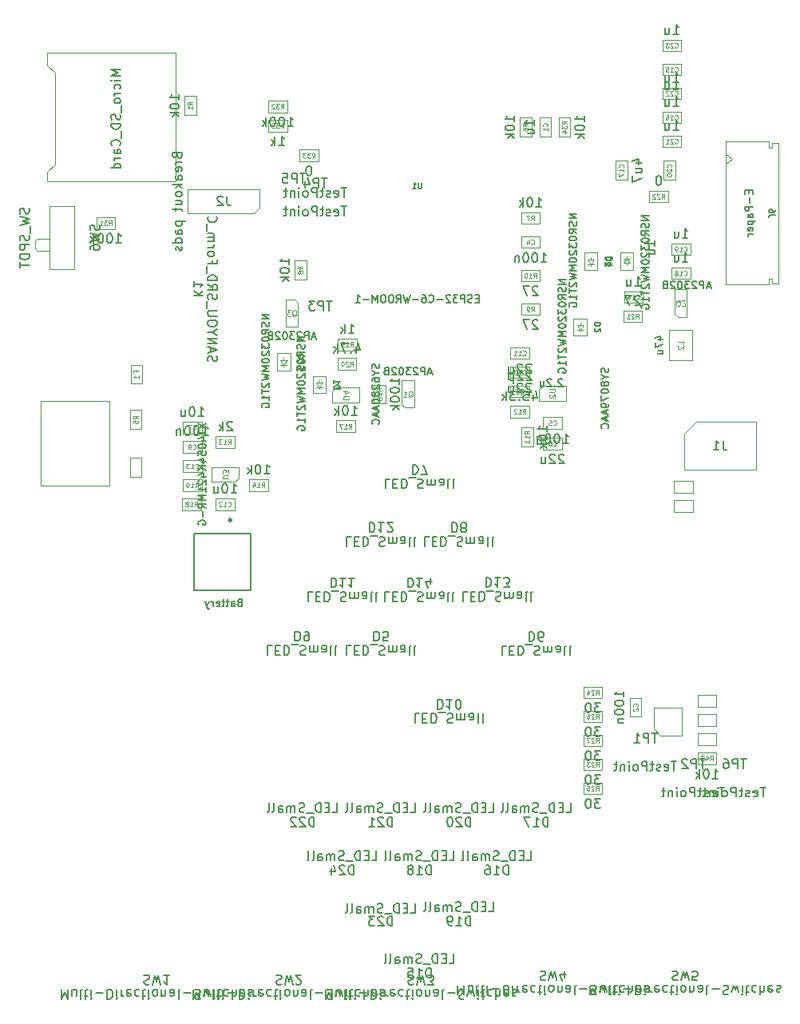
<source format=gbr>
%TF.GenerationSoftware,KiCad,Pcbnew,7.99.0-3134-gf47cc39208*%
%TF.CreationDate,2023-10-21T21:10:59+01:00*%
%TF.ProjectId,hh2024,68683230-3234-42e6-9b69-6361645f7063,rev?*%
%TF.SameCoordinates,Original*%
%TF.FileFunction,AssemblyDrawing,Bot*%
%FSLAX46Y46*%
G04 Gerber Fmt 4.6, Leading zero omitted, Abs format (unit mm)*
G04 Created by KiCad (PCBNEW 7.99.0-3134-gf47cc39208) date 2023-10-21 21:10:59*
%MOMM*%
%LPD*%
G01*
G04 APERTURE LIST*
%ADD10C,0.150000*%
%ADD11C,0.080000*%
%ADD12C,0.050000*%
%ADD13C,0.060000*%
%ADD14C,0.120000*%
%ADD15C,0.100000*%
%ADD16C,0.127000*%
%ADD17C,0.300000*%
G04 APERTURE END LIST*
D10*
X133032142Y-100340180D02*
X132555952Y-100340180D01*
X132555952Y-100340180D02*
X132555952Y-101340180D01*
X133365476Y-100863990D02*
X133698809Y-100863990D01*
X133841666Y-100340180D02*
X133365476Y-100340180D01*
X133365476Y-100340180D02*
X133365476Y-101340180D01*
X133365476Y-101340180D02*
X133841666Y-101340180D01*
X134270238Y-100340180D02*
X134270238Y-101340180D01*
X134270238Y-101340180D02*
X134508333Y-101340180D01*
X134508333Y-101340180D02*
X134651190Y-101292561D01*
X134651190Y-101292561D02*
X134746428Y-101197323D01*
X134746428Y-101197323D02*
X134794047Y-101102085D01*
X134794047Y-101102085D02*
X134841666Y-100911609D01*
X134841666Y-100911609D02*
X134841666Y-100768752D01*
X134841666Y-100768752D02*
X134794047Y-100578276D01*
X134794047Y-100578276D02*
X134746428Y-100483038D01*
X134746428Y-100483038D02*
X134651190Y-100387800D01*
X134651190Y-100387800D02*
X134508333Y-100340180D01*
X134508333Y-100340180D02*
X134270238Y-100340180D01*
X135032143Y-100244942D02*
X135794047Y-100244942D01*
X135984524Y-100387800D02*
X136127381Y-100340180D01*
X136127381Y-100340180D02*
X136365476Y-100340180D01*
X136365476Y-100340180D02*
X136460714Y-100387800D01*
X136460714Y-100387800D02*
X136508333Y-100435419D01*
X136508333Y-100435419D02*
X136555952Y-100530657D01*
X136555952Y-100530657D02*
X136555952Y-100625895D01*
X136555952Y-100625895D02*
X136508333Y-100721133D01*
X136508333Y-100721133D02*
X136460714Y-100768752D01*
X136460714Y-100768752D02*
X136365476Y-100816371D01*
X136365476Y-100816371D02*
X136175000Y-100863990D01*
X136175000Y-100863990D02*
X136079762Y-100911609D01*
X136079762Y-100911609D02*
X136032143Y-100959228D01*
X136032143Y-100959228D02*
X135984524Y-101054466D01*
X135984524Y-101054466D02*
X135984524Y-101149704D01*
X135984524Y-101149704D02*
X136032143Y-101244942D01*
X136032143Y-101244942D02*
X136079762Y-101292561D01*
X136079762Y-101292561D02*
X136175000Y-101340180D01*
X136175000Y-101340180D02*
X136413095Y-101340180D01*
X136413095Y-101340180D02*
X136555952Y-101292561D01*
X136984524Y-100340180D02*
X136984524Y-101006847D01*
X136984524Y-100911609D02*
X137032143Y-100959228D01*
X137032143Y-100959228D02*
X137127381Y-101006847D01*
X137127381Y-101006847D02*
X137270238Y-101006847D01*
X137270238Y-101006847D02*
X137365476Y-100959228D01*
X137365476Y-100959228D02*
X137413095Y-100863990D01*
X137413095Y-100863990D02*
X137413095Y-100340180D01*
X137413095Y-100863990D02*
X137460714Y-100959228D01*
X137460714Y-100959228D02*
X137555952Y-101006847D01*
X137555952Y-101006847D02*
X137698809Y-101006847D01*
X137698809Y-101006847D02*
X137794048Y-100959228D01*
X137794048Y-100959228D02*
X137841667Y-100863990D01*
X137841667Y-100863990D02*
X137841667Y-100340180D01*
X138746428Y-100340180D02*
X138746428Y-100863990D01*
X138746428Y-100863990D02*
X138698809Y-100959228D01*
X138698809Y-100959228D02*
X138603571Y-101006847D01*
X138603571Y-101006847D02*
X138413095Y-101006847D01*
X138413095Y-101006847D02*
X138317857Y-100959228D01*
X138746428Y-100387800D02*
X138651190Y-100340180D01*
X138651190Y-100340180D02*
X138413095Y-100340180D01*
X138413095Y-100340180D02*
X138317857Y-100387800D01*
X138317857Y-100387800D02*
X138270238Y-100483038D01*
X138270238Y-100483038D02*
X138270238Y-100578276D01*
X138270238Y-100578276D02*
X138317857Y-100673514D01*
X138317857Y-100673514D02*
X138413095Y-100721133D01*
X138413095Y-100721133D02*
X138651190Y-100721133D01*
X138651190Y-100721133D02*
X138746428Y-100768752D01*
X139365476Y-100340180D02*
X139270238Y-100387800D01*
X139270238Y-100387800D02*
X139222619Y-100483038D01*
X139222619Y-100483038D02*
X139222619Y-101340180D01*
X139889286Y-100340180D02*
X139794048Y-100387800D01*
X139794048Y-100387800D02*
X139746429Y-100483038D01*
X139746429Y-100483038D02*
X139746429Y-101340180D01*
X135436905Y-98840180D02*
X135436905Y-99840180D01*
X135436905Y-99840180D02*
X135675000Y-99840180D01*
X135675000Y-99840180D02*
X135817857Y-99792561D01*
X135817857Y-99792561D02*
X135913095Y-99697323D01*
X135913095Y-99697323D02*
X135960714Y-99602085D01*
X135960714Y-99602085D02*
X136008333Y-99411609D01*
X136008333Y-99411609D02*
X136008333Y-99268752D01*
X136008333Y-99268752D02*
X135960714Y-99078276D01*
X135960714Y-99078276D02*
X135913095Y-98983038D01*
X135913095Y-98983038D02*
X135817857Y-98887800D01*
X135817857Y-98887800D02*
X135675000Y-98840180D01*
X135675000Y-98840180D02*
X135436905Y-98840180D01*
X136579762Y-99411609D02*
X136484524Y-99459228D01*
X136484524Y-99459228D02*
X136436905Y-99506847D01*
X136436905Y-99506847D02*
X136389286Y-99602085D01*
X136389286Y-99602085D02*
X136389286Y-99649704D01*
X136389286Y-99649704D02*
X136436905Y-99744942D01*
X136436905Y-99744942D02*
X136484524Y-99792561D01*
X136484524Y-99792561D02*
X136579762Y-99840180D01*
X136579762Y-99840180D02*
X136770238Y-99840180D01*
X136770238Y-99840180D02*
X136865476Y-99792561D01*
X136865476Y-99792561D02*
X136913095Y-99744942D01*
X136913095Y-99744942D02*
X136960714Y-99649704D01*
X136960714Y-99649704D02*
X136960714Y-99602085D01*
X136960714Y-99602085D02*
X136913095Y-99506847D01*
X136913095Y-99506847D02*
X136865476Y-99459228D01*
X136865476Y-99459228D02*
X136770238Y-99411609D01*
X136770238Y-99411609D02*
X136579762Y-99411609D01*
X136579762Y-99411609D02*
X136484524Y-99363990D01*
X136484524Y-99363990D02*
X136436905Y-99316371D01*
X136436905Y-99316371D02*
X136389286Y-99221133D01*
X136389286Y-99221133D02*
X136389286Y-99030657D01*
X136389286Y-99030657D02*
X136436905Y-98935419D01*
X136436905Y-98935419D02*
X136484524Y-98887800D01*
X136484524Y-98887800D02*
X136579762Y-98840180D01*
X136579762Y-98840180D02*
X136770238Y-98840180D01*
X136770238Y-98840180D02*
X136865476Y-98887800D01*
X136865476Y-98887800D02*
X136913095Y-98935419D01*
X136913095Y-98935419D02*
X136960714Y-99030657D01*
X136960714Y-99030657D02*
X136960714Y-99221133D01*
X136960714Y-99221133D02*
X136913095Y-99316371D01*
X136913095Y-99316371D02*
X136865476Y-99363990D01*
X136865476Y-99363990D02*
X136770238Y-99411609D01*
X151177523Y-125564819D02*
X150558476Y-125564819D01*
X150558476Y-125564819D02*
X150891809Y-125945771D01*
X150891809Y-125945771D02*
X150748952Y-125945771D01*
X150748952Y-125945771D02*
X150653714Y-125993390D01*
X150653714Y-125993390D02*
X150606095Y-126041009D01*
X150606095Y-126041009D02*
X150558476Y-126136247D01*
X150558476Y-126136247D02*
X150558476Y-126374342D01*
X150558476Y-126374342D02*
X150606095Y-126469580D01*
X150606095Y-126469580D02*
X150653714Y-126517200D01*
X150653714Y-126517200D02*
X150748952Y-126564819D01*
X150748952Y-126564819D02*
X151034666Y-126564819D01*
X151034666Y-126564819D02*
X151129904Y-126517200D01*
X151129904Y-126517200D02*
X151177523Y-126469580D01*
X149939428Y-125564819D02*
X149844190Y-125564819D01*
X149844190Y-125564819D02*
X149748952Y-125612438D01*
X149748952Y-125612438D02*
X149701333Y-125660057D01*
X149701333Y-125660057D02*
X149653714Y-125755295D01*
X149653714Y-125755295D02*
X149606095Y-125945771D01*
X149606095Y-125945771D02*
X149606095Y-126183866D01*
X149606095Y-126183866D02*
X149653714Y-126374342D01*
X149653714Y-126374342D02*
X149701333Y-126469580D01*
X149701333Y-126469580D02*
X149748952Y-126517200D01*
X149748952Y-126517200D02*
X149844190Y-126564819D01*
X149844190Y-126564819D02*
X149939428Y-126564819D01*
X149939428Y-126564819D02*
X150034666Y-126517200D01*
X150034666Y-126517200D02*
X150082285Y-126469580D01*
X150082285Y-126469580D02*
X150129904Y-126374342D01*
X150129904Y-126374342D02*
X150177523Y-126183866D01*
X150177523Y-126183866D02*
X150177523Y-125945771D01*
X150177523Y-125945771D02*
X150129904Y-125755295D01*
X150129904Y-125755295D02*
X150082285Y-125660057D01*
X150082285Y-125660057D02*
X150034666Y-125612438D01*
X150034666Y-125612438D02*
X149939428Y-125564819D01*
D11*
X150689428Y-124687149D02*
X150856094Y-124449054D01*
X150975142Y-124687149D02*
X150975142Y-124187149D01*
X150975142Y-124187149D02*
X150784666Y-124187149D01*
X150784666Y-124187149D02*
X150737047Y-124210959D01*
X150737047Y-124210959D02*
X150713237Y-124234768D01*
X150713237Y-124234768D02*
X150689428Y-124282387D01*
X150689428Y-124282387D02*
X150689428Y-124353816D01*
X150689428Y-124353816D02*
X150713237Y-124401435D01*
X150713237Y-124401435D02*
X150737047Y-124425244D01*
X150737047Y-124425244D02*
X150784666Y-124449054D01*
X150784666Y-124449054D02*
X150975142Y-124449054D01*
X150498951Y-124234768D02*
X150475142Y-124210959D01*
X150475142Y-124210959D02*
X150427523Y-124187149D01*
X150427523Y-124187149D02*
X150308475Y-124187149D01*
X150308475Y-124187149D02*
X150260856Y-124210959D01*
X150260856Y-124210959D02*
X150237047Y-124234768D01*
X150237047Y-124234768D02*
X150213237Y-124282387D01*
X150213237Y-124282387D02*
X150213237Y-124330006D01*
X150213237Y-124330006D02*
X150237047Y-124401435D01*
X150237047Y-124401435D02*
X150522761Y-124687149D01*
X150522761Y-124687149D02*
X150213237Y-124687149D01*
X150046571Y-124187149D02*
X149737047Y-124187149D01*
X149737047Y-124187149D02*
X149903714Y-124377625D01*
X149903714Y-124377625D02*
X149832285Y-124377625D01*
X149832285Y-124377625D02*
X149784666Y-124401435D01*
X149784666Y-124401435D02*
X149760857Y-124425244D01*
X149760857Y-124425244D02*
X149737047Y-124472863D01*
X149737047Y-124472863D02*
X149737047Y-124591911D01*
X149737047Y-124591911D02*
X149760857Y-124639530D01*
X149760857Y-124639530D02*
X149784666Y-124663340D01*
X149784666Y-124663340D02*
X149832285Y-124687149D01*
X149832285Y-124687149D02*
X149975142Y-124687149D01*
X149975142Y-124687149D02*
X150022761Y-124663340D01*
X150022761Y-124663340D02*
X150046571Y-124639530D01*
D10*
X108025761Y-148308180D02*
X108025761Y-149308180D01*
X108025761Y-149308180D02*
X108359094Y-148593895D01*
X108359094Y-148593895D02*
X108692427Y-149308180D01*
X108692427Y-149308180D02*
X108692427Y-148308180D01*
X109597189Y-148974847D02*
X109597189Y-148308180D01*
X109168618Y-148974847D02*
X109168618Y-148451038D01*
X109168618Y-148451038D02*
X109216237Y-148355800D01*
X109216237Y-148355800D02*
X109311475Y-148308180D01*
X109311475Y-148308180D02*
X109454332Y-148308180D01*
X109454332Y-148308180D02*
X109549570Y-148355800D01*
X109549570Y-148355800D02*
X109597189Y-148403419D01*
X110216237Y-148308180D02*
X110120999Y-148355800D01*
X110120999Y-148355800D02*
X110073380Y-148451038D01*
X110073380Y-148451038D02*
X110073380Y-149308180D01*
X110454333Y-148974847D02*
X110835285Y-148974847D01*
X110597190Y-149308180D02*
X110597190Y-148451038D01*
X110597190Y-148451038D02*
X110644809Y-148355800D01*
X110644809Y-148355800D02*
X110740047Y-148308180D01*
X110740047Y-148308180D02*
X110835285Y-148308180D01*
X111168619Y-148308180D02*
X111168619Y-148974847D01*
X111168619Y-149308180D02*
X111121000Y-149260561D01*
X111121000Y-149260561D02*
X111168619Y-149212942D01*
X111168619Y-149212942D02*
X111216238Y-149260561D01*
X111216238Y-149260561D02*
X111168619Y-149308180D01*
X111168619Y-149308180D02*
X111168619Y-149212942D01*
X111644809Y-148689133D02*
X112406714Y-148689133D01*
X112882904Y-148308180D02*
X112882904Y-149308180D01*
X112882904Y-149308180D02*
X113120999Y-149308180D01*
X113120999Y-149308180D02*
X113263856Y-149260561D01*
X113263856Y-149260561D02*
X113359094Y-149165323D01*
X113359094Y-149165323D02*
X113406713Y-149070085D01*
X113406713Y-149070085D02*
X113454332Y-148879609D01*
X113454332Y-148879609D02*
X113454332Y-148736752D01*
X113454332Y-148736752D02*
X113406713Y-148546276D01*
X113406713Y-148546276D02*
X113359094Y-148451038D01*
X113359094Y-148451038D02*
X113263856Y-148355800D01*
X113263856Y-148355800D02*
X113120999Y-148308180D01*
X113120999Y-148308180D02*
X112882904Y-148308180D01*
X113882904Y-148308180D02*
X113882904Y-148974847D01*
X113882904Y-149308180D02*
X113835285Y-149260561D01*
X113835285Y-149260561D02*
X113882904Y-149212942D01*
X113882904Y-149212942D02*
X113930523Y-149260561D01*
X113930523Y-149260561D02*
X113882904Y-149308180D01*
X113882904Y-149308180D02*
X113882904Y-149212942D01*
X114359094Y-148308180D02*
X114359094Y-148974847D01*
X114359094Y-148784371D02*
X114406713Y-148879609D01*
X114406713Y-148879609D02*
X114454332Y-148927228D01*
X114454332Y-148927228D02*
X114549570Y-148974847D01*
X114549570Y-148974847D02*
X114644808Y-148974847D01*
X115359094Y-148355800D02*
X115263856Y-148308180D01*
X115263856Y-148308180D02*
X115073380Y-148308180D01*
X115073380Y-148308180D02*
X114978142Y-148355800D01*
X114978142Y-148355800D02*
X114930523Y-148451038D01*
X114930523Y-148451038D02*
X114930523Y-148831990D01*
X114930523Y-148831990D02*
X114978142Y-148927228D01*
X114978142Y-148927228D02*
X115073380Y-148974847D01*
X115073380Y-148974847D02*
X115263856Y-148974847D01*
X115263856Y-148974847D02*
X115359094Y-148927228D01*
X115359094Y-148927228D02*
X115406713Y-148831990D01*
X115406713Y-148831990D02*
X115406713Y-148736752D01*
X115406713Y-148736752D02*
X114930523Y-148641514D01*
X116263856Y-148355800D02*
X116168618Y-148308180D01*
X116168618Y-148308180D02*
X115978142Y-148308180D01*
X115978142Y-148308180D02*
X115882904Y-148355800D01*
X115882904Y-148355800D02*
X115835285Y-148403419D01*
X115835285Y-148403419D02*
X115787666Y-148498657D01*
X115787666Y-148498657D02*
X115787666Y-148784371D01*
X115787666Y-148784371D02*
X115835285Y-148879609D01*
X115835285Y-148879609D02*
X115882904Y-148927228D01*
X115882904Y-148927228D02*
X115978142Y-148974847D01*
X115978142Y-148974847D02*
X116168618Y-148974847D01*
X116168618Y-148974847D02*
X116263856Y-148927228D01*
X116549571Y-148974847D02*
X116930523Y-148974847D01*
X116692428Y-149308180D02*
X116692428Y-148451038D01*
X116692428Y-148451038D02*
X116740047Y-148355800D01*
X116740047Y-148355800D02*
X116835285Y-148308180D01*
X116835285Y-148308180D02*
X116930523Y-148308180D01*
X117263857Y-148308180D02*
X117263857Y-148974847D01*
X117263857Y-149308180D02*
X117216238Y-149260561D01*
X117216238Y-149260561D02*
X117263857Y-149212942D01*
X117263857Y-149212942D02*
X117311476Y-149260561D01*
X117311476Y-149260561D02*
X117263857Y-149308180D01*
X117263857Y-149308180D02*
X117263857Y-149212942D01*
X117882904Y-148308180D02*
X117787666Y-148355800D01*
X117787666Y-148355800D02*
X117740047Y-148403419D01*
X117740047Y-148403419D02*
X117692428Y-148498657D01*
X117692428Y-148498657D02*
X117692428Y-148784371D01*
X117692428Y-148784371D02*
X117740047Y-148879609D01*
X117740047Y-148879609D02*
X117787666Y-148927228D01*
X117787666Y-148927228D02*
X117882904Y-148974847D01*
X117882904Y-148974847D02*
X118025761Y-148974847D01*
X118025761Y-148974847D02*
X118120999Y-148927228D01*
X118120999Y-148927228D02*
X118168618Y-148879609D01*
X118168618Y-148879609D02*
X118216237Y-148784371D01*
X118216237Y-148784371D02*
X118216237Y-148498657D01*
X118216237Y-148498657D02*
X118168618Y-148403419D01*
X118168618Y-148403419D02*
X118120999Y-148355800D01*
X118120999Y-148355800D02*
X118025761Y-148308180D01*
X118025761Y-148308180D02*
X117882904Y-148308180D01*
X118644809Y-148974847D02*
X118644809Y-148308180D01*
X118644809Y-148879609D02*
X118692428Y-148927228D01*
X118692428Y-148927228D02*
X118787666Y-148974847D01*
X118787666Y-148974847D02*
X118930523Y-148974847D01*
X118930523Y-148974847D02*
X119025761Y-148927228D01*
X119025761Y-148927228D02*
X119073380Y-148831990D01*
X119073380Y-148831990D02*
X119073380Y-148308180D01*
X119978142Y-148308180D02*
X119978142Y-148831990D01*
X119978142Y-148831990D02*
X119930523Y-148927228D01*
X119930523Y-148927228D02*
X119835285Y-148974847D01*
X119835285Y-148974847D02*
X119644809Y-148974847D01*
X119644809Y-148974847D02*
X119549571Y-148927228D01*
X119978142Y-148355800D02*
X119882904Y-148308180D01*
X119882904Y-148308180D02*
X119644809Y-148308180D01*
X119644809Y-148308180D02*
X119549571Y-148355800D01*
X119549571Y-148355800D02*
X119501952Y-148451038D01*
X119501952Y-148451038D02*
X119501952Y-148546276D01*
X119501952Y-148546276D02*
X119549571Y-148641514D01*
X119549571Y-148641514D02*
X119644809Y-148689133D01*
X119644809Y-148689133D02*
X119882904Y-148689133D01*
X119882904Y-148689133D02*
X119978142Y-148736752D01*
X120597190Y-148308180D02*
X120501952Y-148355800D01*
X120501952Y-148355800D02*
X120454333Y-148451038D01*
X120454333Y-148451038D02*
X120454333Y-149308180D01*
X120978143Y-148689133D02*
X121740048Y-148689133D01*
X122168619Y-148355800D02*
X122311476Y-148308180D01*
X122311476Y-148308180D02*
X122549571Y-148308180D01*
X122549571Y-148308180D02*
X122644809Y-148355800D01*
X122644809Y-148355800D02*
X122692428Y-148403419D01*
X122692428Y-148403419D02*
X122740047Y-148498657D01*
X122740047Y-148498657D02*
X122740047Y-148593895D01*
X122740047Y-148593895D02*
X122692428Y-148689133D01*
X122692428Y-148689133D02*
X122644809Y-148736752D01*
X122644809Y-148736752D02*
X122549571Y-148784371D01*
X122549571Y-148784371D02*
X122359095Y-148831990D01*
X122359095Y-148831990D02*
X122263857Y-148879609D01*
X122263857Y-148879609D02*
X122216238Y-148927228D01*
X122216238Y-148927228D02*
X122168619Y-149022466D01*
X122168619Y-149022466D02*
X122168619Y-149117704D01*
X122168619Y-149117704D02*
X122216238Y-149212942D01*
X122216238Y-149212942D02*
X122263857Y-149260561D01*
X122263857Y-149260561D02*
X122359095Y-149308180D01*
X122359095Y-149308180D02*
X122597190Y-149308180D01*
X122597190Y-149308180D02*
X122740047Y-149260561D01*
X123073381Y-148974847D02*
X123263857Y-148308180D01*
X123263857Y-148308180D02*
X123454333Y-148784371D01*
X123454333Y-148784371D02*
X123644809Y-148308180D01*
X123644809Y-148308180D02*
X123835285Y-148974847D01*
X124216238Y-148308180D02*
X124216238Y-148974847D01*
X124216238Y-149308180D02*
X124168619Y-149260561D01*
X124168619Y-149260561D02*
X124216238Y-149212942D01*
X124216238Y-149212942D02*
X124263857Y-149260561D01*
X124263857Y-149260561D02*
X124216238Y-149308180D01*
X124216238Y-149308180D02*
X124216238Y-149212942D01*
X124549571Y-148974847D02*
X124930523Y-148974847D01*
X124692428Y-149308180D02*
X124692428Y-148451038D01*
X124692428Y-148451038D02*
X124740047Y-148355800D01*
X124740047Y-148355800D02*
X124835285Y-148308180D01*
X124835285Y-148308180D02*
X124930523Y-148308180D01*
X125692428Y-148355800D02*
X125597190Y-148308180D01*
X125597190Y-148308180D02*
X125406714Y-148308180D01*
X125406714Y-148308180D02*
X125311476Y-148355800D01*
X125311476Y-148355800D02*
X125263857Y-148403419D01*
X125263857Y-148403419D02*
X125216238Y-148498657D01*
X125216238Y-148498657D02*
X125216238Y-148784371D01*
X125216238Y-148784371D02*
X125263857Y-148879609D01*
X125263857Y-148879609D02*
X125311476Y-148927228D01*
X125311476Y-148927228D02*
X125406714Y-148974847D01*
X125406714Y-148974847D02*
X125597190Y-148974847D01*
X125597190Y-148974847D02*
X125692428Y-148927228D01*
X126121000Y-148308180D02*
X126121000Y-149308180D01*
X126549571Y-148308180D02*
X126549571Y-148831990D01*
X126549571Y-148831990D02*
X126501952Y-148927228D01*
X126501952Y-148927228D02*
X126406714Y-148974847D01*
X126406714Y-148974847D02*
X126263857Y-148974847D01*
X126263857Y-148974847D02*
X126168619Y-148927228D01*
X126168619Y-148927228D02*
X126121000Y-148879609D01*
X127406714Y-148355800D02*
X127311476Y-148308180D01*
X127311476Y-148308180D02*
X127121000Y-148308180D01*
X127121000Y-148308180D02*
X127025762Y-148355800D01*
X127025762Y-148355800D02*
X126978143Y-148451038D01*
X126978143Y-148451038D02*
X126978143Y-148831990D01*
X126978143Y-148831990D02*
X127025762Y-148927228D01*
X127025762Y-148927228D02*
X127121000Y-148974847D01*
X127121000Y-148974847D02*
X127311476Y-148974847D01*
X127311476Y-148974847D02*
X127406714Y-148927228D01*
X127406714Y-148927228D02*
X127454333Y-148831990D01*
X127454333Y-148831990D02*
X127454333Y-148736752D01*
X127454333Y-148736752D02*
X126978143Y-148641514D01*
X127835286Y-148355800D02*
X127930524Y-148308180D01*
X127930524Y-148308180D02*
X128121000Y-148308180D01*
X128121000Y-148308180D02*
X128216238Y-148355800D01*
X128216238Y-148355800D02*
X128263857Y-148451038D01*
X128263857Y-148451038D02*
X128263857Y-148498657D01*
X128263857Y-148498657D02*
X128216238Y-148593895D01*
X128216238Y-148593895D02*
X128121000Y-148641514D01*
X128121000Y-148641514D02*
X127978143Y-148641514D01*
X127978143Y-148641514D02*
X127882905Y-148689133D01*
X127882905Y-148689133D02*
X127835286Y-148784371D01*
X127835286Y-148784371D02*
X127835286Y-148831990D01*
X127835286Y-148831990D02*
X127882905Y-148927228D01*
X127882905Y-148927228D02*
X127978143Y-148974847D01*
X127978143Y-148974847D02*
X128121000Y-148974847D01*
X128121000Y-148974847D02*
X128216238Y-148927228D01*
X116787667Y-146831800D02*
X116930524Y-146784180D01*
X116930524Y-146784180D02*
X117168619Y-146784180D01*
X117168619Y-146784180D02*
X117263857Y-146831800D01*
X117263857Y-146831800D02*
X117311476Y-146879419D01*
X117311476Y-146879419D02*
X117359095Y-146974657D01*
X117359095Y-146974657D02*
X117359095Y-147069895D01*
X117359095Y-147069895D02*
X117311476Y-147165133D01*
X117311476Y-147165133D02*
X117263857Y-147212752D01*
X117263857Y-147212752D02*
X117168619Y-147260371D01*
X117168619Y-147260371D02*
X116978143Y-147307990D01*
X116978143Y-147307990D02*
X116882905Y-147355609D01*
X116882905Y-147355609D02*
X116835286Y-147403228D01*
X116835286Y-147403228D02*
X116787667Y-147498466D01*
X116787667Y-147498466D02*
X116787667Y-147593704D01*
X116787667Y-147593704D02*
X116835286Y-147688942D01*
X116835286Y-147688942D02*
X116882905Y-147736561D01*
X116882905Y-147736561D02*
X116978143Y-147784180D01*
X116978143Y-147784180D02*
X117216238Y-147784180D01*
X117216238Y-147784180D02*
X117359095Y-147736561D01*
X117692429Y-147784180D02*
X117930524Y-146784180D01*
X117930524Y-146784180D02*
X118121000Y-147498466D01*
X118121000Y-147498466D02*
X118311476Y-146784180D01*
X118311476Y-146784180D02*
X118549572Y-147784180D01*
X118882905Y-147688942D02*
X118930524Y-147736561D01*
X118930524Y-147736561D02*
X119025762Y-147784180D01*
X119025762Y-147784180D02*
X119263857Y-147784180D01*
X119263857Y-147784180D02*
X119359095Y-147736561D01*
X119359095Y-147736561D02*
X119406714Y-147688942D01*
X119406714Y-147688942D02*
X119454333Y-147593704D01*
X119454333Y-147593704D02*
X119454333Y-147498466D01*
X119454333Y-147498466D02*
X119406714Y-147355609D01*
X119406714Y-147355609D02*
X118835286Y-146784180D01*
X118835286Y-146784180D02*
X119454333Y-146784180D01*
X147499295Y-73090713D02*
X146699295Y-73090713D01*
X146699295Y-73090713D02*
X147499295Y-73547856D01*
X147499295Y-73547856D02*
X146699295Y-73547856D01*
X147461200Y-73890712D02*
X147499295Y-74004998D01*
X147499295Y-74004998D02*
X147499295Y-74195474D01*
X147499295Y-74195474D02*
X147461200Y-74271665D01*
X147461200Y-74271665D02*
X147423104Y-74309760D01*
X147423104Y-74309760D02*
X147346914Y-74347855D01*
X147346914Y-74347855D02*
X147270723Y-74347855D01*
X147270723Y-74347855D02*
X147194533Y-74309760D01*
X147194533Y-74309760D02*
X147156438Y-74271665D01*
X147156438Y-74271665D02*
X147118342Y-74195474D01*
X147118342Y-74195474D02*
X147080247Y-74043093D01*
X147080247Y-74043093D02*
X147042152Y-73966903D01*
X147042152Y-73966903D02*
X147004057Y-73928808D01*
X147004057Y-73928808D02*
X146927866Y-73890712D01*
X146927866Y-73890712D02*
X146851676Y-73890712D01*
X146851676Y-73890712D02*
X146775485Y-73928808D01*
X146775485Y-73928808D02*
X146737390Y-73966903D01*
X146737390Y-73966903D02*
X146699295Y-74043093D01*
X146699295Y-74043093D02*
X146699295Y-74233570D01*
X146699295Y-74233570D02*
X146737390Y-74347855D01*
X147499295Y-75147856D02*
X147118342Y-74881189D01*
X147499295Y-74690713D02*
X146699295Y-74690713D01*
X146699295Y-74690713D02*
X146699295Y-74995475D01*
X146699295Y-74995475D02*
X146737390Y-75071665D01*
X146737390Y-75071665D02*
X146775485Y-75109760D01*
X146775485Y-75109760D02*
X146851676Y-75147856D01*
X146851676Y-75147856D02*
X146965961Y-75147856D01*
X146965961Y-75147856D02*
X147042152Y-75109760D01*
X147042152Y-75109760D02*
X147080247Y-75071665D01*
X147080247Y-75071665D02*
X147118342Y-74995475D01*
X147118342Y-74995475D02*
X147118342Y-74690713D01*
X146699295Y-75643094D02*
X146699295Y-75719284D01*
X146699295Y-75719284D02*
X146737390Y-75795475D01*
X146737390Y-75795475D02*
X146775485Y-75833570D01*
X146775485Y-75833570D02*
X146851676Y-75871665D01*
X146851676Y-75871665D02*
X147004057Y-75909760D01*
X147004057Y-75909760D02*
X147194533Y-75909760D01*
X147194533Y-75909760D02*
X147346914Y-75871665D01*
X147346914Y-75871665D02*
X147423104Y-75833570D01*
X147423104Y-75833570D02*
X147461200Y-75795475D01*
X147461200Y-75795475D02*
X147499295Y-75719284D01*
X147499295Y-75719284D02*
X147499295Y-75643094D01*
X147499295Y-75643094D02*
X147461200Y-75566903D01*
X147461200Y-75566903D02*
X147423104Y-75528808D01*
X147423104Y-75528808D02*
X147346914Y-75490713D01*
X147346914Y-75490713D02*
X147194533Y-75452617D01*
X147194533Y-75452617D02*
X147004057Y-75452617D01*
X147004057Y-75452617D02*
X146851676Y-75490713D01*
X146851676Y-75490713D02*
X146775485Y-75528808D01*
X146775485Y-75528808D02*
X146737390Y-75566903D01*
X146737390Y-75566903D02*
X146699295Y-75643094D01*
X146699295Y-76176427D02*
X146699295Y-76671665D01*
X146699295Y-76671665D02*
X147004057Y-76404999D01*
X147004057Y-76404999D02*
X147004057Y-76519284D01*
X147004057Y-76519284D02*
X147042152Y-76595475D01*
X147042152Y-76595475D02*
X147080247Y-76633570D01*
X147080247Y-76633570D02*
X147156438Y-76671665D01*
X147156438Y-76671665D02*
X147346914Y-76671665D01*
X147346914Y-76671665D02*
X147423104Y-76633570D01*
X147423104Y-76633570D02*
X147461200Y-76595475D01*
X147461200Y-76595475D02*
X147499295Y-76519284D01*
X147499295Y-76519284D02*
X147499295Y-76290713D01*
X147499295Y-76290713D02*
X147461200Y-76214522D01*
X147461200Y-76214522D02*
X147423104Y-76176427D01*
X146775485Y-76976427D02*
X146737390Y-77014523D01*
X146737390Y-77014523D02*
X146699295Y-77090713D01*
X146699295Y-77090713D02*
X146699295Y-77281189D01*
X146699295Y-77281189D02*
X146737390Y-77357380D01*
X146737390Y-77357380D02*
X146775485Y-77395475D01*
X146775485Y-77395475D02*
X146851676Y-77433570D01*
X146851676Y-77433570D02*
X146927866Y-77433570D01*
X146927866Y-77433570D02*
X147042152Y-77395475D01*
X147042152Y-77395475D02*
X147499295Y-76938332D01*
X147499295Y-76938332D02*
X147499295Y-77433570D01*
X146699295Y-77928809D02*
X146699295Y-78004999D01*
X146699295Y-78004999D02*
X146737390Y-78081190D01*
X146737390Y-78081190D02*
X146775485Y-78119285D01*
X146775485Y-78119285D02*
X146851676Y-78157380D01*
X146851676Y-78157380D02*
X147004057Y-78195475D01*
X147004057Y-78195475D02*
X147194533Y-78195475D01*
X147194533Y-78195475D02*
X147346914Y-78157380D01*
X147346914Y-78157380D02*
X147423104Y-78119285D01*
X147423104Y-78119285D02*
X147461200Y-78081190D01*
X147461200Y-78081190D02*
X147499295Y-78004999D01*
X147499295Y-78004999D02*
X147499295Y-77928809D01*
X147499295Y-77928809D02*
X147461200Y-77852618D01*
X147461200Y-77852618D02*
X147423104Y-77814523D01*
X147423104Y-77814523D02*
X147346914Y-77776428D01*
X147346914Y-77776428D02*
X147194533Y-77738332D01*
X147194533Y-77738332D02*
X147004057Y-77738332D01*
X147004057Y-77738332D02*
X146851676Y-77776428D01*
X146851676Y-77776428D02*
X146775485Y-77814523D01*
X146775485Y-77814523D02*
X146737390Y-77852618D01*
X146737390Y-77852618D02*
X146699295Y-77928809D01*
X147499295Y-78538333D02*
X146699295Y-78538333D01*
X146699295Y-78538333D02*
X147270723Y-78804999D01*
X147270723Y-78804999D02*
X146699295Y-79071666D01*
X146699295Y-79071666D02*
X147499295Y-79071666D01*
X146699295Y-79376428D02*
X147499295Y-79566904D01*
X147499295Y-79566904D02*
X146927866Y-79719285D01*
X146927866Y-79719285D02*
X147499295Y-79871666D01*
X147499295Y-79871666D02*
X146699295Y-80062143D01*
X146775485Y-80328809D02*
X146737390Y-80366905D01*
X146737390Y-80366905D02*
X146699295Y-80443095D01*
X146699295Y-80443095D02*
X146699295Y-80633571D01*
X146699295Y-80633571D02*
X146737390Y-80709762D01*
X146737390Y-80709762D02*
X146775485Y-80747857D01*
X146775485Y-80747857D02*
X146851676Y-80785952D01*
X146851676Y-80785952D02*
X146927866Y-80785952D01*
X146927866Y-80785952D02*
X147042152Y-80747857D01*
X147042152Y-80747857D02*
X147499295Y-80290714D01*
X147499295Y-80290714D02*
X147499295Y-80785952D01*
X146699295Y-81014524D02*
X146699295Y-81471667D01*
X147499295Y-81243095D02*
X146699295Y-81243095D01*
X147499295Y-82157381D02*
X147499295Y-81700238D01*
X147499295Y-81928810D02*
X146699295Y-81928810D01*
X146699295Y-81928810D02*
X146813580Y-81852619D01*
X146813580Y-81852619D02*
X146889771Y-81776429D01*
X146889771Y-81776429D02*
X146927866Y-81700238D01*
X146737390Y-82919286D02*
X146699295Y-82843096D01*
X146699295Y-82843096D02*
X146699295Y-82728810D01*
X146699295Y-82728810D02*
X146737390Y-82614524D01*
X146737390Y-82614524D02*
X146813580Y-82538334D01*
X146813580Y-82538334D02*
X146889771Y-82500239D01*
X146889771Y-82500239D02*
X147042152Y-82462143D01*
X147042152Y-82462143D02*
X147156438Y-82462143D01*
X147156438Y-82462143D02*
X147308819Y-82500239D01*
X147308819Y-82500239D02*
X147385009Y-82538334D01*
X147385009Y-82538334D02*
X147461200Y-82614524D01*
X147461200Y-82614524D02*
X147499295Y-82728810D01*
X147499295Y-82728810D02*
X147499295Y-82805001D01*
X147499295Y-82805001D02*
X147461200Y-82919286D01*
X147461200Y-82919286D02*
X147423104Y-82957382D01*
X147423104Y-82957382D02*
X147156438Y-82957382D01*
X147156438Y-82957382D02*
X147156438Y-82805001D01*
X151156771Y-77662143D02*
X150556771Y-77662143D01*
X150556771Y-77662143D02*
X150556771Y-77805000D01*
X150556771Y-77805000D02*
X150585342Y-77890714D01*
X150585342Y-77890714D02*
X150642485Y-77947857D01*
X150642485Y-77947857D02*
X150699628Y-77976428D01*
X150699628Y-77976428D02*
X150813914Y-78005000D01*
X150813914Y-78005000D02*
X150899628Y-78005000D01*
X150899628Y-78005000D02*
X151013914Y-77976428D01*
X151013914Y-77976428D02*
X151071057Y-77947857D01*
X151071057Y-77947857D02*
X151128200Y-77890714D01*
X151128200Y-77890714D02*
X151156771Y-77805000D01*
X151156771Y-77805000D02*
X151156771Y-77662143D01*
X150613914Y-78233571D02*
X150585342Y-78262143D01*
X150585342Y-78262143D02*
X150556771Y-78319286D01*
X150556771Y-78319286D02*
X150556771Y-78462143D01*
X150556771Y-78462143D02*
X150585342Y-78519286D01*
X150585342Y-78519286D02*
X150613914Y-78547857D01*
X150613914Y-78547857D02*
X150671057Y-78576428D01*
X150671057Y-78576428D02*
X150728200Y-78576428D01*
X150728200Y-78576428D02*
X150813914Y-78547857D01*
X150813914Y-78547857D02*
X151156771Y-78205000D01*
X151156771Y-78205000D02*
X151156771Y-78576428D01*
X144359238Y-65352819D02*
X144930666Y-65352819D01*
X144644952Y-65352819D02*
X144644952Y-64352819D01*
X144644952Y-64352819D02*
X144740190Y-64495676D01*
X144740190Y-64495676D02*
X144835428Y-64590914D01*
X144835428Y-64590914D02*
X144930666Y-64638533D01*
X143740190Y-64352819D02*
X143644952Y-64352819D01*
X143644952Y-64352819D02*
X143549714Y-64400438D01*
X143549714Y-64400438D02*
X143502095Y-64448057D01*
X143502095Y-64448057D02*
X143454476Y-64543295D01*
X143454476Y-64543295D02*
X143406857Y-64733771D01*
X143406857Y-64733771D02*
X143406857Y-64971866D01*
X143406857Y-64971866D02*
X143454476Y-65162342D01*
X143454476Y-65162342D02*
X143502095Y-65257580D01*
X143502095Y-65257580D02*
X143549714Y-65305200D01*
X143549714Y-65305200D02*
X143644952Y-65352819D01*
X143644952Y-65352819D02*
X143740190Y-65352819D01*
X143740190Y-65352819D02*
X143835428Y-65305200D01*
X143835428Y-65305200D02*
X143883047Y-65257580D01*
X143883047Y-65257580D02*
X143930666Y-65162342D01*
X143930666Y-65162342D02*
X143978285Y-64971866D01*
X143978285Y-64971866D02*
X143978285Y-64733771D01*
X143978285Y-64733771D02*
X143930666Y-64543295D01*
X143930666Y-64543295D02*
X143883047Y-64448057D01*
X143883047Y-64448057D02*
X143835428Y-64400438D01*
X143835428Y-64400438D02*
X143740190Y-64352819D01*
X142978285Y-65352819D02*
X142978285Y-64352819D01*
X142883047Y-64971866D02*
X142597333Y-65352819D01*
X142597333Y-64686152D02*
X142978285Y-65067104D01*
D11*
X143847333Y-66775149D02*
X144013999Y-66537054D01*
X144133047Y-66775149D02*
X144133047Y-66275149D01*
X144133047Y-66275149D02*
X143942571Y-66275149D01*
X143942571Y-66275149D02*
X143894952Y-66298959D01*
X143894952Y-66298959D02*
X143871142Y-66322768D01*
X143871142Y-66322768D02*
X143847333Y-66370387D01*
X143847333Y-66370387D02*
X143847333Y-66441816D01*
X143847333Y-66441816D02*
X143871142Y-66489435D01*
X143871142Y-66489435D02*
X143894952Y-66513244D01*
X143894952Y-66513244D02*
X143942571Y-66537054D01*
X143942571Y-66537054D02*
X144133047Y-66537054D01*
X143680666Y-66275149D02*
X143347333Y-66275149D01*
X143347333Y-66275149D02*
X143561618Y-66775149D01*
D10*
X124757142Y-100340180D02*
X124280952Y-100340180D01*
X124280952Y-100340180D02*
X124280952Y-101340180D01*
X125090476Y-100863990D02*
X125423809Y-100863990D01*
X125566666Y-100340180D02*
X125090476Y-100340180D01*
X125090476Y-100340180D02*
X125090476Y-101340180D01*
X125090476Y-101340180D02*
X125566666Y-101340180D01*
X125995238Y-100340180D02*
X125995238Y-101340180D01*
X125995238Y-101340180D02*
X126233333Y-101340180D01*
X126233333Y-101340180D02*
X126376190Y-101292561D01*
X126376190Y-101292561D02*
X126471428Y-101197323D01*
X126471428Y-101197323D02*
X126519047Y-101102085D01*
X126519047Y-101102085D02*
X126566666Y-100911609D01*
X126566666Y-100911609D02*
X126566666Y-100768752D01*
X126566666Y-100768752D02*
X126519047Y-100578276D01*
X126519047Y-100578276D02*
X126471428Y-100483038D01*
X126471428Y-100483038D02*
X126376190Y-100387800D01*
X126376190Y-100387800D02*
X126233333Y-100340180D01*
X126233333Y-100340180D02*
X125995238Y-100340180D01*
X126757143Y-100244942D02*
X127519047Y-100244942D01*
X127709524Y-100387800D02*
X127852381Y-100340180D01*
X127852381Y-100340180D02*
X128090476Y-100340180D01*
X128090476Y-100340180D02*
X128185714Y-100387800D01*
X128185714Y-100387800D02*
X128233333Y-100435419D01*
X128233333Y-100435419D02*
X128280952Y-100530657D01*
X128280952Y-100530657D02*
X128280952Y-100625895D01*
X128280952Y-100625895D02*
X128233333Y-100721133D01*
X128233333Y-100721133D02*
X128185714Y-100768752D01*
X128185714Y-100768752D02*
X128090476Y-100816371D01*
X128090476Y-100816371D02*
X127900000Y-100863990D01*
X127900000Y-100863990D02*
X127804762Y-100911609D01*
X127804762Y-100911609D02*
X127757143Y-100959228D01*
X127757143Y-100959228D02*
X127709524Y-101054466D01*
X127709524Y-101054466D02*
X127709524Y-101149704D01*
X127709524Y-101149704D02*
X127757143Y-101244942D01*
X127757143Y-101244942D02*
X127804762Y-101292561D01*
X127804762Y-101292561D02*
X127900000Y-101340180D01*
X127900000Y-101340180D02*
X128138095Y-101340180D01*
X128138095Y-101340180D02*
X128280952Y-101292561D01*
X128709524Y-100340180D02*
X128709524Y-101006847D01*
X128709524Y-100911609D02*
X128757143Y-100959228D01*
X128757143Y-100959228D02*
X128852381Y-101006847D01*
X128852381Y-101006847D02*
X128995238Y-101006847D01*
X128995238Y-101006847D02*
X129090476Y-100959228D01*
X129090476Y-100959228D02*
X129138095Y-100863990D01*
X129138095Y-100863990D02*
X129138095Y-100340180D01*
X129138095Y-100863990D02*
X129185714Y-100959228D01*
X129185714Y-100959228D02*
X129280952Y-101006847D01*
X129280952Y-101006847D02*
X129423809Y-101006847D01*
X129423809Y-101006847D02*
X129519048Y-100959228D01*
X129519048Y-100959228D02*
X129566667Y-100863990D01*
X129566667Y-100863990D02*
X129566667Y-100340180D01*
X130471428Y-100340180D02*
X130471428Y-100863990D01*
X130471428Y-100863990D02*
X130423809Y-100959228D01*
X130423809Y-100959228D02*
X130328571Y-101006847D01*
X130328571Y-101006847D02*
X130138095Y-101006847D01*
X130138095Y-101006847D02*
X130042857Y-100959228D01*
X130471428Y-100387800D02*
X130376190Y-100340180D01*
X130376190Y-100340180D02*
X130138095Y-100340180D01*
X130138095Y-100340180D02*
X130042857Y-100387800D01*
X130042857Y-100387800D02*
X129995238Y-100483038D01*
X129995238Y-100483038D02*
X129995238Y-100578276D01*
X129995238Y-100578276D02*
X130042857Y-100673514D01*
X130042857Y-100673514D02*
X130138095Y-100721133D01*
X130138095Y-100721133D02*
X130376190Y-100721133D01*
X130376190Y-100721133D02*
X130471428Y-100768752D01*
X131090476Y-100340180D02*
X130995238Y-100387800D01*
X130995238Y-100387800D02*
X130947619Y-100483038D01*
X130947619Y-100483038D02*
X130947619Y-101340180D01*
X131614286Y-100340180D02*
X131519048Y-100387800D01*
X131519048Y-100387800D02*
X131471429Y-100483038D01*
X131471429Y-100483038D02*
X131471429Y-101340180D01*
X126685714Y-98840180D02*
X126685714Y-99840180D01*
X126685714Y-99840180D02*
X126923809Y-99840180D01*
X126923809Y-99840180D02*
X127066666Y-99792561D01*
X127066666Y-99792561D02*
X127161904Y-99697323D01*
X127161904Y-99697323D02*
X127209523Y-99602085D01*
X127209523Y-99602085D02*
X127257142Y-99411609D01*
X127257142Y-99411609D02*
X127257142Y-99268752D01*
X127257142Y-99268752D02*
X127209523Y-99078276D01*
X127209523Y-99078276D02*
X127161904Y-98983038D01*
X127161904Y-98983038D02*
X127066666Y-98887800D01*
X127066666Y-98887800D02*
X126923809Y-98840180D01*
X126923809Y-98840180D02*
X126685714Y-98840180D01*
X128209523Y-98840180D02*
X127638095Y-98840180D01*
X127923809Y-98840180D02*
X127923809Y-99840180D01*
X127923809Y-99840180D02*
X127828571Y-99697323D01*
X127828571Y-99697323D02*
X127733333Y-99602085D01*
X127733333Y-99602085D02*
X127638095Y-99554466D01*
X128590476Y-99744942D02*
X128638095Y-99792561D01*
X128638095Y-99792561D02*
X128733333Y-99840180D01*
X128733333Y-99840180D02*
X128971428Y-99840180D01*
X128971428Y-99840180D02*
X129066666Y-99792561D01*
X129066666Y-99792561D02*
X129114285Y-99744942D01*
X129114285Y-99744942D02*
X129161904Y-99649704D01*
X129161904Y-99649704D02*
X129161904Y-99554466D01*
X129161904Y-99554466D02*
X129114285Y-99411609D01*
X129114285Y-99411609D02*
X128542857Y-98840180D01*
X128542857Y-98840180D02*
X129161904Y-98840180D01*
X108542057Y-87547819D02*
X109113485Y-87547819D01*
X108827771Y-87547819D02*
X108827771Y-86547819D01*
X108827771Y-86547819D02*
X108923009Y-86690676D01*
X108923009Y-86690676D02*
X109018247Y-86785914D01*
X109018247Y-86785914D02*
X109113485Y-86833533D01*
X107923009Y-86547819D02*
X107827771Y-86547819D01*
X107827771Y-86547819D02*
X107732533Y-86595438D01*
X107732533Y-86595438D02*
X107684914Y-86643057D01*
X107684914Y-86643057D02*
X107637295Y-86738295D01*
X107637295Y-86738295D02*
X107589676Y-86928771D01*
X107589676Y-86928771D02*
X107589676Y-87166866D01*
X107589676Y-87166866D02*
X107637295Y-87357342D01*
X107637295Y-87357342D02*
X107684914Y-87452580D01*
X107684914Y-87452580D02*
X107732533Y-87500200D01*
X107732533Y-87500200D02*
X107827771Y-87547819D01*
X107827771Y-87547819D02*
X107923009Y-87547819D01*
X107923009Y-87547819D02*
X108018247Y-87500200D01*
X108018247Y-87500200D02*
X108065866Y-87452580D01*
X108065866Y-87452580D02*
X108113485Y-87357342D01*
X108113485Y-87357342D02*
X108161104Y-87166866D01*
X108161104Y-87166866D02*
X108161104Y-86928771D01*
X108161104Y-86928771D02*
X108113485Y-86738295D01*
X108113485Y-86738295D02*
X108065866Y-86643057D01*
X108065866Y-86643057D02*
X108018247Y-86595438D01*
X108018247Y-86595438D02*
X107923009Y-86547819D01*
X106732533Y-86881152D02*
X106732533Y-87547819D01*
X107161104Y-86881152D02*
X107161104Y-87404961D01*
X107161104Y-87404961D02*
X107113485Y-87500200D01*
X107113485Y-87500200D02*
X107018247Y-87547819D01*
X107018247Y-87547819D02*
X106875390Y-87547819D01*
X106875390Y-87547819D02*
X106780152Y-87500200D01*
X106780152Y-87500200D02*
X106732533Y-87452580D01*
D11*
X107982533Y-88952530D02*
X108006342Y-88976340D01*
X108006342Y-88976340D02*
X108077771Y-89000149D01*
X108077771Y-89000149D02*
X108125390Y-89000149D01*
X108125390Y-89000149D02*
X108196818Y-88976340D01*
X108196818Y-88976340D02*
X108244437Y-88928720D01*
X108244437Y-88928720D02*
X108268247Y-88881101D01*
X108268247Y-88881101D02*
X108292056Y-88785863D01*
X108292056Y-88785863D02*
X108292056Y-88714435D01*
X108292056Y-88714435D02*
X108268247Y-88619197D01*
X108268247Y-88619197D02*
X108244437Y-88571578D01*
X108244437Y-88571578D02*
X108196818Y-88523959D01*
X108196818Y-88523959D02*
X108125390Y-88500149D01*
X108125390Y-88500149D02*
X108077771Y-88500149D01*
X108077771Y-88500149D02*
X108006342Y-88523959D01*
X108006342Y-88523959D02*
X107982533Y-88547768D01*
X107815866Y-88500149D02*
X107482533Y-88500149D01*
X107482533Y-88500149D02*
X107696818Y-89000149D01*
D10*
X158916666Y-57194819D02*
X159488094Y-57194819D01*
X159202380Y-57194819D02*
X159202380Y-56194819D01*
X159202380Y-56194819D02*
X159297618Y-56337676D01*
X159297618Y-56337676D02*
X159392856Y-56432914D01*
X159392856Y-56432914D02*
X159488094Y-56480533D01*
X158059523Y-56528152D02*
X158059523Y-57194819D01*
X158488094Y-56528152D02*
X158488094Y-57051961D01*
X158488094Y-57051961D02*
X158440475Y-57147200D01*
X158440475Y-57147200D02*
X158345237Y-57194819D01*
X158345237Y-57194819D02*
X158202380Y-57194819D01*
X158202380Y-57194819D02*
X158107142Y-57147200D01*
X158107142Y-57147200D02*
X158059523Y-57099580D01*
D11*
X159071428Y-58599530D02*
X159095237Y-58623340D01*
X159095237Y-58623340D02*
X159166666Y-58647149D01*
X159166666Y-58647149D02*
X159214285Y-58647149D01*
X159214285Y-58647149D02*
X159285713Y-58623340D01*
X159285713Y-58623340D02*
X159333332Y-58575720D01*
X159333332Y-58575720D02*
X159357142Y-58528101D01*
X159357142Y-58528101D02*
X159380951Y-58432863D01*
X159380951Y-58432863D02*
X159380951Y-58361435D01*
X159380951Y-58361435D02*
X159357142Y-58266197D01*
X159357142Y-58266197D02*
X159333332Y-58218578D01*
X159333332Y-58218578D02*
X159285713Y-58170959D01*
X159285713Y-58170959D02*
X159214285Y-58147149D01*
X159214285Y-58147149D02*
X159166666Y-58147149D01*
X159166666Y-58147149D02*
X159095237Y-58170959D01*
X159095237Y-58170959D02*
X159071428Y-58194768D01*
X158880951Y-58194768D02*
X158857142Y-58170959D01*
X158857142Y-58170959D02*
X158809523Y-58147149D01*
X158809523Y-58147149D02*
X158690475Y-58147149D01*
X158690475Y-58147149D02*
X158642856Y-58170959D01*
X158642856Y-58170959D02*
X158619047Y-58194768D01*
X158619047Y-58194768D02*
X158595237Y-58242387D01*
X158595237Y-58242387D02*
X158595237Y-58290006D01*
X158595237Y-58290006D02*
X158619047Y-58361435D01*
X158619047Y-58361435D02*
X158904761Y-58647149D01*
X158904761Y-58647149D02*
X158595237Y-58647149D01*
X158119047Y-58647149D02*
X158404761Y-58647149D01*
X158261904Y-58647149D02*
X158261904Y-58147149D01*
X158261904Y-58147149D02*
X158309523Y-58218578D01*
X158309523Y-58218578D02*
X158357142Y-58266197D01*
X158357142Y-58266197D02*
X158404761Y-58290006D01*
D10*
X158916666Y-54654819D02*
X159488094Y-54654819D01*
X159202380Y-54654819D02*
X159202380Y-53654819D01*
X159202380Y-53654819D02*
X159297618Y-53797676D01*
X159297618Y-53797676D02*
X159392856Y-53892914D01*
X159392856Y-53892914D02*
X159488094Y-53940533D01*
X158059523Y-53988152D02*
X158059523Y-54654819D01*
X158488094Y-53988152D02*
X158488094Y-54511961D01*
X158488094Y-54511961D02*
X158440475Y-54607200D01*
X158440475Y-54607200D02*
X158345237Y-54654819D01*
X158345237Y-54654819D02*
X158202380Y-54654819D01*
X158202380Y-54654819D02*
X158107142Y-54607200D01*
X158107142Y-54607200D02*
X158059523Y-54559580D01*
D11*
X159071428Y-56059530D02*
X159095237Y-56083340D01*
X159095237Y-56083340D02*
X159166666Y-56107149D01*
X159166666Y-56107149D02*
X159214285Y-56107149D01*
X159214285Y-56107149D02*
X159285713Y-56083340D01*
X159285713Y-56083340D02*
X159333332Y-56035720D01*
X159333332Y-56035720D02*
X159357142Y-55988101D01*
X159357142Y-55988101D02*
X159380951Y-55892863D01*
X159380951Y-55892863D02*
X159380951Y-55821435D01*
X159380951Y-55821435D02*
X159357142Y-55726197D01*
X159357142Y-55726197D02*
X159333332Y-55678578D01*
X159333332Y-55678578D02*
X159285713Y-55630959D01*
X159285713Y-55630959D02*
X159214285Y-55607149D01*
X159214285Y-55607149D02*
X159166666Y-55607149D01*
X159166666Y-55607149D02*
X159095237Y-55630959D01*
X159095237Y-55630959D02*
X159071428Y-55654768D01*
X158595237Y-56107149D02*
X158880951Y-56107149D01*
X158738094Y-56107149D02*
X158738094Y-55607149D01*
X158738094Y-55607149D02*
X158785713Y-55678578D01*
X158785713Y-55678578D02*
X158833332Y-55726197D01*
X158833332Y-55726197D02*
X158880951Y-55750006D01*
X158166666Y-55607149D02*
X158261904Y-55607149D01*
X158261904Y-55607149D02*
X158309523Y-55630959D01*
X158309523Y-55630959D02*
X158333333Y-55654768D01*
X158333333Y-55654768D02*
X158380952Y-55726197D01*
X158380952Y-55726197D02*
X158404761Y-55821435D01*
X158404761Y-55821435D02*
X158404761Y-56011911D01*
X158404761Y-56011911D02*
X158380952Y-56059530D01*
X158380952Y-56059530D02*
X158357142Y-56083340D01*
X158357142Y-56083340D02*
X158309523Y-56107149D01*
X158309523Y-56107149D02*
X158214285Y-56107149D01*
X158214285Y-56107149D02*
X158166666Y-56083340D01*
X158166666Y-56083340D02*
X158142857Y-56059530D01*
X158142857Y-56059530D02*
X158119047Y-56011911D01*
X158119047Y-56011911D02*
X158119047Y-55892863D01*
X158119047Y-55892863D02*
X158142857Y-55845244D01*
X158142857Y-55845244D02*
X158166666Y-55821435D01*
X158166666Y-55821435D02*
X158214285Y-55797625D01*
X158214285Y-55797625D02*
X158309523Y-55797625D01*
X158309523Y-55797625D02*
X158357142Y-55821435D01*
X158357142Y-55821435D02*
X158380952Y-55845244D01*
X158380952Y-55845244D02*
X158404761Y-55892863D01*
X108144428Y-97128149D02*
X108311094Y-96890054D01*
X108430142Y-97128149D02*
X108430142Y-96628149D01*
X108430142Y-96628149D02*
X108239666Y-96628149D01*
X108239666Y-96628149D02*
X108192047Y-96651959D01*
X108192047Y-96651959D02*
X108168237Y-96675768D01*
X108168237Y-96675768D02*
X108144428Y-96723387D01*
X108144428Y-96723387D02*
X108144428Y-96794816D01*
X108144428Y-96794816D02*
X108168237Y-96842435D01*
X108168237Y-96842435D02*
X108192047Y-96866244D01*
X108192047Y-96866244D02*
X108239666Y-96890054D01*
X108239666Y-96890054D02*
X108430142Y-96890054D01*
X107668237Y-97128149D02*
X107953951Y-97128149D01*
X107811094Y-97128149D02*
X107811094Y-96628149D01*
X107811094Y-96628149D02*
X107858713Y-96699578D01*
X107858713Y-96699578D02*
X107906332Y-96747197D01*
X107906332Y-96747197D02*
X107953951Y-96771006D01*
X107382523Y-96842435D02*
X107430142Y-96818625D01*
X107430142Y-96818625D02*
X107453952Y-96794816D01*
X107453952Y-96794816D02*
X107477761Y-96747197D01*
X107477761Y-96747197D02*
X107477761Y-96723387D01*
X107477761Y-96723387D02*
X107453952Y-96675768D01*
X107453952Y-96675768D02*
X107430142Y-96651959D01*
X107430142Y-96651959D02*
X107382523Y-96628149D01*
X107382523Y-96628149D02*
X107287285Y-96628149D01*
X107287285Y-96628149D02*
X107239666Y-96651959D01*
X107239666Y-96651959D02*
X107215857Y-96675768D01*
X107215857Y-96675768D02*
X107192047Y-96723387D01*
X107192047Y-96723387D02*
X107192047Y-96747197D01*
X107192047Y-96747197D02*
X107215857Y-96794816D01*
X107215857Y-96794816D02*
X107239666Y-96818625D01*
X107239666Y-96818625D02*
X107287285Y-96842435D01*
X107287285Y-96842435D02*
X107382523Y-96842435D01*
X107382523Y-96842435D02*
X107430142Y-96866244D01*
X107430142Y-96866244D02*
X107453952Y-96890054D01*
X107453952Y-96890054D02*
X107477761Y-96937673D01*
X107477761Y-96937673D02*
X107477761Y-97032911D01*
X107477761Y-97032911D02*
X107453952Y-97080530D01*
X107453952Y-97080530D02*
X107430142Y-97104340D01*
X107430142Y-97104340D02*
X107382523Y-97128149D01*
X107382523Y-97128149D02*
X107287285Y-97128149D01*
X107287285Y-97128149D02*
X107239666Y-97104340D01*
X107239666Y-97104340D02*
X107215857Y-97080530D01*
X107215857Y-97080530D02*
X107192047Y-97032911D01*
X107192047Y-97032911D02*
X107192047Y-96937673D01*
X107192047Y-96937673D02*
X107215857Y-96890054D01*
X107215857Y-96890054D02*
X107239666Y-96866244D01*
X107239666Y-96866244D02*
X107287285Y-96842435D01*
D10*
X158916666Y-52114819D02*
X159488094Y-52114819D01*
X159202380Y-52114819D02*
X159202380Y-51114819D01*
X159202380Y-51114819D02*
X159297618Y-51257676D01*
X159297618Y-51257676D02*
X159392856Y-51352914D01*
X159392856Y-51352914D02*
X159488094Y-51400533D01*
X158059523Y-51448152D02*
X158059523Y-52114819D01*
X158488094Y-51448152D02*
X158488094Y-51971961D01*
X158488094Y-51971961D02*
X158440475Y-52067200D01*
X158440475Y-52067200D02*
X158345237Y-52114819D01*
X158345237Y-52114819D02*
X158202380Y-52114819D01*
X158202380Y-52114819D02*
X158107142Y-52067200D01*
X158107142Y-52067200D02*
X158059523Y-52019580D01*
D11*
X159071428Y-53519530D02*
X159095237Y-53543340D01*
X159095237Y-53543340D02*
X159166666Y-53567149D01*
X159166666Y-53567149D02*
X159214285Y-53567149D01*
X159214285Y-53567149D02*
X159285713Y-53543340D01*
X159285713Y-53543340D02*
X159333332Y-53495720D01*
X159333332Y-53495720D02*
X159357142Y-53448101D01*
X159357142Y-53448101D02*
X159380951Y-53352863D01*
X159380951Y-53352863D02*
X159380951Y-53281435D01*
X159380951Y-53281435D02*
X159357142Y-53186197D01*
X159357142Y-53186197D02*
X159333332Y-53138578D01*
X159333332Y-53138578D02*
X159285713Y-53090959D01*
X159285713Y-53090959D02*
X159214285Y-53067149D01*
X159214285Y-53067149D02*
X159166666Y-53067149D01*
X159166666Y-53067149D02*
X159095237Y-53090959D01*
X159095237Y-53090959D02*
X159071428Y-53114768D01*
X158880951Y-53114768D02*
X158857142Y-53090959D01*
X158857142Y-53090959D02*
X158809523Y-53067149D01*
X158809523Y-53067149D02*
X158690475Y-53067149D01*
X158690475Y-53067149D02*
X158642856Y-53090959D01*
X158642856Y-53090959D02*
X158619047Y-53114768D01*
X158619047Y-53114768D02*
X158595237Y-53162387D01*
X158595237Y-53162387D02*
X158595237Y-53210006D01*
X158595237Y-53210006D02*
X158619047Y-53281435D01*
X158619047Y-53281435D02*
X158904761Y-53567149D01*
X158904761Y-53567149D02*
X158595237Y-53567149D01*
X158404761Y-53114768D02*
X158380952Y-53090959D01*
X158380952Y-53090959D02*
X158333333Y-53067149D01*
X158333333Y-53067149D02*
X158214285Y-53067149D01*
X158214285Y-53067149D02*
X158166666Y-53090959D01*
X158166666Y-53090959D02*
X158142857Y-53114768D01*
X158142857Y-53114768D02*
X158119047Y-53162387D01*
X158119047Y-53162387D02*
X158119047Y-53210006D01*
X158119047Y-53210006D02*
X158142857Y-53281435D01*
X158142857Y-53281435D02*
X158428571Y-53567149D01*
X158428571Y-53567149D02*
X158119047Y-53567149D01*
D10*
X122742857Y-129534819D02*
X123219047Y-129534819D01*
X123219047Y-129534819D02*
X123219047Y-128534819D01*
X122409523Y-129011009D02*
X122076190Y-129011009D01*
X121933333Y-129534819D02*
X122409523Y-129534819D01*
X122409523Y-129534819D02*
X122409523Y-128534819D01*
X122409523Y-128534819D02*
X121933333Y-128534819D01*
X121504761Y-129534819D02*
X121504761Y-128534819D01*
X121504761Y-128534819D02*
X121266666Y-128534819D01*
X121266666Y-128534819D02*
X121123809Y-128582438D01*
X121123809Y-128582438D02*
X121028571Y-128677676D01*
X121028571Y-128677676D02*
X120980952Y-128772914D01*
X120980952Y-128772914D02*
X120933333Y-128963390D01*
X120933333Y-128963390D02*
X120933333Y-129106247D01*
X120933333Y-129106247D02*
X120980952Y-129296723D01*
X120980952Y-129296723D02*
X121028571Y-129391961D01*
X121028571Y-129391961D02*
X121123809Y-129487200D01*
X121123809Y-129487200D02*
X121266666Y-129534819D01*
X121266666Y-129534819D02*
X121504761Y-129534819D01*
X120742857Y-129630057D02*
X119980952Y-129630057D01*
X119790475Y-129487200D02*
X119647618Y-129534819D01*
X119647618Y-129534819D02*
X119409523Y-129534819D01*
X119409523Y-129534819D02*
X119314285Y-129487200D01*
X119314285Y-129487200D02*
X119266666Y-129439580D01*
X119266666Y-129439580D02*
X119219047Y-129344342D01*
X119219047Y-129344342D02*
X119219047Y-129249104D01*
X119219047Y-129249104D02*
X119266666Y-129153866D01*
X119266666Y-129153866D02*
X119314285Y-129106247D01*
X119314285Y-129106247D02*
X119409523Y-129058628D01*
X119409523Y-129058628D02*
X119599999Y-129011009D01*
X119599999Y-129011009D02*
X119695237Y-128963390D01*
X119695237Y-128963390D02*
X119742856Y-128915771D01*
X119742856Y-128915771D02*
X119790475Y-128820533D01*
X119790475Y-128820533D02*
X119790475Y-128725295D01*
X119790475Y-128725295D02*
X119742856Y-128630057D01*
X119742856Y-128630057D02*
X119695237Y-128582438D01*
X119695237Y-128582438D02*
X119599999Y-128534819D01*
X119599999Y-128534819D02*
X119361904Y-128534819D01*
X119361904Y-128534819D02*
X119219047Y-128582438D01*
X118790475Y-129534819D02*
X118790475Y-128868152D01*
X118790475Y-128963390D02*
X118742856Y-128915771D01*
X118742856Y-128915771D02*
X118647618Y-128868152D01*
X118647618Y-128868152D02*
X118504761Y-128868152D01*
X118504761Y-128868152D02*
X118409523Y-128915771D01*
X118409523Y-128915771D02*
X118361904Y-129011009D01*
X118361904Y-129011009D02*
X118361904Y-129534819D01*
X118361904Y-129011009D02*
X118314285Y-128915771D01*
X118314285Y-128915771D02*
X118219047Y-128868152D01*
X118219047Y-128868152D02*
X118076190Y-128868152D01*
X118076190Y-128868152D02*
X117980951Y-128915771D01*
X117980951Y-128915771D02*
X117933332Y-129011009D01*
X117933332Y-129011009D02*
X117933332Y-129534819D01*
X117028571Y-129534819D02*
X117028571Y-129011009D01*
X117028571Y-129011009D02*
X117076190Y-128915771D01*
X117076190Y-128915771D02*
X117171428Y-128868152D01*
X117171428Y-128868152D02*
X117361904Y-128868152D01*
X117361904Y-128868152D02*
X117457142Y-128915771D01*
X117028571Y-129487200D02*
X117123809Y-129534819D01*
X117123809Y-129534819D02*
X117361904Y-129534819D01*
X117361904Y-129534819D02*
X117457142Y-129487200D01*
X117457142Y-129487200D02*
X117504761Y-129391961D01*
X117504761Y-129391961D02*
X117504761Y-129296723D01*
X117504761Y-129296723D02*
X117457142Y-129201485D01*
X117457142Y-129201485D02*
X117361904Y-129153866D01*
X117361904Y-129153866D02*
X117123809Y-129153866D01*
X117123809Y-129153866D02*
X117028571Y-129106247D01*
X116409523Y-129534819D02*
X116504761Y-129487200D01*
X116504761Y-129487200D02*
X116552380Y-129391961D01*
X116552380Y-129391961D02*
X116552380Y-128534819D01*
X115885713Y-129534819D02*
X115980951Y-129487200D01*
X115980951Y-129487200D02*
X116028570Y-129391961D01*
X116028570Y-129391961D02*
X116028570Y-128534819D01*
X120814285Y-131034819D02*
X120814285Y-130034819D01*
X120814285Y-130034819D02*
X120576190Y-130034819D01*
X120576190Y-130034819D02*
X120433333Y-130082438D01*
X120433333Y-130082438D02*
X120338095Y-130177676D01*
X120338095Y-130177676D02*
X120290476Y-130272914D01*
X120290476Y-130272914D02*
X120242857Y-130463390D01*
X120242857Y-130463390D02*
X120242857Y-130606247D01*
X120242857Y-130606247D02*
X120290476Y-130796723D01*
X120290476Y-130796723D02*
X120338095Y-130891961D01*
X120338095Y-130891961D02*
X120433333Y-130987200D01*
X120433333Y-130987200D02*
X120576190Y-131034819D01*
X120576190Y-131034819D02*
X120814285Y-131034819D01*
X119861904Y-130130057D02*
X119814285Y-130082438D01*
X119814285Y-130082438D02*
X119719047Y-130034819D01*
X119719047Y-130034819D02*
X119480952Y-130034819D01*
X119480952Y-130034819D02*
X119385714Y-130082438D01*
X119385714Y-130082438D02*
X119338095Y-130130057D01*
X119338095Y-130130057D02*
X119290476Y-130225295D01*
X119290476Y-130225295D02*
X119290476Y-130320533D01*
X119290476Y-130320533D02*
X119338095Y-130463390D01*
X119338095Y-130463390D02*
X119909523Y-131034819D01*
X119909523Y-131034819D02*
X119290476Y-131034819D01*
X118909523Y-130130057D02*
X118861904Y-130082438D01*
X118861904Y-130082438D02*
X118766666Y-130034819D01*
X118766666Y-130034819D02*
X118528571Y-130034819D01*
X118528571Y-130034819D02*
X118433333Y-130082438D01*
X118433333Y-130082438D02*
X118385714Y-130130057D01*
X118385714Y-130130057D02*
X118338095Y-130225295D01*
X118338095Y-130225295D02*
X118338095Y-130320533D01*
X118338095Y-130320533D02*
X118385714Y-130463390D01*
X118385714Y-130463390D02*
X118957142Y-131034819D01*
X118957142Y-131034819D02*
X118338095Y-131034819D01*
X124258333Y-63304819D02*
X123686905Y-63304819D01*
X123972619Y-64304819D02*
X123972619Y-63304819D01*
X122972619Y-64257200D02*
X123067857Y-64304819D01*
X123067857Y-64304819D02*
X123258333Y-64304819D01*
X123258333Y-64304819D02*
X123353571Y-64257200D01*
X123353571Y-64257200D02*
X123401190Y-64161961D01*
X123401190Y-64161961D02*
X123401190Y-63781009D01*
X123401190Y-63781009D02*
X123353571Y-63685771D01*
X123353571Y-63685771D02*
X123258333Y-63638152D01*
X123258333Y-63638152D02*
X123067857Y-63638152D01*
X123067857Y-63638152D02*
X122972619Y-63685771D01*
X122972619Y-63685771D02*
X122925000Y-63781009D01*
X122925000Y-63781009D02*
X122925000Y-63876247D01*
X122925000Y-63876247D02*
X123401190Y-63971485D01*
X122544047Y-64257200D02*
X122448809Y-64304819D01*
X122448809Y-64304819D02*
X122258333Y-64304819D01*
X122258333Y-64304819D02*
X122163095Y-64257200D01*
X122163095Y-64257200D02*
X122115476Y-64161961D01*
X122115476Y-64161961D02*
X122115476Y-64114342D01*
X122115476Y-64114342D02*
X122163095Y-64019104D01*
X122163095Y-64019104D02*
X122258333Y-63971485D01*
X122258333Y-63971485D02*
X122401190Y-63971485D01*
X122401190Y-63971485D02*
X122496428Y-63923866D01*
X122496428Y-63923866D02*
X122544047Y-63828628D01*
X122544047Y-63828628D02*
X122544047Y-63781009D01*
X122544047Y-63781009D02*
X122496428Y-63685771D01*
X122496428Y-63685771D02*
X122401190Y-63638152D01*
X122401190Y-63638152D02*
X122258333Y-63638152D01*
X122258333Y-63638152D02*
X122163095Y-63685771D01*
X121829761Y-63638152D02*
X121448809Y-63638152D01*
X121686904Y-63304819D02*
X121686904Y-64161961D01*
X121686904Y-64161961D02*
X121639285Y-64257200D01*
X121639285Y-64257200D02*
X121544047Y-64304819D01*
X121544047Y-64304819D02*
X121448809Y-64304819D01*
X121115475Y-64304819D02*
X121115475Y-63304819D01*
X121115475Y-63304819D02*
X120734523Y-63304819D01*
X120734523Y-63304819D02*
X120639285Y-63352438D01*
X120639285Y-63352438D02*
X120591666Y-63400057D01*
X120591666Y-63400057D02*
X120544047Y-63495295D01*
X120544047Y-63495295D02*
X120544047Y-63638152D01*
X120544047Y-63638152D02*
X120591666Y-63733390D01*
X120591666Y-63733390D02*
X120639285Y-63781009D01*
X120639285Y-63781009D02*
X120734523Y-63828628D01*
X120734523Y-63828628D02*
X121115475Y-63828628D01*
X119972618Y-64304819D02*
X120067856Y-64257200D01*
X120067856Y-64257200D02*
X120115475Y-64209580D01*
X120115475Y-64209580D02*
X120163094Y-64114342D01*
X120163094Y-64114342D02*
X120163094Y-63828628D01*
X120163094Y-63828628D02*
X120115475Y-63733390D01*
X120115475Y-63733390D02*
X120067856Y-63685771D01*
X120067856Y-63685771D02*
X119972618Y-63638152D01*
X119972618Y-63638152D02*
X119829761Y-63638152D01*
X119829761Y-63638152D02*
X119734523Y-63685771D01*
X119734523Y-63685771D02*
X119686904Y-63733390D01*
X119686904Y-63733390D02*
X119639285Y-63828628D01*
X119639285Y-63828628D02*
X119639285Y-64114342D01*
X119639285Y-64114342D02*
X119686904Y-64209580D01*
X119686904Y-64209580D02*
X119734523Y-64257200D01*
X119734523Y-64257200D02*
X119829761Y-64304819D01*
X119829761Y-64304819D02*
X119972618Y-64304819D01*
X119210713Y-64304819D02*
X119210713Y-63638152D01*
X119210713Y-63304819D02*
X119258332Y-63352438D01*
X119258332Y-63352438D02*
X119210713Y-63400057D01*
X119210713Y-63400057D02*
X119163094Y-63352438D01*
X119163094Y-63352438D02*
X119210713Y-63304819D01*
X119210713Y-63304819D02*
X119210713Y-63400057D01*
X118734523Y-63638152D02*
X118734523Y-64304819D01*
X118734523Y-63733390D02*
X118686904Y-63685771D01*
X118686904Y-63685771D02*
X118591666Y-63638152D01*
X118591666Y-63638152D02*
X118448809Y-63638152D01*
X118448809Y-63638152D02*
X118353571Y-63685771D01*
X118353571Y-63685771D02*
X118305952Y-63781009D01*
X118305952Y-63781009D02*
X118305952Y-64304819D01*
X117972618Y-63638152D02*
X117591666Y-63638152D01*
X117829761Y-63304819D02*
X117829761Y-64161961D01*
X117829761Y-64161961D02*
X117782142Y-64257200D01*
X117782142Y-64257200D02*
X117686904Y-64304819D01*
X117686904Y-64304819D02*
X117591666Y-64304819D01*
X119886904Y-61829819D02*
X119315476Y-61829819D01*
X119601190Y-62829819D02*
X119601190Y-61829819D01*
X118982142Y-62829819D02*
X118982142Y-61829819D01*
X118982142Y-61829819D02*
X118601190Y-61829819D01*
X118601190Y-61829819D02*
X118505952Y-61877438D01*
X118505952Y-61877438D02*
X118458333Y-61925057D01*
X118458333Y-61925057D02*
X118410714Y-62020295D01*
X118410714Y-62020295D02*
X118410714Y-62163152D01*
X118410714Y-62163152D02*
X118458333Y-62258390D01*
X118458333Y-62258390D02*
X118505952Y-62306009D01*
X118505952Y-62306009D02*
X118601190Y-62353628D01*
X118601190Y-62353628D02*
X118982142Y-62353628D01*
X117505952Y-61829819D02*
X117982142Y-61829819D01*
X117982142Y-61829819D02*
X118029761Y-62306009D01*
X118029761Y-62306009D02*
X117982142Y-62258390D01*
X117982142Y-62258390D02*
X117886904Y-62210771D01*
X117886904Y-62210771D02*
X117648809Y-62210771D01*
X117648809Y-62210771D02*
X117553571Y-62258390D01*
X117553571Y-62258390D02*
X117505952Y-62306009D01*
X117505952Y-62306009D02*
X117458333Y-62401247D01*
X117458333Y-62401247D02*
X117458333Y-62639342D01*
X117458333Y-62639342D02*
X117505952Y-62734580D01*
X117505952Y-62734580D02*
X117553571Y-62782200D01*
X117553571Y-62782200D02*
X117648809Y-62829819D01*
X117648809Y-62829819D02*
X117886904Y-62829819D01*
X117886904Y-62829819D02*
X117982142Y-62782200D01*
X117982142Y-62782200D02*
X118029761Y-62734580D01*
X151177523Y-123024819D02*
X150558476Y-123024819D01*
X150558476Y-123024819D02*
X150891809Y-123405771D01*
X150891809Y-123405771D02*
X150748952Y-123405771D01*
X150748952Y-123405771D02*
X150653714Y-123453390D01*
X150653714Y-123453390D02*
X150606095Y-123501009D01*
X150606095Y-123501009D02*
X150558476Y-123596247D01*
X150558476Y-123596247D02*
X150558476Y-123834342D01*
X150558476Y-123834342D02*
X150606095Y-123929580D01*
X150606095Y-123929580D02*
X150653714Y-123977200D01*
X150653714Y-123977200D02*
X150748952Y-124024819D01*
X150748952Y-124024819D02*
X151034666Y-124024819D01*
X151034666Y-124024819D02*
X151129904Y-123977200D01*
X151129904Y-123977200D02*
X151177523Y-123929580D01*
X149939428Y-123024819D02*
X149844190Y-123024819D01*
X149844190Y-123024819D02*
X149748952Y-123072438D01*
X149748952Y-123072438D02*
X149701333Y-123120057D01*
X149701333Y-123120057D02*
X149653714Y-123215295D01*
X149653714Y-123215295D02*
X149606095Y-123405771D01*
X149606095Y-123405771D02*
X149606095Y-123643866D01*
X149606095Y-123643866D02*
X149653714Y-123834342D01*
X149653714Y-123834342D02*
X149701333Y-123929580D01*
X149701333Y-123929580D02*
X149748952Y-123977200D01*
X149748952Y-123977200D02*
X149844190Y-124024819D01*
X149844190Y-124024819D02*
X149939428Y-124024819D01*
X149939428Y-124024819D02*
X150034666Y-123977200D01*
X150034666Y-123977200D02*
X150082285Y-123929580D01*
X150082285Y-123929580D02*
X150129904Y-123834342D01*
X150129904Y-123834342D02*
X150177523Y-123643866D01*
X150177523Y-123643866D02*
X150177523Y-123405771D01*
X150177523Y-123405771D02*
X150129904Y-123215295D01*
X150129904Y-123215295D02*
X150082285Y-123120057D01*
X150082285Y-123120057D02*
X150034666Y-123072438D01*
X150034666Y-123072438D02*
X149939428Y-123024819D01*
D11*
X150689428Y-122147149D02*
X150856094Y-121909054D01*
X150975142Y-122147149D02*
X150975142Y-121647149D01*
X150975142Y-121647149D02*
X150784666Y-121647149D01*
X150784666Y-121647149D02*
X150737047Y-121670959D01*
X150737047Y-121670959D02*
X150713237Y-121694768D01*
X150713237Y-121694768D02*
X150689428Y-121742387D01*
X150689428Y-121742387D02*
X150689428Y-121813816D01*
X150689428Y-121813816D02*
X150713237Y-121861435D01*
X150713237Y-121861435D02*
X150737047Y-121885244D01*
X150737047Y-121885244D02*
X150784666Y-121909054D01*
X150784666Y-121909054D02*
X150975142Y-121909054D01*
X150498951Y-121694768D02*
X150475142Y-121670959D01*
X150475142Y-121670959D02*
X150427523Y-121647149D01*
X150427523Y-121647149D02*
X150308475Y-121647149D01*
X150308475Y-121647149D02*
X150260856Y-121670959D01*
X150260856Y-121670959D02*
X150237047Y-121694768D01*
X150237047Y-121694768D02*
X150213237Y-121742387D01*
X150213237Y-121742387D02*
X150213237Y-121790006D01*
X150213237Y-121790006D02*
X150237047Y-121861435D01*
X150237047Y-121861435D02*
X150522761Y-122147149D01*
X150522761Y-122147149D02*
X150213237Y-122147149D01*
X150046571Y-121647149D02*
X149713238Y-121647149D01*
X149713238Y-121647149D02*
X149927523Y-122147149D01*
D10*
X124481447Y-78769919D02*
X125052875Y-78769919D01*
X124767161Y-78769919D02*
X124767161Y-77769919D01*
X124767161Y-77769919D02*
X124862399Y-77912776D01*
X124862399Y-77912776D02*
X124957637Y-78008014D01*
X124957637Y-78008014D02*
X125052875Y-78055633D01*
X124052875Y-78769919D02*
X124052875Y-77769919D01*
X123957637Y-78388966D02*
X123671923Y-78769919D01*
X123671923Y-78103252D02*
X124052875Y-78484204D01*
D11*
X124683828Y-80192249D02*
X124850494Y-79954154D01*
X124969542Y-80192249D02*
X124969542Y-79692249D01*
X124969542Y-79692249D02*
X124779066Y-79692249D01*
X124779066Y-79692249D02*
X124731447Y-79716059D01*
X124731447Y-79716059D02*
X124707637Y-79739868D01*
X124707637Y-79739868D02*
X124683828Y-79787487D01*
X124683828Y-79787487D02*
X124683828Y-79858916D01*
X124683828Y-79858916D02*
X124707637Y-79906535D01*
X124707637Y-79906535D02*
X124731447Y-79930344D01*
X124731447Y-79930344D02*
X124779066Y-79954154D01*
X124779066Y-79954154D02*
X124969542Y-79954154D01*
X124207637Y-80192249D02*
X124493351Y-80192249D01*
X124350494Y-80192249D02*
X124350494Y-79692249D01*
X124350494Y-79692249D02*
X124398113Y-79763678D01*
X124398113Y-79763678D02*
X124445732Y-79811297D01*
X124445732Y-79811297D02*
X124493351Y-79835106D01*
X123755257Y-79692249D02*
X123993352Y-79692249D01*
X123993352Y-79692249D02*
X124017161Y-79930344D01*
X124017161Y-79930344D02*
X123993352Y-79906535D01*
X123993352Y-79906535D02*
X123945733Y-79882725D01*
X123945733Y-79882725D02*
X123826685Y-79882725D01*
X123826685Y-79882725D02*
X123779066Y-79906535D01*
X123779066Y-79906535D02*
X123755257Y-79930344D01*
X123755257Y-79930344D02*
X123731447Y-79977963D01*
X123731447Y-79977963D02*
X123731447Y-80097011D01*
X123731447Y-80097011D02*
X123755257Y-80144630D01*
X123755257Y-80144630D02*
X123779066Y-80168440D01*
X123779066Y-80168440D02*
X123826685Y-80192249D01*
X123826685Y-80192249D02*
X123945733Y-80192249D01*
X123945733Y-80192249D02*
X123993352Y-80168440D01*
X123993352Y-80168440D02*
X124017161Y-80144630D01*
D10*
X144051161Y-85219552D02*
X144051161Y-85886219D01*
X144289256Y-84838600D02*
X144527351Y-85552885D01*
X144527351Y-85552885D02*
X143908304Y-85552885D01*
X143051161Y-84886219D02*
X143527351Y-84886219D01*
X143527351Y-84886219D02*
X143574970Y-85362409D01*
X143574970Y-85362409D02*
X143527351Y-85314790D01*
X143527351Y-85314790D02*
X143432113Y-85267171D01*
X143432113Y-85267171D02*
X143194018Y-85267171D01*
X143194018Y-85267171D02*
X143098780Y-85314790D01*
X143098780Y-85314790D02*
X143051161Y-85362409D01*
X143051161Y-85362409D02*
X143003542Y-85457647D01*
X143003542Y-85457647D02*
X143003542Y-85695742D01*
X143003542Y-85695742D02*
X143051161Y-85790980D01*
X143051161Y-85790980D02*
X143098780Y-85838600D01*
X143098780Y-85838600D02*
X143194018Y-85886219D01*
X143194018Y-85886219D02*
X143432113Y-85886219D01*
X143432113Y-85886219D02*
X143527351Y-85838600D01*
X143527351Y-85838600D02*
X143574970Y-85790980D01*
X142574970Y-85790980D02*
X142527351Y-85838600D01*
X142527351Y-85838600D02*
X142574970Y-85886219D01*
X142574970Y-85886219D02*
X142622589Y-85838600D01*
X142622589Y-85838600D02*
X142574970Y-85790980D01*
X142574970Y-85790980D02*
X142574970Y-85886219D01*
X142194018Y-84886219D02*
X141574971Y-84886219D01*
X141574971Y-84886219D02*
X141908304Y-85267171D01*
X141908304Y-85267171D02*
X141765447Y-85267171D01*
X141765447Y-85267171D02*
X141670209Y-85314790D01*
X141670209Y-85314790D02*
X141622590Y-85362409D01*
X141622590Y-85362409D02*
X141574971Y-85457647D01*
X141574971Y-85457647D02*
X141574971Y-85695742D01*
X141574971Y-85695742D02*
X141622590Y-85790980D01*
X141622590Y-85790980D02*
X141670209Y-85838600D01*
X141670209Y-85838600D02*
X141765447Y-85886219D01*
X141765447Y-85886219D02*
X142051161Y-85886219D01*
X142051161Y-85886219D02*
X142146399Y-85838600D01*
X142146399Y-85838600D02*
X142194018Y-85790980D01*
X141146399Y-85886219D02*
X141146399Y-84886219D01*
X141051161Y-85505266D02*
X140765447Y-85886219D01*
X140765447Y-85219552D02*
X141146399Y-85600504D01*
D11*
X142967828Y-87308549D02*
X143134494Y-87070454D01*
X143253542Y-87308549D02*
X143253542Y-86808549D01*
X143253542Y-86808549D02*
X143063066Y-86808549D01*
X143063066Y-86808549D02*
X143015447Y-86832359D01*
X143015447Y-86832359D02*
X142991637Y-86856168D01*
X142991637Y-86856168D02*
X142967828Y-86903787D01*
X142967828Y-86903787D02*
X142967828Y-86975216D01*
X142967828Y-86975216D02*
X142991637Y-87022835D01*
X142991637Y-87022835D02*
X143015447Y-87046644D01*
X143015447Y-87046644D02*
X143063066Y-87070454D01*
X143063066Y-87070454D02*
X143253542Y-87070454D01*
X142491637Y-87308549D02*
X142777351Y-87308549D01*
X142634494Y-87308549D02*
X142634494Y-86808549D01*
X142634494Y-86808549D02*
X142682113Y-86879978D01*
X142682113Y-86879978D02*
X142729732Y-86927597D01*
X142729732Y-86927597D02*
X142777351Y-86951406D01*
X142301161Y-86856168D02*
X142277352Y-86832359D01*
X142277352Y-86832359D02*
X142229733Y-86808549D01*
X142229733Y-86808549D02*
X142110685Y-86808549D01*
X142110685Y-86808549D02*
X142063066Y-86832359D01*
X142063066Y-86832359D02*
X142039257Y-86856168D01*
X142039257Y-86856168D02*
X142015447Y-86903787D01*
X142015447Y-86903787D02*
X142015447Y-86951406D01*
X142015447Y-86951406D02*
X142039257Y-87022835D01*
X142039257Y-87022835D02*
X142324971Y-87308549D01*
X142324971Y-87308549D02*
X142015447Y-87308549D01*
D10*
X151177523Y-128104819D02*
X150558476Y-128104819D01*
X150558476Y-128104819D02*
X150891809Y-128485771D01*
X150891809Y-128485771D02*
X150748952Y-128485771D01*
X150748952Y-128485771D02*
X150653714Y-128533390D01*
X150653714Y-128533390D02*
X150606095Y-128581009D01*
X150606095Y-128581009D02*
X150558476Y-128676247D01*
X150558476Y-128676247D02*
X150558476Y-128914342D01*
X150558476Y-128914342D02*
X150606095Y-129009580D01*
X150606095Y-129009580D02*
X150653714Y-129057200D01*
X150653714Y-129057200D02*
X150748952Y-129104819D01*
X150748952Y-129104819D02*
X151034666Y-129104819D01*
X151034666Y-129104819D02*
X151129904Y-129057200D01*
X151129904Y-129057200D02*
X151177523Y-129009580D01*
X149939428Y-128104819D02*
X149844190Y-128104819D01*
X149844190Y-128104819D02*
X149748952Y-128152438D01*
X149748952Y-128152438D02*
X149701333Y-128200057D01*
X149701333Y-128200057D02*
X149653714Y-128295295D01*
X149653714Y-128295295D02*
X149606095Y-128485771D01*
X149606095Y-128485771D02*
X149606095Y-128723866D01*
X149606095Y-128723866D02*
X149653714Y-128914342D01*
X149653714Y-128914342D02*
X149701333Y-129009580D01*
X149701333Y-129009580D02*
X149748952Y-129057200D01*
X149748952Y-129057200D02*
X149844190Y-129104819D01*
X149844190Y-129104819D02*
X149939428Y-129104819D01*
X149939428Y-129104819D02*
X150034666Y-129057200D01*
X150034666Y-129057200D02*
X150082285Y-129009580D01*
X150082285Y-129009580D02*
X150129904Y-128914342D01*
X150129904Y-128914342D02*
X150177523Y-128723866D01*
X150177523Y-128723866D02*
X150177523Y-128485771D01*
X150177523Y-128485771D02*
X150129904Y-128295295D01*
X150129904Y-128295295D02*
X150082285Y-128200057D01*
X150082285Y-128200057D02*
X150034666Y-128152438D01*
X150034666Y-128152438D02*
X149939428Y-128104819D01*
D11*
X150689428Y-127227149D02*
X150856094Y-126989054D01*
X150975142Y-127227149D02*
X150975142Y-126727149D01*
X150975142Y-126727149D02*
X150784666Y-126727149D01*
X150784666Y-126727149D02*
X150737047Y-126750959D01*
X150737047Y-126750959D02*
X150713237Y-126774768D01*
X150713237Y-126774768D02*
X150689428Y-126822387D01*
X150689428Y-126822387D02*
X150689428Y-126893816D01*
X150689428Y-126893816D02*
X150713237Y-126941435D01*
X150713237Y-126941435D02*
X150737047Y-126965244D01*
X150737047Y-126965244D02*
X150784666Y-126989054D01*
X150784666Y-126989054D02*
X150975142Y-126989054D01*
X150498951Y-126774768D02*
X150475142Y-126750959D01*
X150475142Y-126750959D02*
X150427523Y-126727149D01*
X150427523Y-126727149D02*
X150308475Y-126727149D01*
X150308475Y-126727149D02*
X150260856Y-126750959D01*
X150260856Y-126750959D02*
X150237047Y-126774768D01*
X150237047Y-126774768D02*
X150213237Y-126822387D01*
X150213237Y-126822387D02*
X150213237Y-126870006D01*
X150213237Y-126870006D02*
X150237047Y-126941435D01*
X150237047Y-126941435D02*
X150522761Y-127227149D01*
X150522761Y-127227149D02*
X150213237Y-127227149D01*
X149760857Y-126727149D02*
X149998952Y-126727149D01*
X149998952Y-126727149D02*
X150022761Y-126965244D01*
X150022761Y-126965244D02*
X149998952Y-126941435D01*
X149998952Y-126941435D02*
X149951333Y-126917625D01*
X149951333Y-126917625D02*
X149832285Y-126917625D01*
X149832285Y-126917625D02*
X149784666Y-126941435D01*
X149784666Y-126941435D02*
X149760857Y-126965244D01*
X149760857Y-126965244D02*
X149737047Y-127012863D01*
X149737047Y-127012863D02*
X149737047Y-127131911D01*
X149737047Y-127131911D02*
X149760857Y-127179530D01*
X149760857Y-127179530D02*
X149784666Y-127203340D01*
X149784666Y-127203340D02*
X149832285Y-127227149D01*
X149832285Y-127227149D02*
X149951333Y-127227149D01*
X149951333Y-127227149D02*
X149998952Y-127203340D01*
X149998952Y-127203340D02*
X150022761Y-127179530D01*
D10*
X168703333Y-126874819D02*
X168131905Y-126874819D01*
X168417619Y-127874819D02*
X168417619Y-126874819D01*
X167417619Y-127827200D02*
X167512857Y-127874819D01*
X167512857Y-127874819D02*
X167703333Y-127874819D01*
X167703333Y-127874819D02*
X167798571Y-127827200D01*
X167798571Y-127827200D02*
X167846190Y-127731961D01*
X167846190Y-127731961D02*
X167846190Y-127351009D01*
X167846190Y-127351009D02*
X167798571Y-127255771D01*
X167798571Y-127255771D02*
X167703333Y-127208152D01*
X167703333Y-127208152D02*
X167512857Y-127208152D01*
X167512857Y-127208152D02*
X167417619Y-127255771D01*
X167417619Y-127255771D02*
X167370000Y-127351009D01*
X167370000Y-127351009D02*
X167370000Y-127446247D01*
X167370000Y-127446247D02*
X167846190Y-127541485D01*
X166989047Y-127827200D02*
X166893809Y-127874819D01*
X166893809Y-127874819D02*
X166703333Y-127874819D01*
X166703333Y-127874819D02*
X166608095Y-127827200D01*
X166608095Y-127827200D02*
X166560476Y-127731961D01*
X166560476Y-127731961D02*
X166560476Y-127684342D01*
X166560476Y-127684342D02*
X166608095Y-127589104D01*
X166608095Y-127589104D02*
X166703333Y-127541485D01*
X166703333Y-127541485D02*
X166846190Y-127541485D01*
X166846190Y-127541485D02*
X166941428Y-127493866D01*
X166941428Y-127493866D02*
X166989047Y-127398628D01*
X166989047Y-127398628D02*
X166989047Y-127351009D01*
X166989047Y-127351009D02*
X166941428Y-127255771D01*
X166941428Y-127255771D02*
X166846190Y-127208152D01*
X166846190Y-127208152D02*
X166703333Y-127208152D01*
X166703333Y-127208152D02*
X166608095Y-127255771D01*
X166274761Y-127208152D02*
X165893809Y-127208152D01*
X166131904Y-126874819D02*
X166131904Y-127731961D01*
X166131904Y-127731961D02*
X166084285Y-127827200D01*
X166084285Y-127827200D02*
X165989047Y-127874819D01*
X165989047Y-127874819D02*
X165893809Y-127874819D01*
X165560475Y-127874819D02*
X165560475Y-126874819D01*
X165560475Y-126874819D02*
X165179523Y-126874819D01*
X165179523Y-126874819D02*
X165084285Y-126922438D01*
X165084285Y-126922438D02*
X165036666Y-126970057D01*
X165036666Y-126970057D02*
X164989047Y-127065295D01*
X164989047Y-127065295D02*
X164989047Y-127208152D01*
X164989047Y-127208152D02*
X165036666Y-127303390D01*
X165036666Y-127303390D02*
X165084285Y-127351009D01*
X165084285Y-127351009D02*
X165179523Y-127398628D01*
X165179523Y-127398628D02*
X165560475Y-127398628D01*
X164417618Y-127874819D02*
X164512856Y-127827200D01*
X164512856Y-127827200D02*
X164560475Y-127779580D01*
X164560475Y-127779580D02*
X164608094Y-127684342D01*
X164608094Y-127684342D02*
X164608094Y-127398628D01*
X164608094Y-127398628D02*
X164560475Y-127303390D01*
X164560475Y-127303390D02*
X164512856Y-127255771D01*
X164512856Y-127255771D02*
X164417618Y-127208152D01*
X164417618Y-127208152D02*
X164274761Y-127208152D01*
X164274761Y-127208152D02*
X164179523Y-127255771D01*
X164179523Y-127255771D02*
X164131904Y-127303390D01*
X164131904Y-127303390D02*
X164084285Y-127398628D01*
X164084285Y-127398628D02*
X164084285Y-127684342D01*
X164084285Y-127684342D02*
X164131904Y-127779580D01*
X164131904Y-127779580D02*
X164179523Y-127827200D01*
X164179523Y-127827200D02*
X164274761Y-127874819D01*
X164274761Y-127874819D02*
X164417618Y-127874819D01*
X163655713Y-127874819D02*
X163655713Y-127208152D01*
X163655713Y-126874819D02*
X163703332Y-126922438D01*
X163703332Y-126922438D02*
X163655713Y-126970057D01*
X163655713Y-126970057D02*
X163608094Y-126922438D01*
X163608094Y-126922438D02*
X163655713Y-126874819D01*
X163655713Y-126874819D02*
X163655713Y-126970057D01*
X163179523Y-127208152D02*
X163179523Y-127874819D01*
X163179523Y-127303390D02*
X163131904Y-127255771D01*
X163131904Y-127255771D02*
X163036666Y-127208152D01*
X163036666Y-127208152D02*
X162893809Y-127208152D01*
X162893809Y-127208152D02*
X162798571Y-127255771D01*
X162798571Y-127255771D02*
X162750952Y-127351009D01*
X162750952Y-127351009D02*
X162750952Y-127874819D01*
X162417618Y-127208152D02*
X162036666Y-127208152D01*
X162274761Y-126874819D02*
X162274761Y-127731961D01*
X162274761Y-127731961D02*
X162227142Y-127827200D01*
X162227142Y-127827200D02*
X162131904Y-127874819D01*
X162131904Y-127874819D02*
X162036666Y-127874819D01*
X166631904Y-123874819D02*
X166060476Y-123874819D01*
X166346190Y-124874819D02*
X166346190Y-123874819D01*
X165727142Y-124874819D02*
X165727142Y-123874819D01*
X165727142Y-123874819D02*
X165346190Y-123874819D01*
X165346190Y-123874819D02*
X165250952Y-123922438D01*
X165250952Y-123922438D02*
X165203333Y-123970057D01*
X165203333Y-123970057D02*
X165155714Y-124065295D01*
X165155714Y-124065295D02*
X165155714Y-124208152D01*
X165155714Y-124208152D02*
X165203333Y-124303390D01*
X165203333Y-124303390D02*
X165250952Y-124351009D01*
X165250952Y-124351009D02*
X165346190Y-124398628D01*
X165346190Y-124398628D02*
X165727142Y-124398628D01*
X164298571Y-123874819D02*
X164489047Y-123874819D01*
X164489047Y-123874819D02*
X164584285Y-123922438D01*
X164584285Y-123922438D02*
X164631904Y-123970057D01*
X164631904Y-123970057D02*
X164727142Y-124112914D01*
X164727142Y-124112914D02*
X164774761Y-124303390D01*
X164774761Y-124303390D02*
X164774761Y-124684342D01*
X164774761Y-124684342D02*
X164727142Y-124779580D01*
X164727142Y-124779580D02*
X164679523Y-124827200D01*
X164679523Y-124827200D02*
X164584285Y-124874819D01*
X164584285Y-124874819D02*
X164393809Y-124874819D01*
X164393809Y-124874819D02*
X164298571Y-124827200D01*
X164298571Y-124827200D02*
X164250952Y-124779580D01*
X164250952Y-124779580D02*
X164203333Y-124684342D01*
X164203333Y-124684342D02*
X164203333Y-124446247D01*
X164203333Y-124446247D02*
X164250952Y-124351009D01*
X164250952Y-124351009D02*
X164298571Y-124303390D01*
X164298571Y-124303390D02*
X164393809Y-124255771D01*
X164393809Y-124255771D02*
X164584285Y-124255771D01*
X164584285Y-124255771D02*
X164679523Y-124303390D01*
X164679523Y-124303390D02*
X164727142Y-124351009D01*
X164727142Y-124351009D02*
X164774761Y-124446247D01*
X116382142Y-111865180D02*
X115905952Y-111865180D01*
X115905952Y-111865180D02*
X115905952Y-112865180D01*
X116715476Y-112388990D02*
X117048809Y-112388990D01*
X117191666Y-111865180D02*
X116715476Y-111865180D01*
X116715476Y-111865180D02*
X116715476Y-112865180D01*
X116715476Y-112865180D02*
X117191666Y-112865180D01*
X117620238Y-111865180D02*
X117620238Y-112865180D01*
X117620238Y-112865180D02*
X117858333Y-112865180D01*
X117858333Y-112865180D02*
X118001190Y-112817561D01*
X118001190Y-112817561D02*
X118096428Y-112722323D01*
X118096428Y-112722323D02*
X118144047Y-112627085D01*
X118144047Y-112627085D02*
X118191666Y-112436609D01*
X118191666Y-112436609D02*
X118191666Y-112293752D01*
X118191666Y-112293752D02*
X118144047Y-112103276D01*
X118144047Y-112103276D02*
X118096428Y-112008038D01*
X118096428Y-112008038D02*
X118001190Y-111912800D01*
X118001190Y-111912800D02*
X117858333Y-111865180D01*
X117858333Y-111865180D02*
X117620238Y-111865180D01*
X118382143Y-111769942D02*
X119144047Y-111769942D01*
X119334524Y-111912800D02*
X119477381Y-111865180D01*
X119477381Y-111865180D02*
X119715476Y-111865180D01*
X119715476Y-111865180D02*
X119810714Y-111912800D01*
X119810714Y-111912800D02*
X119858333Y-111960419D01*
X119858333Y-111960419D02*
X119905952Y-112055657D01*
X119905952Y-112055657D02*
X119905952Y-112150895D01*
X119905952Y-112150895D02*
X119858333Y-112246133D01*
X119858333Y-112246133D02*
X119810714Y-112293752D01*
X119810714Y-112293752D02*
X119715476Y-112341371D01*
X119715476Y-112341371D02*
X119525000Y-112388990D01*
X119525000Y-112388990D02*
X119429762Y-112436609D01*
X119429762Y-112436609D02*
X119382143Y-112484228D01*
X119382143Y-112484228D02*
X119334524Y-112579466D01*
X119334524Y-112579466D02*
X119334524Y-112674704D01*
X119334524Y-112674704D02*
X119382143Y-112769942D01*
X119382143Y-112769942D02*
X119429762Y-112817561D01*
X119429762Y-112817561D02*
X119525000Y-112865180D01*
X119525000Y-112865180D02*
X119763095Y-112865180D01*
X119763095Y-112865180D02*
X119905952Y-112817561D01*
X120334524Y-111865180D02*
X120334524Y-112531847D01*
X120334524Y-112436609D02*
X120382143Y-112484228D01*
X120382143Y-112484228D02*
X120477381Y-112531847D01*
X120477381Y-112531847D02*
X120620238Y-112531847D01*
X120620238Y-112531847D02*
X120715476Y-112484228D01*
X120715476Y-112484228D02*
X120763095Y-112388990D01*
X120763095Y-112388990D02*
X120763095Y-111865180D01*
X120763095Y-112388990D02*
X120810714Y-112484228D01*
X120810714Y-112484228D02*
X120905952Y-112531847D01*
X120905952Y-112531847D02*
X121048809Y-112531847D01*
X121048809Y-112531847D02*
X121144048Y-112484228D01*
X121144048Y-112484228D02*
X121191667Y-112388990D01*
X121191667Y-112388990D02*
X121191667Y-111865180D01*
X122096428Y-111865180D02*
X122096428Y-112388990D01*
X122096428Y-112388990D02*
X122048809Y-112484228D01*
X122048809Y-112484228D02*
X121953571Y-112531847D01*
X121953571Y-112531847D02*
X121763095Y-112531847D01*
X121763095Y-112531847D02*
X121667857Y-112484228D01*
X122096428Y-111912800D02*
X122001190Y-111865180D01*
X122001190Y-111865180D02*
X121763095Y-111865180D01*
X121763095Y-111865180D02*
X121667857Y-111912800D01*
X121667857Y-111912800D02*
X121620238Y-112008038D01*
X121620238Y-112008038D02*
X121620238Y-112103276D01*
X121620238Y-112103276D02*
X121667857Y-112198514D01*
X121667857Y-112198514D02*
X121763095Y-112246133D01*
X121763095Y-112246133D02*
X122001190Y-112246133D01*
X122001190Y-112246133D02*
X122096428Y-112293752D01*
X122715476Y-111865180D02*
X122620238Y-111912800D01*
X122620238Y-111912800D02*
X122572619Y-112008038D01*
X122572619Y-112008038D02*
X122572619Y-112865180D01*
X123239286Y-111865180D02*
X123144048Y-111912800D01*
X123144048Y-111912800D02*
X123096429Y-112008038D01*
X123096429Y-112008038D02*
X123096429Y-112865180D01*
X118786905Y-110365180D02*
X118786905Y-111365180D01*
X118786905Y-111365180D02*
X119025000Y-111365180D01*
X119025000Y-111365180D02*
X119167857Y-111317561D01*
X119167857Y-111317561D02*
X119263095Y-111222323D01*
X119263095Y-111222323D02*
X119310714Y-111127085D01*
X119310714Y-111127085D02*
X119358333Y-110936609D01*
X119358333Y-110936609D02*
X119358333Y-110793752D01*
X119358333Y-110793752D02*
X119310714Y-110603276D01*
X119310714Y-110603276D02*
X119263095Y-110508038D01*
X119263095Y-110508038D02*
X119167857Y-110412800D01*
X119167857Y-110412800D02*
X119025000Y-110365180D01*
X119025000Y-110365180D02*
X118786905Y-110365180D01*
X119834524Y-110365180D02*
X120025000Y-110365180D01*
X120025000Y-110365180D02*
X120120238Y-110412800D01*
X120120238Y-110412800D02*
X120167857Y-110460419D01*
X120167857Y-110460419D02*
X120263095Y-110603276D01*
X120263095Y-110603276D02*
X120310714Y-110793752D01*
X120310714Y-110793752D02*
X120310714Y-111174704D01*
X120310714Y-111174704D02*
X120263095Y-111269942D01*
X120263095Y-111269942D02*
X120215476Y-111317561D01*
X120215476Y-111317561D02*
X120120238Y-111365180D01*
X120120238Y-111365180D02*
X119929762Y-111365180D01*
X119929762Y-111365180D02*
X119834524Y-111317561D01*
X119834524Y-111317561D02*
X119786905Y-111269942D01*
X119786905Y-111269942D02*
X119739286Y-111174704D01*
X119739286Y-111174704D02*
X119739286Y-110936609D01*
X119739286Y-110936609D02*
X119786905Y-110841371D01*
X119786905Y-110841371D02*
X119834524Y-110793752D01*
X119834524Y-110793752D02*
X119929762Y-110746133D01*
X119929762Y-110746133D02*
X120120238Y-110746133D01*
X120120238Y-110746133D02*
X120215476Y-110793752D01*
X120215476Y-110793752D02*
X120263095Y-110841371D01*
X120263095Y-110841371D02*
X120310714Y-110936609D01*
X118038428Y-56841819D02*
X118609856Y-56841819D01*
X118324142Y-56841819D02*
X118324142Y-55841819D01*
X118324142Y-55841819D02*
X118419380Y-55984676D01*
X118419380Y-55984676D02*
X118514618Y-56079914D01*
X118514618Y-56079914D02*
X118609856Y-56127533D01*
X117419380Y-55841819D02*
X117324142Y-55841819D01*
X117324142Y-55841819D02*
X117228904Y-55889438D01*
X117228904Y-55889438D02*
X117181285Y-55937057D01*
X117181285Y-55937057D02*
X117133666Y-56032295D01*
X117133666Y-56032295D02*
X117086047Y-56222771D01*
X117086047Y-56222771D02*
X117086047Y-56460866D01*
X117086047Y-56460866D02*
X117133666Y-56651342D01*
X117133666Y-56651342D02*
X117181285Y-56746580D01*
X117181285Y-56746580D02*
X117228904Y-56794200D01*
X117228904Y-56794200D02*
X117324142Y-56841819D01*
X117324142Y-56841819D02*
X117419380Y-56841819D01*
X117419380Y-56841819D02*
X117514618Y-56794200D01*
X117514618Y-56794200D02*
X117562237Y-56746580D01*
X117562237Y-56746580D02*
X117609856Y-56651342D01*
X117609856Y-56651342D02*
X117657475Y-56460866D01*
X117657475Y-56460866D02*
X117657475Y-56222771D01*
X117657475Y-56222771D02*
X117609856Y-56032295D01*
X117609856Y-56032295D02*
X117562237Y-55937057D01*
X117562237Y-55937057D02*
X117514618Y-55889438D01*
X117514618Y-55889438D02*
X117419380Y-55841819D01*
X116466999Y-55841819D02*
X116371761Y-55841819D01*
X116371761Y-55841819D02*
X116276523Y-55889438D01*
X116276523Y-55889438D02*
X116228904Y-55937057D01*
X116228904Y-55937057D02*
X116181285Y-56032295D01*
X116181285Y-56032295D02*
X116133666Y-56222771D01*
X116133666Y-56222771D02*
X116133666Y-56460866D01*
X116133666Y-56460866D02*
X116181285Y-56651342D01*
X116181285Y-56651342D02*
X116228904Y-56746580D01*
X116228904Y-56746580D02*
X116276523Y-56794200D01*
X116276523Y-56794200D02*
X116371761Y-56841819D01*
X116371761Y-56841819D02*
X116466999Y-56841819D01*
X116466999Y-56841819D02*
X116562237Y-56794200D01*
X116562237Y-56794200D02*
X116609856Y-56746580D01*
X116609856Y-56746580D02*
X116657475Y-56651342D01*
X116657475Y-56651342D02*
X116705094Y-56460866D01*
X116705094Y-56460866D02*
X116705094Y-56222771D01*
X116705094Y-56222771D02*
X116657475Y-56032295D01*
X116657475Y-56032295D02*
X116609856Y-55937057D01*
X116609856Y-55937057D02*
X116562237Y-55889438D01*
X116562237Y-55889438D02*
X116466999Y-55841819D01*
X115705094Y-56841819D02*
X115705094Y-55841819D01*
X115609856Y-56460866D02*
X115324142Y-56841819D01*
X115324142Y-56175152D02*
X115705094Y-56556104D01*
D11*
X117288428Y-54964149D02*
X117455094Y-54726054D01*
X117574142Y-54964149D02*
X117574142Y-54464149D01*
X117574142Y-54464149D02*
X117383666Y-54464149D01*
X117383666Y-54464149D02*
X117336047Y-54487959D01*
X117336047Y-54487959D02*
X117312237Y-54511768D01*
X117312237Y-54511768D02*
X117288428Y-54559387D01*
X117288428Y-54559387D02*
X117288428Y-54630816D01*
X117288428Y-54630816D02*
X117312237Y-54678435D01*
X117312237Y-54678435D02*
X117336047Y-54702244D01*
X117336047Y-54702244D02*
X117383666Y-54726054D01*
X117383666Y-54726054D02*
X117574142Y-54726054D01*
X117121761Y-54464149D02*
X116812237Y-54464149D01*
X116812237Y-54464149D02*
X116978904Y-54654625D01*
X116978904Y-54654625D02*
X116907475Y-54654625D01*
X116907475Y-54654625D02*
X116859856Y-54678435D01*
X116859856Y-54678435D02*
X116836047Y-54702244D01*
X116836047Y-54702244D02*
X116812237Y-54749863D01*
X116812237Y-54749863D02*
X116812237Y-54868911D01*
X116812237Y-54868911D02*
X116836047Y-54916530D01*
X116836047Y-54916530D02*
X116859856Y-54940340D01*
X116859856Y-54940340D02*
X116907475Y-54964149D01*
X116907475Y-54964149D02*
X117050332Y-54964149D01*
X117050332Y-54964149D02*
X117097951Y-54940340D01*
X117097951Y-54940340D02*
X117121761Y-54916530D01*
X116621761Y-54511768D02*
X116597952Y-54487959D01*
X116597952Y-54487959D02*
X116550333Y-54464149D01*
X116550333Y-54464149D02*
X116431285Y-54464149D01*
X116431285Y-54464149D02*
X116383666Y-54487959D01*
X116383666Y-54487959D02*
X116359857Y-54511768D01*
X116359857Y-54511768D02*
X116336047Y-54559387D01*
X116336047Y-54559387D02*
X116336047Y-54607006D01*
X116336047Y-54607006D02*
X116359857Y-54678435D01*
X116359857Y-54678435D02*
X116645571Y-54964149D01*
X116645571Y-54964149D02*
X116336047Y-54964149D01*
D10*
X138269285Y-75060247D02*
X138002619Y-75060247D01*
X137888333Y-75479295D02*
X138269285Y-75479295D01*
X138269285Y-75479295D02*
X138269285Y-74679295D01*
X138269285Y-74679295D02*
X137888333Y-74679295D01*
X137583571Y-75441200D02*
X137469285Y-75479295D01*
X137469285Y-75479295D02*
X137278809Y-75479295D01*
X137278809Y-75479295D02*
X137202618Y-75441200D01*
X137202618Y-75441200D02*
X137164523Y-75403104D01*
X137164523Y-75403104D02*
X137126428Y-75326914D01*
X137126428Y-75326914D02*
X137126428Y-75250723D01*
X137126428Y-75250723D02*
X137164523Y-75174533D01*
X137164523Y-75174533D02*
X137202618Y-75136438D01*
X137202618Y-75136438D02*
X137278809Y-75098342D01*
X137278809Y-75098342D02*
X137431190Y-75060247D01*
X137431190Y-75060247D02*
X137507380Y-75022152D01*
X137507380Y-75022152D02*
X137545475Y-74984057D01*
X137545475Y-74984057D02*
X137583571Y-74907866D01*
X137583571Y-74907866D02*
X137583571Y-74831676D01*
X137583571Y-74831676D02*
X137545475Y-74755485D01*
X137545475Y-74755485D02*
X137507380Y-74717390D01*
X137507380Y-74717390D02*
X137431190Y-74679295D01*
X137431190Y-74679295D02*
X137240713Y-74679295D01*
X137240713Y-74679295D02*
X137126428Y-74717390D01*
X136783570Y-75479295D02*
X136783570Y-74679295D01*
X136783570Y-74679295D02*
X136478808Y-74679295D01*
X136478808Y-74679295D02*
X136402618Y-74717390D01*
X136402618Y-74717390D02*
X136364523Y-74755485D01*
X136364523Y-74755485D02*
X136326427Y-74831676D01*
X136326427Y-74831676D02*
X136326427Y-74945961D01*
X136326427Y-74945961D02*
X136364523Y-75022152D01*
X136364523Y-75022152D02*
X136402618Y-75060247D01*
X136402618Y-75060247D02*
X136478808Y-75098342D01*
X136478808Y-75098342D02*
X136783570Y-75098342D01*
X136059761Y-74679295D02*
X135564523Y-74679295D01*
X135564523Y-74679295D02*
X135831189Y-74984057D01*
X135831189Y-74984057D02*
X135716904Y-74984057D01*
X135716904Y-74984057D02*
X135640713Y-75022152D01*
X135640713Y-75022152D02*
X135602618Y-75060247D01*
X135602618Y-75060247D02*
X135564523Y-75136438D01*
X135564523Y-75136438D02*
X135564523Y-75326914D01*
X135564523Y-75326914D02*
X135602618Y-75403104D01*
X135602618Y-75403104D02*
X135640713Y-75441200D01*
X135640713Y-75441200D02*
X135716904Y-75479295D01*
X135716904Y-75479295D02*
X135945475Y-75479295D01*
X135945475Y-75479295D02*
X136021666Y-75441200D01*
X136021666Y-75441200D02*
X136059761Y-75403104D01*
X135259761Y-74755485D02*
X135221665Y-74717390D01*
X135221665Y-74717390D02*
X135145475Y-74679295D01*
X135145475Y-74679295D02*
X134954999Y-74679295D01*
X134954999Y-74679295D02*
X134878808Y-74717390D01*
X134878808Y-74717390D02*
X134840713Y-74755485D01*
X134840713Y-74755485D02*
X134802618Y-74831676D01*
X134802618Y-74831676D02*
X134802618Y-74907866D01*
X134802618Y-74907866D02*
X134840713Y-75022152D01*
X134840713Y-75022152D02*
X135297856Y-75479295D01*
X135297856Y-75479295D02*
X134802618Y-75479295D01*
X134459760Y-75174533D02*
X133850237Y-75174533D01*
X133012141Y-75403104D02*
X133050237Y-75441200D01*
X133050237Y-75441200D02*
X133164522Y-75479295D01*
X133164522Y-75479295D02*
X133240713Y-75479295D01*
X133240713Y-75479295D02*
X133354999Y-75441200D01*
X133354999Y-75441200D02*
X133431189Y-75365009D01*
X133431189Y-75365009D02*
X133469284Y-75288819D01*
X133469284Y-75288819D02*
X133507380Y-75136438D01*
X133507380Y-75136438D02*
X133507380Y-75022152D01*
X133507380Y-75022152D02*
X133469284Y-74869771D01*
X133469284Y-74869771D02*
X133431189Y-74793580D01*
X133431189Y-74793580D02*
X133354999Y-74717390D01*
X133354999Y-74717390D02*
X133240713Y-74679295D01*
X133240713Y-74679295D02*
X133164522Y-74679295D01*
X133164522Y-74679295D02*
X133050237Y-74717390D01*
X133050237Y-74717390D02*
X133012141Y-74755485D01*
X132326427Y-74679295D02*
X132478808Y-74679295D01*
X132478808Y-74679295D02*
X132554999Y-74717390D01*
X132554999Y-74717390D02*
X132593094Y-74755485D01*
X132593094Y-74755485D02*
X132669284Y-74869771D01*
X132669284Y-74869771D02*
X132707380Y-75022152D01*
X132707380Y-75022152D02*
X132707380Y-75326914D01*
X132707380Y-75326914D02*
X132669284Y-75403104D01*
X132669284Y-75403104D02*
X132631189Y-75441200D01*
X132631189Y-75441200D02*
X132554999Y-75479295D01*
X132554999Y-75479295D02*
X132402618Y-75479295D01*
X132402618Y-75479295D02*
X132326427Y-75441200D01*
X132326427Y-75441200D02*
X132288332Y-75403104D01*
X132288332Y-75403104D02*
X132250237Y-75326914D01*
X132250237Y-75326914D02*
X132250237Y-75136438D01*
X132250237Y-75136438D02*
X132288332Y-75060247D01*
X132288332Y-75060247D02*
X132326427Y-75022152D01*
X132326427Y-75022152D02*
X132402618Y-74984057D01*
X132402618Y-74984057D02*
X132554999Y-74984057D01*
X132554999Y-74984057D02*
X132631189Y-75022152D01*
X132631189Y-75022152D02*
X132669284Y-75060247D01*
X132669284Y-75060247D02*
X132707380Y-75136438D01*
X131907379Y-75174533D02*
X131297856Y-75174533D01*
X130993094Y-74679295D02*
X130802618Y-75479295D01*
X130802618Y-75479295D02*
X130650237Y-74907866D01*
X130650237Y-74907866D02*
X130497856Y-75479295D01*
X130497856Y-75479295D02*
X130307380Y-74679295D01*
X129545474Y-75479295D02*
X129812141Y-75098342D01*
X130002617Y-75479295D02*
X130002617Y-74679295D01*
X130002617Y-74679295D02*
X129697855Y-74679295D01*
X129697855Y-74679295D02*
X129621665Y-74717390D01*
X129621665Y-74717390D02*
X129583570Y-74755485D01*
X129583570Y-74755485D02*
X129545474Y-74831676D01*
X129545474Y-74831676D02*
X129545474Y-74945961D01*
X129545474Y-74945961D02*
X129583570Y-75022152D01*
X129583570Y-75022152D02*
X129621665Y-75060247D01*
X129621665Y-75060247D02*
X129697855Y-75098342D01*
X129697855Y-75098342D02*
X130002617Y-75098342D01*
X129050236Y-74679295D02*
X128897855Y-74679295D01*
X128897855Y-74679295D02*
X128821665Y-74717390D01*
X128821665Y-74717390D02*
X128745474Y-74793580D01*
X128745474Y-74793580D02*
X128707379Y-74945961D01*
X128707379Y-74945961D02*
X128707379Y-75212628D01*
X128707379Y-75212628D02*
X128745474Y-75365009D01*
X128745474Y-75365009D02*
X128821665Y-75441200D01*
X128821665Y-75441200D02*
X128897855Y-75479295D01*
X128897855Y-75479295D02*
X129050236Y-75479295D01*
X129050236Y-75479295D02*
X129126427Y-75441200D01*
X129126427Y-75441200D02*
X129202617Y-75365009D01*
X129202617Y-75365009D02*
X129240713Y-75212628D01*
X129240713Y-75212628D02*
X129240713Y-74945961D01*
X129240713Y-74945961D02*
X129202617Y-74793580D01*
X129202617Y-74793580D02*
X129126427Y-74717390D01*
X129126427Y-74717390D02*
X129050236Y-74679295D01*
X128212141Y-74679295D02*
X128059760Y-74679295D01*
X128059760Y-74679295D02*
X127983570Y-74717390D01*
X127983570Y-74717390D02*
X127907379Y-74793580D01*
X127907379Y-74793580D02*
X127869284Y-74945961D01*
X127869284Y-74945961D02*
X127869284Y-75212628D01*
X127869284Y-75212628D02*
X127907379Y-75365009D01*
X127907379Y-75365009D02*
X127983570Y-75441200D01*
X127983570Y-75441200D02*
X128059760Y-75479295D01*
X128059760Y-75479295D02*
X128212141Y-75479295D01*
X128212141Y-75479295D02*
X128288332Y-75441200D01*
X128288332Y-75441200D02*
X128364522Y-75365009D01*
X128364522Y-75365009D02*
X128402618Y-75212628D01*
X128402618Y-75212628D02*
X128402618Y-74945961D01*
X128402618Y-74945961D02*
X128364522Y-74793580D01*
X128364522Y-74793580D02*
X128288332Y-74717390D01*
X128288332Y-74717390D02*
X128212141Y-74679295D01*
X127526427Y-75479295D02*
X127526427Y-74679295D01*
X127526427Y-74679295D02*
X127259761Y-75250723D01*
X127259761Y-75250723D02*
X126993094Y-74679295D01*
X126993094Y-74679295D02*
X126993094Y-75479295D01*
X126612141Y-75174533D02*
X126002618Y-75174533D01*
X125202618Y-75479295D02*
X125659761Y-75479295D01*
X125431189Y-75479295D02*
X125431189Y-74679295D01*
X125431189Y-74679295D02*
X125507380Y-74793580D01*
X125507380Y-74793580D02*
X125583570Y-74869771D01*
X125583570Y-74869771D02*
X125659761Y-74907866D01*
X132212142Y-62786771D02*
X132212142Y-63272485D01*
X132212142Y-63272485D02*
X132183571Y-63329628D01*
X132183571Y-63329628D02*
X132155000Y-63358200D01*
X132155000Y-63358200D02*
X132097857Y-63386771D01*
X132097857Y-63386771D02*
X131983571Y-63386771D01*
X131983571Y-63386771D02*
X131926428Y-63358200D01*
X131926428Y-63358200D02*
X131897857Y-63329628D01*
X131897857Y-63329628D02*
X131869285Y-63272485D01*
X131869285Y-63272485D02*
X131869285Y-62786771D01*
X131269286Y-63386771D02*
X131612143Y-63386771D01*
X131440714Y-63386771D02*
X131440714Y-62786771D01*
X131440714Y-62786771D02*
X131497857Y-62872485D01*
X131497857Y-62872485D02*
X131555000Y-62929628D01*
X131555000Y-62929628D02*
X131612143Y-62958200D01*
X133279786Y-82931223D02*
X132898833Y-82931223D01*
X133355976Y-83159795D02*
X133089309Y-82359795D01*
X133089309Y-82359795D02*
X132822643Y-83159795D01*
X132555976Y-83159795D02*
X132555976Y-82359795D01*
X132555976Y-82359795D02*
X132251214Y-82359795D01*
X132251214Y-82359795D02*
X132175024Y-82397890D01*
X132175024Y-82397890D02*
X132136929Y-82435985D01*
X132136929Y-82435985D02*
X132098833Y-82512176D01*
X132098833Y-82512176D02*
X132098833Y-82626461D01*
X132098833Y-82626461D02*
X132136929Y-82702652D01*
X132136929Y-82702652D02*
X132175024Y-82740747D01*
X132175024Y-82740747D02*
X132251214Y-82778842D01*
X132251214Y-82778842D02*
X132555976Y-82778842D01*
X131794072Y-82435985D02*
X131755976Y-82397890D01*
X131755976Y-82397890D02*
X131679786Y-82359795D01*
X131679786Y-82359795D02*
X131489310Y-82359795D01*
X131489310Y-82359795D02*
X131413119Y-82397890D01*
X131413119Y-82397890D02*
X131375024Y-82435985D01*
X131375024Y-82435985D02*
X131336929Y-82512176D01*
X131336929Y-82512176D02*
X131336929Y-82588366D01*
X131336929Y-82588366D02*
X131375024Y-82702652D01*
X131375024Y-82702652D02*
X131832167Y-83159795D01*
X131832167Y-83159795D02*
X131336929Y-83159795D01*
X131070262Y-82359795D02*
X130575024Y-82359795D01*
X130575024Y-82359795D02*
X130841690Y-82664557D01*
X130841690Y-82664557D02*
X130727405Y-82664557D01*
X130727405Y-82664557D02*
X130651214Y-82702652D01*
X130651214Y-82702652D02*
X130613119Y-82740747D01*
X130613119Y-82740747D02*
X130575024Y-82816938D01*
X130575024Y-82816938D02*
X130575024Y-83007414D01*
X130575024Y-83007414D02*
X130613119Y-83083604D01*
X130613119Y-83083604D02*
X130651214Y-83121700D01*
X130651214Y-83121700D02*
X130727405Y-83159795D01*
X130727405Y-83159795D02*
X130955976Y-83159795D01*
X130955976Y-83159795D02*
X131032167Y-83121700D01*
X131032167Y-83121700D02*
X131070262Y-83083604D01*
X130079785Y-82359795D02*
X130003595Y-82359795D01*
X130003595Y-82359795D02*
X129927404Y-82397890D01*
X129927404Y-82397890D02*
X129889309Y-82435985D01*
X129889309Y-82435985D02*
X129851214Y-82512176D01*
X129851214Y-82512176D02*
X129813119Y-82664557D01*
X129813119Y-82664557D02*
X129813119Y-82855033D01*
X129813119Y-82855033D02*
X129851214Y-83007414D01*
X129851214Y-83007414D02*
X129889309Y-83083604D01*
X129889309Y-83083604D02*
X129927404Y-83121700D01*
X129927404Y-83121700D02*
X130003595Y-83159795D01*
X130003595Y-83159795D02*
X130079785Y-83159795D01*
X130079785Y-83159795D02*
X130155976Y-83121700D01*
X130155976Y-83121700D02*
X130194071Y-83083604D01*
X130194071Y-83083604D02*
X130232166Y-83007414D01*
X130232166Y-83007414D02*
X130270262Y-82855033D01*
X130270262Y-82855033D02*
X130270262Y-82664557D01*
X130270262Y-82664557D02*
X130232166Y-82512176D01*
X130232166Y-82512176D02*
X130194071Y-82435985D01*
X130194071Y-82435985D02*
X130155976Y-82397890D01*
X130155976Y-82397890D02*
X130079785Y-82359795D01*
X129508357Y-82435985D02*
X129470261Y-82397890D01*
X129470261Y-82397890D02*
X129394071Y-82359795D01*
X129394071Y-82359795D02*
X129203595Y-82359795D01*
X129203595Y-82359795D02*
X129127404Y-82397890D01*
X129127404Y-82397890D02*
X129089309Y-82435985D01*
X129089309Y-82435985D02*
X129051214Y-82512176D01*
X129051214Y-82512176D02*
X129051214Y-82588366D01*
X129051214Y-82588366D02*
X129089309Y-82702652D01*
X129089309Y-82702652D02*
X129546452Y-83159795D01*
X129546452Y-83159795D02*
X129051214Y-83159795D01*
X128441690Y-82740747D02*
X128327404Y-82778842D01*
X128327404Y-82778842D02*
X128289309Y-82816938D01*
X128289309Y-82816938D02*
X128251213Y-82893128D01*
X128251213Y-82893128D02*
X128251213Y-83007414D01*
X128251213Y-83007414D02*
X128289309Y-83083604D01*
X128289309Y-83083604D02*
X128327404Y-83121700D01*
X128327404Y-83121700D02*
X128403594Y-83159795D01*
X128403594Y-83159795D02*
X128708356Y-83159795D01*
X128708356Y-83159795D02*
X128708356Y-82359795D01*
X128708356Y-82359795D02*
X128441690Y-82359795D01*
X128441690Y-82359795D02*
X128365499Y-82397890D01*
X128365499Y-82397890D02*
X128327404Y-82435985D01*
X128327404Y-82435985D02*
X128289309Y-82512176D01*
X128289309Y-82512176D02*
X128289309Y-82588366D01*
X128289309Y-82588366D02*
X128327404Y-82664557D01*
X128327404Y-82664557D02*
X128365499Y-82702652D01*
X128365499Y-82702652D02*
X128441690Y-82740747D01*
X128441690Y-82740747D02*
X128708356Y-82740747D01*
D12*
X130822642Y-85529614D02*
X130879785Y-85501042D01*
X130879785Y-85501042D02*
X130936928Y-85443900D01*
X130936928Y-85443900D02*
X131022642Y-85358185D01*
X131022642Y-85358185D02*
X131079785Y-85329614D01*
X131079785Y-85329614D02*
X131136928Y-85329614D01*
X131108357Y-85472471D02*
X131165500Y-85443900D01*
X131165500Y-85443900D02*
X131222642Y-85386757D01*
X131222642Y-85386757D02*
X131251214Y-85272471D01*
X131251214Y-85272471D02*
X131251214Y-85072471D01*
X131251214Y-85072471D02*
X131222642Y-84958185D01*
X131222642Y-84958185D02*
X131165500Y-84901042D01*
X131165500Y-84901042D02*
X131108357Y-84872471D01*
X131108357Y-84872471D02*
X130994071Y-84872471D01*
X130994071Y-84872471D02*
X130936928Y-84901042D01*
X130936928Y-84901042D02*
X130879785Y-84958185D01*
X130879785Y-84958185D02*
X130851214Y-85072471D01*
X130851214Y-85072471D02*
X130851214Y-85272471D01*
X130851214Y-85272471D02*
X130879785Y-85386757D01*
X130879785Y-85386757D02*
X130936928Y-85443900D01*
X130936928Y-85443900D02*
X130994071Y-85472471D01*
X130994071Y-85472471D02*
X131108357Y-85472471D01*
X130279786Y-85472471D02*
X130622643Y-85472471D01*
X130451214Y-85472471D02*
X130451214Y-84872471D01*
X130451214Y-84872471D02*
X130508357Y-84958185D01*
X130508357Y-84958185D02*
X130565500Y-85015328D01*
X130565500Y-85015328D02*
X130622643Y-85043900D01*
D10*
X124258333Y-65304819D02*
X123686905Y-65304819D01*
X123972619Y-66304819D02*
X123972619Y-65304819D01*
X122972619Y-66257200D02*
X123067857Y-66304819D01*
X123067857Y-66304819D02*
X123258333Y-66304819D01*
X123258333Y-66304819D02*
X123353571Y-66257200D01*
X123353571Y-66257200D02*
X123401190Y-66161961D01*
X123401190Y-66161961D02*
X123401190Y-65781009D01*
X123401190Y-65781009D02*
X123353571Y-65685771D01*
X123353571Y-65685771D02*
X123258333Y-65638152D01*
X123258333Y-65638152D02*
X123067857Y-65638152D01*
X123067857Y-65638152D02*
X122972619Y-65685771D01*
X122972619Y-65685771D02*
X122925000Y-65781009D01*
X122925000Y-65781009D02*
X122925000Y-65876247D01*
X122925000Y-65876247D02*
X123401190Y-65971485D01*
X122544047Y-66257200D02*
X122448809Y-66304819D01*
X122448809Y-66304819D02*
X122258333Y-66304819D01*
X122258333Y-66304819D02*
X122163095Y-66257200D01*
X122163095Y-66257200D02*
X122115476Y-66161961D01*
X122115476Y-66161961D02*
X122115476Y-66114342D01*
X122115476Y-66114342D02*
X122163095Y-66019104D01*
X122163095Y-66019104D02*
X122258333Y-65971485D01*
X122258333Y-65971485D02*
X122401190Y-65971485D01*
X122401190Y-65971485D02*
X122496428Y-65923866D01*
X122496428Y-65923866D02*
X122544047Y-65828628D01*
X122544047Y-65828628D02*
X122544047Y-65781009D01*
X122544047Y-65781009D02*
X122496428Y-65685771D01*
X122496428Y-65685771D02*
X122401190Y-65638152D01*
X122401190Y-65638152D02*
X122258333Y-65638152D01*
X122258333Y-65638152D02*
X122163095Y-65685771D01*
X121829761Y-65638152D02*
X121448809Y-65638152D01*
X121686904Y-65304819D02*
X121686904Y-66161961D01*
X121686904Y-66161961D02*
X121639285Y-66257200D01*
X121639285Y-66257200D02*
X121544047Y-66304819D01*
X121544047Y-66304819D02*
X121448809Y-66304819D01*
X121115475Y-66304819D02*
X121115475Y-65304819D01*
X121115475Y-65304819D02*
X120734523Y-65304819D01*
X120734523Y-65304819D02*
X120639285Y-65352438D01*
X120639285Y-65352438D02*
X120591666Y-65400057D01*
X120591666Y-65400057D02*
X120544047Y-65495295D01*
X120544047Y-65495295D02*
X120544047Y-65638152D01*
X120544047Y-65638152D02*
X120591666Y-65733390D01*
X120591666Y-65733390D02*
X120639285Y-65781009D01*
X120639285Y-65781009D02*
X120734523Y-65828628D01*
X120734523Y-65828628D02*
X121115475Y-65828628D01*
X119972618Y-66304819D02*
X120067856Y-66257200D01*
X120067856Y-66257200D02*
X120115475Y-66209580D01*
X120115475Y-66209580D02*
X120163094Y-66114342D01*
X120163094Y-66114342D02*
X120163094Y-65828628D01*
X120163094Y-65828628D02*
X120115475Y-65733390D01*
X120115475Y-65733390D02*
X120067856Y-65685771D01*
X120067856Y-65685771D02*
X119972618Y-65638152D01*
X119972618Y-65638152D02*
X119829761Y-65638152D01*
X119829761Y-65638152D02*
X119734523Y-65685771D01*
X119734523Y-65685771D02*
X119686904Y-65733390D01*
X119686904Y-65733390D02*
X119639285Y-65828628D01*
X119639285Y-65828628D02*
X119639285Y-66114342D01*
X119639285Y-66114342D02*
X119686904Y-66209580D01*
X119686904Y-66209580D02*
X119734523Y-66257200D01*
X119734523Y-66257200D02*
X119829761Y-66304819D01*
X119829761Y-66304819D02*
X119972618Y-66304819D01*
X119210713Y-66304819D02*
X119210713Y-65638152D01*
X119210713Y-65304819D02*
X119258332Y-65352438D01*
X119258332Y-65352438D02*
X119210713Y-65400057D01*
X119210713Y-65400057D02*
X119163094Y-65352438D01*
X119163094Y-65352438D02*
X119210713Y-65304819D01*
X119210713Y-65304819D02*
X119210713Y-65400057D01*
X118734523Y-65638152D02*
X118734523Y-66304819D01*
X118734523Y-65733390D02*
X118686904Y-65685771D01*
X118686904Y-65685771D02*
X118591666Y-65638152D01*
X118591666Y-65638152D02*
X118448809Y-65638152D01*
X118448809Y-65638152D02*
X118353571Y-65685771D01*
X118353571Y-65685771D02*
X118305952Y-65781009D01*
X118305952Y-65781009D02*
X118305952Y-66304819D01*
X117972618Y-65638152D02*
X117591666Y-65638152D01*
X117829761Y-65304819D02*
X117829761Y-66161961D01*
X117829761Y-66161961D02*
X117782142Y-66257200D01*
X117782142Y-66257200D02*
X117686904Y-66304819D01*
X117686904Y-66304819D02*
X117591666Y-66304819D01*
X122186904Y-62304819D02*
X121615476Y-62304819D01*
X121901190Y-63304819D02*
X121901190Y-62304819D01*
X121282142Y-63304819D02*
X121282142Y-62304819D01*
X121282142Y-62304819D02*
X120901190Y-62304819D01*
X120901190Y-62304819D02*
X120805952Y-62352438D01*
X120805952Y-62352438D02*
X120758333Y-62400057D01*
X120758333Y-62400057D02*
X120710714Y-62495295D01*
X120710714Y-62495295D02*
X120710714Y-62638152D01*
X120710714Y-62638152D02*
X120758333Y-62733390D01*
X120758333Y-62733390D02*
X120805952Y-62781009D01*
X120805952Y-62781009D02*
X120901190Y-62828628D01*
X120901190Y-62828628D02*
X121282142Y-62828628D01*
X119853571Y-62638152D02*
X119853571Y-63304819D01*
X120091666Y-62257200D02*
X120329761Y-62971485D01*
X120329761Y-62971485D02*
X119710714Y-62971485D01*
X120956786Y-79175723D02*
X120575833Y-79175723D01*
X121032976Y-79404295D02*
X120766309Y-78604295D01*
X120766309Y-78604295D02*
X120499643Y-79404295D01*
X120232976Y-79404295D02*
X120232976Y-78604295D01*
X120232976Y-78604295D02*
X119928214Y-78604295D01*
X119928214Y-78604295D02*
X119852024Y-78642390D01*
X119852024Y-78642390D02*
X119813929Y-78680485D01*
X119813929Y-78680485D02*
X119775833Y-78756676D01*
X119775833Y-78756676D02*
X119775833Y-78870961D01*
X119775833Y-78870961D02*
X119813929Y-78947152D01*
X119813929Y-78947152D02*
X119852024Y-78985247D01*
X119852024Y-78985247D02*
X119928214Y-79023342D01*
X119928214Y-79023342D02*
X120232976Y-79023342D01*
X119471072Y-78680485D02*
X119432976Y-78642390D01*
X119432976Y-78642390D02*
X119356786Y-78604295D01*
X119356786Y-78604295D02*
X119166310Y-78604295D01*
X119166310Y-78604295D02*
X119090119Y-78642390D01*
X119090119Y-78642390D02*
X119052024Y-78680485D01*
X119052024Y-78680485D02*
X119013929Y-78756676D01*
X119013929Y-78756676D02*
X119013929Y-78832866D01*
X119013929Y-78832866D02*
X119052024Y-78947152D01*
X119052024Y-78947152D02*
X119509167Y-79404295D01*
X119509167Y-79404295D02*
X119013929Y-79404295D01*
X118747262Y-78604295D02*
X118252024Y-78604295D01*
X118252024Y-78604295D02*
X118518690Y-78909057D01*
X118518690Y-78909057D02*
X118404405Y-78909057D01*
X118404405Y-78909057D02*
X118328214Y-78947152D01*
X118328214Y-78947152D02*
X118290119Y-78985247D01*
X118290119Y-78985247D02*
X118252024Y-79061438D01*
X118252024Y-79061438D02*
X118252024Y-79251914D01*
X118252024Y-79251914D02*
X118290119Y-79328104D01*
X118290119Y-79328104D02*
X118328214Y-79366200D01*
X118328214Y-79366200D02*
X118404405Y-79404295D01*
X118404405Y-79404295D02*
X118632976Y-79404295D01*
X118632976Y-79404295D02*
X118709167Y-79366200D01*
X118709167Y-79366200D02*
X118747262Y-79328104D01*
X117756785Y-78604295D02*
X117680595Y-78604295D01*
X117680595Y-78604295D02*
X117604404Y-78642390D01*
X117604404Y-78642390D02*
X117566309Y-78680485D01*
X117566309Y-78680485D02*
X117528214Y-78756676D01*
X117528214Y-78756676D02*
X117490119Y-78909057D01*
X117490119Y-78909057D02*
X117490119Y-79099533D01*
X117490119Y-79099533D02*
X117528214Y-79251914D01*
X117528214Y-79251914D02*
X117566309Y-79328104D01*
X117566309Y-79328104D02*
X117604404Y-79366200D01*
X117604404Y-79366200D02*
X117680595Y-79404295D01*
X117680595Y-79404295D02*
X117756785Y-79404295D01*
X117756785Y-79404295D02*
X117832976Y-79366200D01*
X117832976Y-79366200D02*
X117871071Y-79328104D01*
X117871071Y-79328104D02*
X117909166Y-79251914D01*
X117909166Y-79251914D02*
X117947262Y-79099533D01*
X117947262Y-79099533D02*
X117947262Y-78909057D01*
X117947262Y-78909057D02*
X117909166Y-78756676D01*
X117909166Y-78756676D02*
X117871071Y-78680485D01*
X117871071Y-78680485D02*
X117832976Y-78642390D01*
X117832976Y-78642390D02*
X117756785Y-78604295D01*
X117185357Y-78680485D02*
X117147261Y-78642390D01*
X117147261Y-78642390D02*
X117071071Y-78604295D01*
X117071071Y-78604295D02*
X116880595Y-78604295D01*
X116880595Y-78604295D02*
X116804404Y-78642390D01*
X116804404Y-78642390D02*
X116766309Y-78680485D01*
X116766309Y-78680485D02*
X116728214Y-78756676D01*
X116728214Y-78756676D02*
X116728214Y-78832866D01*
X116728214Y-78832866D02*
X116766309Y-78947152D01*
X116766309Y-78947152D02*
X117223452Y-79404295D01*
X117223452Y-79404295D02*
X116728214Y-79404295D01*
X116118690Y-78985247D02*
X116004404Y-79023342D01*
X116004404Y-79023342D02*
X115966309Y-79061438D01*
X115966309Y-79061438D02*
X115928213Y-79137628D01*
X115928213Y-79137628D02*
X115928213Y-79251914D01*
X115928213Y-79251914D02*
X115966309Y-79328104D01*
X115966309Y-79328104D02*
X116004404Y-79366200D01*
X116004404Y-79366200D02*
X116080594Y-79404295D01*
X116080594Y-79404295D02*
X116385356Y-79404295D01*
X116385356Y-79404295D02*
X116385356Y-78604295D01*
X116385356Y-78604295D02*
X116118690Y-78604295D01*
X116118690Y-78604295D02*
X116042499Y-78642390D01*
X116042499Y-78642390D02*
X116004404Y-78680485D01*
X116004404Y-78680485D02*
X115966309Y-78756676D01*
X115966309Y-78756676D02*
X115966309Y-78832866D01*
X115966309Y-78832866D02*
X116004404Y-78909057D01*
X116004404Y-78909057D02*
X116042499Y-78947152D01*
X116042499Y-78947152D02*
X116118690Y-78985247D01*
X116118690Y-78985247D02*
X116385356Y-78985247D01*
D12*
X118499642Y-76974114D02*
X118556785Y-76945542D01*
X118556785Y-76945542D02*
X118613928Y-76888400D01*
X118613928Y-76888400D02*
X118699642Y-76802685D01*
X118699642Y-76802685D02*
X118756785Y-76774114D01*
X118756785Y-76774114D02*
X118813928Y-76774114D01*
X118785357Y-76916971D02*
X118842500Y-76888400D01*
X118842500Y-76888400D02*
X118899642Y-76831257D01*
X118899642Y-76831257D02*
X118928214Y-76716971D01*
X118928214Y-76716971D02*
X118928214Y-76516971D01*
X118928214Y-76516971D02*
X118899642Y-76402685D01*
X118899642Y-76402685D02*
X118842500Y-76345542D01*
X118842500Y-76345542D02*
X118785357Y-76316971D01*
X118785357Y-76316971D02*
X118671071Y-76316971D01*
X118671071Y-76316971D02*
X118613928Y-76345542D01*
X118613928Y-76345542D02*
X118556785Y-76402685D01*
X118556785Y-76402685D02*
X118528214Y-76516971D01*
X118528214Y-76516971D02*
X118528214Y-76716971D01*
X118528214Y-76716971D02*
X118556785Y-76831257D01*
X118556785Y-76831257D02*
X118613928Y-76888400D01*
X118613928Y-76888400D02*
X118671071Y-76916971D01*
X118671071Y-76916971D02*
X118785357Y-76916971D01*
X118328214Y-76316971D02*
X117956786Y-76316971D01*
X117956786Y-76316971D02*
X118156786Y-76545542D01*
X118156786Y-76545542D02*
X118071071Y-76545542D01*
X118071071Y-76545542D02*
X118013929Y-76574114D01*
X118013929Y-76574114D02*
X117985357Y-76602685D01*
X117985357Y-76602685D02*
X117956786Y-76659828D01*
X117956786Y-76659828D02*
X117956786Y-76802685D01*
X117956786Y-76802685D02*
X117985357Y-76859828D01*
X117985357Y-76859828D02*
X118013929Y-76888400D01*
X118013929Y-76888400D02*
X118071071Y-76916971D01*
X118071071Y-76916971D02*
X118242500Y-76916971D01*
X118242500Y-76916971D02*
X118299643Y-76888400D01*
X118299643Y-76888400D02*
X118328214Y-76859828D01*
D10*
X112930143Y-107302247D02*
X112815857Y-107340342D01*
X112815857Y-107340342D02*
X112777762Y-107378438D01*
X112777762Y-107378438D02*
X112739666Y-107454628D01*
X112739666Y-107454628D02*
X112739666Y-107568914D01*
X112739666Y-107568914D02*
X112777762Y-107645104D01*
X112777762Y-107645104D02*
X112815857Y-107683200D01*
X112815857Y-107683200D02*
X112892047Y-107721295D01*
X112892047Y-107721295D02*
X113196809Y-107721295D01*
X113196809Y-107721295D02*
X113196809Y-106921295D01*
X113196809Y-106921295D02*
X112930143Y-106921295D01*
X112930143Y-106921295D02*
X112853952Y-106959390D01*
X112853952Y-106959390D02*
X112815857Y-106997485D01*
X112815857Y-106997485D02*
X112777762Y-107073676D01*
X112777762Y-107073676D02*
X112777762Y-107149866D01*
X112777762Y-107149866D02*
X112815857Y-107226057D01*
X112815857Y-107226057D02*
X112853952Y-107264152D01*
X112853952Y-107264152D02*
X112930143Y-107302247D01*
X112930143Y-107302247D02*
X113196809Y-107302247D01*
X112053952Y-107721295D02*
X112053952Y-107302247D01*
X112053952Y-107302247D02*
X112092047Y-107226057D01*
X112092047Y-107226057D02*
X112168238Y-107187961D01*
X112168238Y-107187961D02*
X112320619Y-107187961D01*
X112320619Y-107187961D02*
X112396809Y-107226057D01*
X112053952Y-107683200D02*
X112130143Y-107721295D01*
X112130143Y-107721295D02*
X112320619Y-107721295D01*
X112320619Y-107721295D02*
X112396809Y-107683200D01*
X112396809Y-107683200D02*
X112434905Y-107607009D01*
X112434905Y-107607009D02*
X112434905Y-107530819D01*
X112434905Y-107530819D02*
X112396809Y-107454628D01*
X112396809Y-107454628D02*
X112320619Y-107416533D01*
X112320619Y-107416533D02*
X112130143Y-107416533D01*
X112130143Y-107416533D02*
X112053952Y-107378438D01*
X111787285Y-107187961D02*
X111482523Y-107187961D01*
X111672999Y-106921295D02*
X111672999Y-107607009D01*
X111672999Y-107607009D02*
X111634904Y-107683200D01*
X111634904Y-107683200D02*
X111558714Y-107721295D01*
X111558714Y-107721295D02*
X111482523Y-107721295D01*
X111330142Y-107187961D02*
X111025380Y-107187961D01*
X111215856Y-106921295D02*
X111215856Y-107607009D01*
X111215856Y-107607009D02*
X111177761Y-107683200D01*
X111177761Y-107683200D02*
X111101571Y-107721295D01*
X111101571Y-107721295D02*
X111025380Y-107721295D01*
X110453951Y-107683200D02*
X110530142Y-107721295D01*
X110530142Y-107721295D02*
X110682523Y-107721295D01*
X110682523Y-107721295D02*
X110758713Y-107683200D01*
X110758713Y-107683200D02*
X110796809Y-107607009D01*
X110796809Y-107607009D02*
X110796809Y-107302247D01*
X110796809Y-107302247D02*
X110758713Y-107226057D01*
X110758713Y-107226057D02*
X110682523Y-107187961D01*
X110682523Y-107187961D02*
X110530142Y-107187961D01*
X110530142Y-107187961D02*
X110453951Y-107226057D01*
X110453951Y-107226057D02*
X110415856Y-107302247D01*
X110415856Y-107302247D02*
X110415856Y-107378438D01*
X110415856Y-107378438D02*
X110796809Y-107454628D01*
X110072999Y-107721295D02*
X110072999Y-107187961D01*
X110072999Y-107340342D02*
X110034904Y-107264152D01*
X110034904Y-107264152D02*
X109996809Y-107226057D01*
X109996809Y-107226057D02*
X109920618Y-107187961D01*
X109920618Y-107187961D02*
X109844428Y-107187961D01*
X109653952Y-107187961D02*
X109463476Y-107721295D01*
X109272999Y-107187961D02*
X109463476Y-107721295D01*
X109463476Y-107721295D02*
X109539666Y-107911771D01*
X109539666Y-107911771D02*
X109577761Y-107949866D01*
X109577761Y-107949866D02*
X109653952Y-107987961D01*
X118184819Y-71437261D02*
X118184819Y-70865833D01*
X118184819Y-71151547D02*
X117184819Y-71151547D01*
X117184819Y-71151547D02*
X117327676Y-71056309D01*
X117327676Y-71056309D02*
X117422914Y-70961071D01*
X117422914Y-70961071D02*
X117470533Y-70865833D01*
X117184819Y-72056309D02*
X117184819Y-72151547D01*
X117184819Y-72151547D02*
X117232438Y-72246785D01*
X117232438Y-72246785D02*
X117280057Y-72294404D01*
X117280057Y-72294404D02*
X117375295Y-72342023D01*
X117375295Y-72342023D02*
X117565771Y-72389642D01*
X117565771Y-72389642D02*
X117803866Y-72389642D01*
X117803866Y-72389642D02*
X117994342Y-72342023D01*
X117994342Y-72342023D02*
X118089580Y-72294404D01*
X118089580Y-72294404D02*
X118137200Y-72246785D01*
X118137200Y-72246785D02*
X118184819Y-72151547D01*
X118184819Y-72151547D02*
X118184819Y-72056309D01*
X118184819Y-72056309D02*
X118137200Y-71961071D01*
X118137200Y-71961071D02*
X118089580Y-71913452D01*
X118089580Y-71913452D02*
X117994342Y-71865833D01*
X117994342Y-71865833D02*
X117803866Y-71818214D01*
X117803866Y-71818214D02*
X117565771Y-71818214D01*
X117565771Y-71818214D02*
X117375295Y-71865833D01*
X117375295Y-71865833D02*
X117280057Y-71913452D01*
X117280057Y-71913452D02*
X117232438Y-71961071D01*
X117232438Y-71961071D02*
X117184819Y-72056309D01*
X118184819Y-72818214D02*
X117184819Y-72818214D01*
X117803866Y-72913452D02*
X118184819Y-73199166D01*
X117518152Y-73199166D02*
X117899104Y-72818214D01*
D11*
X119607149Y-71949166D02*
X119369054Y-71782500D01*
X119607149Y-71663452D02*
X119107149Y-71663452D01*
X119107149Y-71663452D02*
X119107149Y-71853928D01*
X119107149Y-71853928D02*
X119130959Y-71901547D01*
X119130959Y-71901547D02*
X119154768Y-71925357D01*
X119154768Y-71925357D02*
X119202387Y-71949166D01*
X119202387Y-71949166D02*
X119273816Y-71949166D01*
X119273816Y-71949166D02*
X119321435Y-71925357D01*
X119321435Y-71925357D02*
X119345244Y-71901547D01*
X119345244Y-71901547D02*
X119369054Y-71853928D01*
X119369054Y-71853928D02*
X119369054Y-71663452D01*
X119321435Y-72234881D02*
X119297625Y-72187262D01*
X119297625Y-72187262D02*
X119273816Y-72163452D01*
X119273816Y-72163452D02*
X119226197Y-72139643D01*
X119226197Y-72139643D02*
X119202387Y-72139643D01*
X119202387Y-72139643D02*
X119154768Y-72163452D01*
X119154768Y-72163452D02*
X119130959Y-72187262D01*
X119130959Y-72187262D02*
X119107149Y-72234881D01*
X119107149Y-72234881D02*
X119107149Y-72330119D01*
X119107149Y-72330119D02*
X119130959Y-72377738D01*
X119130959Y-72377738D02*
X119154768Y-72401547D01*
X119154768Y-72401547D02*
X119202387Y-72425357D01*
X119202387Y-72425357D02*
X119226197Y-72425357D01*
X119226197Y-72425357D02*
X119273816Y-72401547D01*
X119273816Y-72401547D02*
X119297625Y-72377738D01*
X119297625Y-72377738D02*
X119321435Y-72330119D01*
X119321435Y-72330119D02*
X119321435Y-72234881D01*
X119321435Y-72234881D02*
X119345244Y-72187262D01*
X119345244Y-72187262D02*
X119369054Y-72163452D01*
X119369054Y-72163452D02*
X119416673Y-72139643D01*
X119416673Y-72139643D02*
X119511911Y-72139643D01*
X119511911Y-72139643D02*
X119559530Y-72163452D01*
X119559530Y-72163452D02*
X119583340Y-72187262D01*
X119583340Y-72187262D02*
X119607149Y-72234881D01*
X119607149Y-72234881D02*
X119607149Y-72330119D01*
X119607149Y-72330119D02*
X119583340Y-72377738D01*
X119583340Y-72377738D02*
X119559530Y-72401547D01*
X119559530Y-72401547D02*
X119511911Y-72425357D01*
X119511911Y-72425357D02*
X119416673Y-72425357D01*
X119416673Y-72425357D02*
X119369054Y-72401547D01*
X119369054Y-72401547D02*
X119345244Y-72377738D01*
X119345244Y-72377738D02*
X119321435Y-72330119D01*
X108210428Y-93035280D02*
X108234237Y-93059090D01*
X108234237Y-93059090D02*
X108305666Y-93082899D01*
X108305666Y-93082899D02*
X108353285Y-93082899D01*
X108353285Y-93082899D02*
X108424713Y-93059090D01*
X108424713Y-93059090D02*
X108472332Y-93011470D01*
X108472332Y-93011470D02*
X108496142Y-92963851D01*
X108496142Y-92963851D02*
X108519951Y-92868613D01*
X108519951Y-92868613D02*
X108519951Y-92797185D01*
X108519951Y-92797185D02*
X108496142Y-92701947D01*
X108496142Y-92701947D02*
X108472332Y-92654328D01*
X108472332Y-92654328D02*
X108424713Y-92606709D01*
X108424713Y-92606709D02*
X108353285Y-92582899D01*
X108353285Y-92582899D02*
X108305666Y-92582899D01*
X108305666Y-92582899D02*
X108234237Y-92606709D01*
X108234237Y-92606709D02*
X108210428Y-92630518D01*
X107734237Y-93082899D02*
X108019951Y-93082899D01*
X107877094Y-93082899D02*
X107877094Y-92582899D01*
X107877094Y-92582899D02*
X107924713Y-92654328D01*
X107924713Y-92654328D02*
X107972332Y-92701947D01*
X107972332Y-92701947D02*
X108019951Y-92725756D01*
X107567571Y-92582899D02*
X107258047Y-92582899D01*
X107258047Y-92582899D02*
X107424714Y-92773375D01*
X107424714Y-92773375D02*
X107353285Y-92773375D01*
X107353285Y-92773375D02*
X107305666Y-92797185D01*
X107305666Y-92797185D02*
X107281857Y-92820994D01*
X107281857Y-92820994D02*
X107258047Y-92868613D01*
X107258047Y-92868613D02*
X107258047Y-92987661D01*
X107258047Y-92987661D02*
X107281857Y-93035280D01*
X107281857Y-93035280D02*
X107305666Y-93059090D01*
X107305666Y-93059090D02*
X107353285Y-93082899D01*
X107353285Y-93082899D02*
X107496142Y-93082899D01*
X107496142Y-93082899D02*
X107543761Y-93059090D01*
X107543761Y-93059090D02*
X107567571Y-93035280D01*
D10*
X136037761Y-147874680D02*
X136037761Y-148874680D01*
X136037761Y-148874680D02*
X136371094Y-148160395D01*
X136371094Y-148160395D02*
X136704427Y-148874680D01*
X136704427Y-148874680D02*
X136704427Y-147874680D01*
X137609189Y-148541347D02*
X137609189Y-147874680D01*
X137180618Y-148541347D02*
X137180618Y-148017538D01*
X137180618Y-148017538D02*
X137228237Y-147922300D01*
X137228237Y-147922300D02*
X137323475Y-147874680D01*
X137323475Y-147874680D02*
X137466332Y-147874680D01*
X137466332Y-147874680D02*
X137561570Y-147922300D01*
X137561570Y-147922300D02*
X137609189Y-147969919D01*
X138228237Y-147874680D02*
X138132999Y-147922300D01*
X138132999Y-147922300D02*
X138085380Y-148017538D01*
X138085380Y-148017538D02*
X138085380Y-148874680D01*
X138466333Y-148541347D02*
X138847285Y-148541347D01*
X138609190Y-148874680D02*
X138609190Y-148017538D01*
X138609190Y-148017538D02*
X138656809Y-147922300D01*
X138656809Y-147922300D02*
X138752047Y-147874680D01*
X138752047Y-147874680D02*
X138847285Y-147874680D01*
X139180619Y-147874680D02*
X139180619Y-148541347D01*
X139180619Y-148874680D02*
X139133000Y-148827061D01*
X139133000Y-148827061D02*
X139180619Y-148779442D01*
X139180619Y-148779442D02*
X139228238Y-148827061D01*
X139228238Y-148827061D02*
X139180619Y-148874680D01*
X139180619Y-148874680D02*
X139180619Y-148779442D01*
X139656809Y-148255633D02*
X140418714Y-148255633D01*
X140894904Y-147874680D02*
X140894904Y-148874680D01*
X140894904Y-148874680D02*
X141132999Y-148874680D01*
X141132999Y-148874680D02*
X141275856Y-148827061D01*
X141275856Y-148827061D02*
X141371094Y-148731823D01*
X141371094Y-148731823D02*
X141418713Y-148636585D01*
X141418713Y-148636585D02*
X141466332Y-148446109D01*
X141466332Y-148446109D02*
X141466332Y-148303252D01*
X141466332Y-148303252D02*
X141418713Y-148112776D01*
X141418713Y-148112776D02*
X141371094Y-148017538D01*
X141371094Y-148017538D02*
X141275856Y-147922300D01*
X141275856Y-147922300D02*
X141132999Y-147874680D01*
X141132999Y-147874680D02*
X140894904Y-147874680D01*
X141894904Y-147874680D02*
X141894904Y-148541347D01*
X141894904Y-148874680D02*
X141847285Y-148827061D01*
X141847285Y-148827061D02*
X141894904Y-148779442D01*
X141894904Y-148779442D02*
X141942523Y-148827061D01*
X141942523Y-148827061D02*
X141894904Y-148874680D01*
X141894904Y-148874680D02*
X141894904Y-148779442D01*
X142371094Y-147874680D02*
X142371094Y-148541347D01*
X142371094Y-148350871D02*
X142418713Y-148446109D01*
X142418713Y-148446109D02*
X142466332Y-148493728D01*
X142466332Y-148493728D02*
X142561570Y-148541347D01*
X142561570Y-148541347D02*
X142656808Y-148541347D01*
X143371094Y-147922300D02*
X143275856Y-147874680D01*
X143275856Y-147874680D02*
X143085380Y-147874680D01*
X143085380Y-147874680D02*
X142990142Y-147922300D01*
X142990142Y-147922300D02*
X142942523Y-148017538D01*
X142942523Y-148017538D02*
X142942523Y-148398490D01*
X142942523Y-148398490D02*
X142990142Y-148493728D01*
X142990142Y-148493728D02*
X143085380Y-148541347D01*
X143085380Y-148541347D02*
X143275856Y-148541347D01*
X143275856Y-148541347D02*
X143371094Y-148493728D01*
X143371094Y-148493728D02*
X143418713Y-148398490D01*
X143418713Y-148398490D02*
X143418713Y-148303252D01*
X143418713Y-148303252D02*
X142942523Y-148208014D01*
X144275856Y-147922300D02*
X144180618Y-147874680D01*
X144180618Y-147874680D02*
X143990142Y-147874680D01*
X143990142Y-147874680D02*
X143894904Y-147922300D01*
X143894904Y-147922300D02*
X143847285Y-147969919D01*
X143847285Y-147969919D02*
X143799666Y-148065157D01*
X143799666Y-148065157D02*
X143799666Y-148350871D01*
X143799666Y-148350871D02*
X143847285Y-148446109D01*
X143847285Y-148446109D02*
X143894904Y-148493728D01*
X143894904Y-148493728D02*
X143990142Y-148541347D01*
X143990142Y-148541347D02*
X144180618Y-148541347D01*
X144180618Y-148541347D02*
X144275856Y-148493728D01*
X144561571Y-148541347D02*
X144942523Y-148541347D01*
X144704428Y-148874680D02*
X144704428Y-148017538D01*
X144704428Y-148017538D02*
X144752047Y-147922300D01*
X144752047Y-147922300D02*
X144847285Y-147874680D01*
X144847285Y-147874680D02*
X144942523Y-147874680D01*
X145275857Y-147874680D02*
X145275857Y-148541347D01*
X145275857Y-148874680D02*
X145228238Y-148827061D01*
X145228238Y-148827061D02*
X145275857Y-148779442D01*
X145275857Y-148779442D02*
X145323476Y-148827061D01*
X145323476Y-148827061D02*
X145275857Y-148874680D01*
X145275857Y-148874680D02*
X145275857Y-148779442D01*
X145894904Y-147874680D02*
X145799666Y-147922300D01*
X145799666Y-147922300D02*
X145752047Y-147969919D01*
X145752047Y-147969919D02*
X145704428Y-148065157D01*
X145704428Y-148065157D02*
X145704428Y-148350871D01*
X145704428Y-148350871D02*
X145752047Y-148446109D01*
X145752047Y-148446109D02*
X145799666Y-148493728D01*
X145799666Y-148493728D02*
X145894904Y-148541347D01*
X145894904Y-148541347D02*
X146037761Y-148541347D01*
X146037761Y-148541347D02*
X146132999Y-148493728D01*
X146132999Y-148493728D02*
X146180618Y-148446109D01*
X146180618Y-148446109D02*
X146228237Y-148350871D01*
X146228237Y-148350871D02*
X146228237Y-148065157D01*
X146228237Y-148065157D02*
X146180618Y-147969919D01*
X146180618Y-147969919D02*
X146132999Y-147922300D01*
X146132999Y-147922300D02*
X146037761Y-147874680D01*
X146037761Y-147874680D02*
X145894904Y-147874680D01*
X146656809Y-148541347D02*
X146656809Y-147874680D01*
X146656809Y-148446109D02*
X146704428Y-148493728D01*
X146704428Y-148493728D02*
X146799666Y-148541347D01*
X146799666Y-148541347D02*
X146942523Y-148541347D01*
X146942523Y-148541347D02*
X147037761Y-148493728D01*
X147037761Y-148493728D02*
X147085380Y-148398490D01*
X147085380Y-148398490D02*
X147085380Y-147874680D01*
X147990142Y-147874680D02*
X147990142Y-148398490D01*
X147990142Y-148398490D02*
X147942523Y-148493728D01*
X147942523Y-148493728D02*
X147847285Y-148541347D01*
X147847285Y-148541347D02*
X147656809Y-148541347D01*
X147656809Y-148541347D02*
X147561571Y-148493728D01*
X147990142Y-147922300D02*
X147894904Y-147874680D01*
X147894904Y-147874680D02*
X147656809Y-147874680D01*
X147656809Y-147874680D02*
X147561571Y-147922300D01*
X147561571Y-147922300D02*
X147513952Y-148017538D01*
X147513952Y-148017538D02*
X147513952Y-148112776D01*
X147513952Y-148112776D02*
X147561571Y-148208014D01*
X147561571Y-148208014D02*
X147656809Y-148255633D01*
X147656809Y-148255633D02*
X147894904Y-148255633D01*
X147894904Y-148255633D02*
X147990142Y-148303252D01*
X148609190Y-147874680D02*
X148513952Y-147922300D01*
X148513952Y-147922300D02*
X148466333Y-148017538D01*
X148466333Y-148017538D02*
X148466333Y-148874680D01*
X148990143Y-148255633D02*
X149752048Y-148255633D01*
X150180619Y-147922300D02*
X150323476Y-147874680D01*
X150323476Y-147874680D02*
X150561571Y-147874680D01*
X150561571Y-147874680D02*
X150656809Y-147922300D01*
X150656809Y-147922300D02*
X150704428Y-147969919D01*
X150704428Y-147969919D02*
X150752047Y-148065157D01*
X150752047Y-148065157D02*
X150752047Y-148160395D01*
X150752047Y-148160395D02*
X150704428Y-148255633D01*
X150704428Y-148255633D02*
X150656809Y-148303252D01*
X150656809Y-148303252D02*
X150561571Y-148350871D01*
X150561571Y-148350871D02*
X150371095Y-148398490D01*
X150371095Y-148398490D02*
X150275857Y-148446109D01*
X150275857Y-148446109D02*
X150228238Y-148493728D01*
X150228238Y-148493728D02*
X150180619Y-148588966D01*
X150180619Y-148588966D02*
X150180619Y-148684204D01*
X150180619Y-148684204D02*
X150228238Y-148779442D01*
X150228238Y-148779442D02*
X150275857Y-148827061D01*
X150275857Y-148827061D02*
X150371095Y-148874680D01*
X150371095Y-148874680D02*
X150609190Y-148874680D01*
X150609190Y-148874680D02*
X150752047Y-148827061D01*
X151085381Y-148541347D02*
X151275857Y-147874680D01*
X151275857Y-147874680D02*
X151466333Y-148350871D01*
X151466333Y-148350871D02*
X151656809Y-147874680D01*
X151656809Y-147874680D02*
X151847285Y-148541347D01*
X152228238Y-147874680D02*
X152228238Y-148541347D01*
X152228238Y-148874680D02*
X152180619Y-148827061D01*
X152180619Y-148827061D02*
X152228238Y-148779442D01*
X152228238Y-148779442D02*
X152275857Y-148827061D01*
X152275857Y-148827061D02*
X152228238Y-148874680D01*
X152228238Y-148874680D02*
X152228238Y-148779442D01*
X152561571Y-148541347D02*
X152942523Y-148541347D01*
X152704428Y-148874680D02*
X152704428Y-148017538D01*
X152704428Y-148017538D02*
X152752047Y-147922300D01*
X152752047Y-147922300D02*
X152847285Y-147874680D01*
X152847285Y-147874680D02*
X152942523Y-147874680D01*
X153704428Y-147922300D02*
X153609190Y-147874680D01*
X153609190Y-147874680D02*
X153418714Y-147874680D01*
X153418714Y-147874680D02*
X153323476Y-147922300D01*
X153323476Y-147922300D02*
X153275857Y-147969919D01*
X153275857Y-147969919D02*
X153228238Y-148065157D01*
X153228238Y-148065157D02*
X153228238Y-148350871D01*
X153228238Y-148350871D02*
X153275857Y-148446109D01*
X153275857Y-148446109D02*
X153323476Y-148493728D01*
X153323476Y-148493728D02*
X153418714Y-148541347D01*
X153418714Y-148541347D02*
X153609190Y-148541347D01*
X153609190Y-148541347D02*
X153704428Y-148493728D01*
X154133000Y-147874680D02*
X154133000Y-148874680D01*
X154561571Y-147874680D02*
X154561571Y-148398490D01*
X154561571Y-148398490D02*
X154513952Y-148493728D01*
X154513952Y-148493728D02*
X154418714Y-148541347D01*
X154418714Y-148541347D02*
X154275857Y-148541347D01*
X154275857Y-148541347D02*
X154180619Y-148493728D01*
X154180619Y-148493728D02*
X154133000Y-148446109D01*
X155418714Y-147922300D02*
X155323476Y-147874680D01*
X155323476Y-147874680D02*
X155133000Y-147874680D01*
X155133000Y-147874680D02*
X155037762Y-147922300D01*
X155037762Y-147922300D02*
X154990143Y-148017538D01*
X154990143Y-148017538D02*
X154990143Y-148398490D01*
X154990143Y-148398490D02*
X155037762Y-148493728D01*
X155037762Y-148493728D02*
X155133000Y-148541347D01*
X155133000Y-148541347D02*
X155323476Y-148541347D01*
X155323476Y-148541347D02*
X155418714Y-148493728D01*
X155418714Y-148493728D02*
X155466333Y-148398490D01*
X155466333Y-148398490D02*
X155466333Y-148303252D01*
X155466333Y-148303252D02*
X154990143Y-148208014D01*
X155847286Y-147922300D02*
X155942524Y-147874680D01*
X155942524Y-147874680D02*
X156133000Y-147874680D01*
X156133000Y-147874680D02*
X156228238Y-147922300D01*
X156228238Y-147922300D02*
X156275857Y-148017538D01*
X156275857Y-148017538D02*
X156275857Y-148065157D01*
X156275857Y-148065157D02*
X156228238Y-148160395D01*
X156228238Y-148160395D02*
X156133000Y-148208014D01*
X156133000Y-148208014D02*
X155990143Y-148208014D01*
X155990143Y-148208014D02*
X155894905Y-148255633D01*
X155894905Y-148255633D02*
X155847286Y-148350871D01*
X155847286Y-148350871D02*
X155847286Y-148398490D01*
X155847286Y-148398490D02*
X155894905Y-148493728D01*
X155894905Y-148493728D02*
X155990143Y-148541347D01*
X155990143Y-148541347D02*
X156133000Y-148541347D01*
X156133000Y-148541347D02*
X156228238Y-148493728D01*
X144799667Y-146398300D02*
X144942524Y-146350680D01*
X144942524Y-146350680D02*
X145180619Y-146350680D01*
X145180619Y-146350680D02*
X145275857Y-146398300D01*
X145275857Y-146398300D02*
X145323476Y-146445919D01*
X145323476Y-146445919D02*
X145371095Y-146541157D01*
X145371095Y-146541157D02*
X145371095Y-146636395D01*
X145371095Y-146636395D02*
X145323476Y-146731633D01*
X145323476Y-146731633D02*
X145275857Y-146779252D01*
X145275857Y-146779252D02*
X145180619Y-146826871D01*
X145180619Y-146826871D02*
X144990143Y-146874490D01*
X144990143Y-146874490D02*
X144894905Y-146922109D01*
X144894905Y-146922109D02*
X144847286Y-146969728D01*
X144847286Y-146969728D02*
X144799667Y-147064966D01*
X144799667Y-147064966D02*
X144799667Y-147160204D01*
X144799667Y-147160204D02*
X144847286Y-147255442D01*
X144847286Y-147255442D02*
X144894905Y-147303061D01*
X144894905Y-147303061D02*
X144990143Y-147350680D01*
X144990143Y-147350680D02*
X145228238Y-147350680D01*
X145228238Y-147350680D02*
X145371095Y-147303061D01*
X145704429Y-147350680D02*
X145942524Y-146350680D01*
X145942524Y-146350680D02*
X146133000Y-147064966D01*
X146133000Y-147064966D02*
X146323476Y-146350680D01*
X146323476Y-146350680D02*
X146561572Y-147350680D01*
X147371095Y-147017347D02*
X147371095Y-146350680D01*
X147133000Y-147398300D02*
X146894905Y-146684014D01*
X146894905Y-146684014D02*
X147513952Y-146684014D01*
X125240171Y-80160652D02*
X125240171Y-80827319D01*
X125478266Y-79779700D02*
X125716361Y-80493985D01*
X125716361Y-80493985D02*
X125097314Y-80493985D01*
X124716361Y-80732080D02*
X124668742Y-80779700D01*
X124668742Y-80779700D02*
X124716361Y-80827319D01*
X124716361Y-80827319D02*
X124763980Y-80779700D01*
X124763980Y-80779700D02*
X124716361Y-80732080D01*
X124716361Y-80732080D02*
X124716361Y-80827319D01*
X124335409Y-79827319D02*
X123668743Y-79827319D01*
X123668743Y-79827319D02*
X124097314Y-80827319D01*
X123287790Y-80827319D02*
X123287790Y-79827319D01*
X123192552Y-80446366D02*
X122906838Y-80827319D01*
X122906838Y-80160652D02*
X123287790Y-80541604D01*
D11*
X124633028Y-82249649D02*
X124799694Y-82011554D01*
X124918742Y-82249649D02*
X124918742Y-81749649D01*
X124918742Y-81749649D02*
X124728266Y-81749649D01*
X124728266Y-81749649D02*
X124680647Y-81773459D01*
X124680647Y-81773459D02*
X124656837Y-81797268D01*
X124656837Y-81797268D02*
X124633028Y-81844887D01*
X124633028Y-81844887D02*
X124633028Y-81916316D01*
X124633028Y-81916316D02*
X124656837Y-81963935D01*
X124656837Y-81963935D02*
X124680647Y-81987744D01*
X124680647Y-81987744D02*
X124728266Y-82011554D01*
X124728266Y-82011554D02*
X124918742Y-82011554D01*
X124442551Y-81797268D02*
X124418742Y-81773459D01*
X124418742Y-81773459D02*
X124371123Y-81749649D01*
X124371123Y-81749649D02*
X124252075Y-81749649D01*
X124252075Y-81749649D02*
X124204456Y-81773459D01*
X124204456Y-81773459D02*
X124180647Y-81797268D01*
X124180647Y-81797268D02*
X124156837Y-81844887D01*
X124156837Y-81844887D02*
X124156837Y-81892506D01*
X124156837Y-81892506D02*
X124180647Y-81963935D01*
X124180647Y-81963935D02*
X124466361Y-82249649D01*
X124466361Y-82249649D02*
X124156837Y-82249649D01*
X123847314Y-81749649D02*
X123799695Y-81749649D01*
X123799695Y-81749649D02*
X123752076Y-81773459D01*
X123752076Y-81773459D02*
X123728266Y-81797268D01*
X123728266Y-81797268D02*
X123704457Y-81844887D01*
X123704457Y-81844887D02*
X123680647Y-81940125D01*
X123680647Y-81940125D02*
X123680647Y-82059173D01*
X123680647Y-82059173D02*
X123704457Y-82154411D01*
X123704457Y-82154411D02*
X123728266Y-82202030D01*
X123728266Y-82202030D02*
X123752076Y-82225840D01*
X123752076Y-82225840D02*
X123799695Y-82249649D01*
X123799695Y-82249649D02*
X123847314Y-82249649D01*
X123847314Y-82249649D02*
X123894933Y-82225840D01*
X123894933Y-82225840D02*
X123918742Y-82202030D01*
X123918742Y-82202030D02*
X123942552Y-82154411D01*
X123942552Y-82154411D02*
X123966361Y-82059173D01*
X123966361Y-82059173D02*
X123966361Y-81940125D01*
X123966361Y-81940125D02*
X123942552Y-81844887D01*
X123942552Y-81844887D02*
X123918742Y-81797268D01*
X123918742Y-81797268D02*
X123894933Y-81773459D01*
X123894933Y-81773459D02*
X123847314Y-81749649D01*
D10*
X117086047Y-58873819D02*
X117657475Y-58873819D01*
X117371761Y-58873819D02*
X117371761Y-57873819D01*
X117371761Y-57873819D02*
X117466999Y-58016676D01*
X117466999Y-58016676D02*
X117562237Y-58111914D01*
X117562237Y-58111914D02*
X117657475Y-58159533D01*
X116657475Y-58873819D02*
X116657475Y-57873819D01*
X116562237Y-58492866D02*
X116276523Y-58873819D01*
X116276523Y-58207152D02*
X116657475Y-58588104D01*
D11*
X117288428Y-56996149D02*
X117455094Y-56758054D01*
X117574142Y-56996149D02*
X117574142Y-56496149D01*
X117574142Y-56496149D02*
X117383666Y-56496149D01*
X117383666Y-56496149D02*
X117336047Y-56519959D01*
X117336047Y-56519959D02*
X117312237Y-56543768D01*
X117312237Y-56543768D02*
X117288428Y-56591387D01*
X117288428Y-56591387D02*
X117288428Y-56662816D01*
X117288428Y-56662816D02*
X117312237Y-56710435D01*
X117312237Y-56710435D02*
X117336047Y-56734244D01*
X117336047Y-56734244D02*
X117383666Y-56758054D01*
X117383666Y-56758054D02*
X117574142Y-56758054D01*
X117121761Y-56496149D02*
X116812237Y-56496149D01*
X116812237Y-56496149D02*
X116978904Y-56686625D01*
X116978904Y-56686625D02*
X116907475Y-56686625D01*
X116907475Y-56686625D02*
X116859856Y-56710435D01*
X116859856Y-56710435D02*
X116836047Y-56734244D01*
X116836047Y-56734244D02*
X116812237Y-56781863D01*
X116812237Y-56781863D02*
X116812237Y-56900911D01*
X116812237Y-56900911D02*
X116836047Y-56948530D01*
X116836047Y-56948530D02*
X116859856Y-56972340D01*
X116859856Y-56972340D02*
X116907475Y-56996149D01*
X116907475Y-56996149D02*
X117050332Y-56996149D01*
X117050332Y-56996149D02*
X117097951Y-56972340D01*
X117097951Y-56972340D02*
X117121761Y-56948530D01*
X116359857Y-56496149D02*
X116597952Y-56496149D01*
X116597952Y-56496149D02*
X116621761Y-56734244D01*
X116621761Y-56734244D02*
X116597952Y-56710435D01*
X116597952Y-56710435D02*
X116550333Y-56686625D01*
X116550333Y-56686625D02*
X116431285Y-56686625D01*
X116431285Y-56686625D02*
X116383666Y-56710435D01*
X116383666Y-56710435D02*
X116359857Y-56734244D01*
X116359857Y-56734244D02*
X116336047Y-56781863D01*
X116336047Y-56781863D02*
X116336047Y-56900911D01*
X116336047Y-56900911D02*
X116359857Y-56948530D01*
X116359857Y-56948530D02*
X116383666Y-56972340D01*
X116383666Y-56972340D02*
X116431285Y-56996149D01*
X116431285Y-56996149D02*
X116550333Y-56996149D01*
X116550333Y-56996149D02*
X116597952Y-56972340D01*
X116597952Y-56972340D02*
X116621761Y-56948530D01*
D10*
X142060819Y-56300761D02*
X142060819Y-55729333D01*
X142060819Y-56015047D02*
X141060819Y-56015047D01*
X141060819Y-56015047D02*
X141203676Y-55919809D01*
X141203676Y-55919809D02*
X141298914Y-55824571D01*
X141298914Y-55824571D02*
X141346533Y-55729333D01*
X141060819Y-56919809D02*
X141060819Y-57015047D01*
X141060819Y-57015047D02*
X141108438Y-57110285D01*
X141108438Y-57110285D02*
X141156057Y-57157904D01*
X141156057Y-57157904D02*
X141251295Y-57205523D01*
X141251295Y-57205523D02*
X141441771Y-57253142D01*
X141441771Y-57253142D02*
X141679866Y-57253142D01*
X141679866Y-57253142D02*
X141870342Y-57205523D01*
X141870342Y-57205523D02*
X141965580Y-57157904D01*
X141965580Y-57157904D02*
X142013200Y-57110285D01*
X142013200Y-57110285D02*
X142060819Y-57015047D01*
X142060819Y-57015047D02*
X142060819Y-56919809D01*
X142060819Y-56919809D02*
X142013200Y-56824571D01*
X142013200Y-56824571D02*
X141965580Y-56776952D01*
X141965580Y-56776952D02*
X141870342Y-56729333D01*
X141870342Y-56729333D02*
X141679866Y-56681714D01*
X141679866Y-56681714D02*
X141441771Y-56681714D01*
X141441771Y-56681714D02*
X141251295Y-56729333D01*
X141251295Y-56729333D02*
X141156057Y-56776952D01*
X141156057Y-56776952D02*
X141108438Y-56824571D01*
X141108438Y-56824571D02*
X141060819Y-56919809D01*
X142060819Y-57681714D02*
X141060819Y-57681714D01*
X141679866Y-57776952D02*
X142060819Y-58062666D01*
X141394152Y-58062666D02*
X141775104Y-57681714D01*
D11*
X143483149Y-56812666D02*
X143245054Y-56646000D01*
X143483149Y-56526952D02*
X142983149Y-56526952D01*
X142983149Y-56526952D02*
X142983149Y-56717428D01*
X142983149Y-56717428D02*
X143006959Y-56765047D01*
X143006959Y-56765047D02*
X143030768Y-56788857D01*
X143030768Y-56788857D02*
X143078387Y-56812666D01*
X143078387Y-56812666D02*
X143149816Y-56812666D01*
X143149816Y-56812666D02*
X143197435Y-56788857D01*
X143197435Y-56788857D02*
X143221244Y-56765047D01*
X143221244Y-56765047D02*
X143245054Y-56717428D01*
X143245054Y-56717428D02*
X143245054Y-56526952D01*
X142983149Y-57241238D02*
X142983149Y-57146000D01*
X142983149Y-57146000D02*
X143006959Y-57098381D01*
X143006959Y-57098381D02*
X143030768Y-57074571D01*
X143030768Y-57074571D02*
X143102197Y-57026952D01*
X143102197Y-57026952D02*
X143197435Y-57003143D01*
X143197435Y-57003143D02*
X143387911Y-57003143D01*
X143387911Y-57003143D02*
X143435530Y-57026952D01*
X143435530Y-57026952D02*
X143459340Y-57050762D01*
X143459340Y-57050762D02*
X143483149Y-57098381D01*
X143483149Y-57098381D02*
X143483149Y-57193619D01*
X143483149Y-57193619D02*
X143459340Y-57241238D01*
X143459340Y-57241238D02*
X143435530Y-57265047D01*
X143435530Y-57265047D02*
X143387911Y-57288857D01*
X143387911Y-57288857D02*
X143268863Y-57288857D01*
X143268863Y-57288857D02*
X143221244Y-57265047D01*
X143221244Y-57265047D02*
X143197435Y-57241238D01*
X143197435Y-57241238D02*
X143173625Y-57193619D01*
X143173625Y-57193619D02*
X143173625Y-57098381D01*
X143173625Y-57098381D02*
X143197435Y-57050762D01*
X143197435Y-57050762D02*
X143221244Y-57026952D01*
X143221244Y-57026952D02*
X143268863Y-57003143D01*
D10*
X147217447Y-90402719D02*
X147788875Y-90402719D01*
X147503161Y-90402719D02*
X147503161Y-89402719D01*
X147503161Y-89402719D02*
X147598399Y-89545576D01*
X147598399Y-89545576D02*
X147693637Y-89640814D01*
X147693637Y-89640814D02*
X147788875Y-89688433D01*
X146598399Y-89402719D02*
X146503161Y-89402719D01*
X146503161Y-89402719D02*
X146407923Y-89450338D01*
X146407923Y-89450338D02*
X146360304Y-89497957D01*
X146360304Y-89497957D02*
X146312685Y-89593195D01*
X146312685Y-89593195D02*
X146265066Y-89783671D01*
X146265066Y-89783671D02*
X146265066Y-90021766D01*
X146265066Y-90021766D02*
X146312685Y-90212242D01*
X146312685Y-90212242D02*
X146360304Y-90307480D01*
X146360304Y-90307480D02*
X146407923Y-90355100D01*
X146407923Y-90355100D02*
X146503161Y-90402719D01*
X146503161Y-90402719D02*
X146598399Y-90402719D01*
X146598399Y-90402719D02*
X146693637Y-90355100D01*
X146693637Y-90355100D02*
X146741256Y-90307480D01*
X146741256Y-90307480D02*
X146788875Y-90212242D01*
X146788875Y-90212242D02*
X146836494Y-90021766D01*
X146836494Y-90021766D02*
X146836494Y-89783671D01*
X146836494Y-89783671D02*
X146788875Y-89593195D01*
X146788875Y-89593195D02*
X146741256Y-89497957D01*
X146741256Y-89497957D02*
X146693637Y-89450338D01*
X146693637Y-89450338D02*
X146598399Y-89402719D01*
X145646018Y-89402719D02*
X145550780Y-89402719D01*
X145550780Y-89402719D02*
X145455542Y-89450338D01*
X145455542Y-89450338D02*
X145407923Y-89497957D01*
X145407923Y-89497957D02*
X145360304Y-89593195D01*
X145360304Y-89593195D02*
X145312685Y-89783671D01*
X145312685Y-89783671D02*
X145312685Y-90021766D01*
X145312685Y-90021766D02*
X145360304Y-90212242D01*
X145360304Y-90212242D02*
X145407923Y-90307480D01*
X145407923Y-90307480D02*
X145455542Y-90355100D01*
X145455542Y-90355100D02*
X145550780Y-90402719D01*
X145550780Y-90402719D02*
X145646018Y-90402719D01*
X145646018Y-90402719D02*
X145741256Y-90355100D01*
X145741256Y-90355100D02*
X145788875Y-90307480D01*
X145788875Y-90307480D02*
X145836494Y-90212242D01*
X145836494Y-90212242D02*
X145884113Y-90021766D01*
X145884113Y-90021766D02*
X145884113Y-89783671D01*
X145884113Y-89783671D02*
X145836494Y-89593195D01*
X145836494Y-89593195D02*
X145788875Y-89497957D01*
X145788875Y-89497957D02*
X145741256Y-89450338D01*
X145741256Y-89450338D02*
X145646018Y-89402719D01*
X144884113Y-89736052D02*
X144884113Y-90402719D01*
X144884113Y-89831290D02*
X144836494Y-89783671D01*
X144836494Y-89783671D02*
X144741256Y-89736052D01*
X144741256Y-89736052D02*
X144598399Y-89736052D01*
X144598399Y-89736052D02*
X144503161Y-89783671D01*
X144503161Y-89783671D02*
X144455542Y-89878909D01*
X144455542Y-89878909D02*
X144455542Y-90402719D01*
D11*
X146181733Y-88447430D02*
X146205542Y-88471240D01*
X146205542Y-88471240D02*
X146276971Y-88495049D01*
X146276971Y-88495049D02*
X146324590Y-88495049D01*
X146324590Y-88495049D02*
X146396018Y-88471240D01*
X146396018Y-88471240D02*
X146443637Y-88423620D01*
X146443637Y-88423620D02*
X146467447Y-88376001D01*
X146467447Y-88376001D02*
X146491256Y-88280763D01*
X146491256Y-88280763D02*
X146491256Y-88209335D01*
X146491256Y-88209335D02*
X146467447Y-88114097D01*
X146467447Y-88114097D02*
X146443637Y-88066478D01*
X146443637Y-88066478D02*
X146396018Y-88018859D01*
X146396018Y-88018859D02*
X146324590Y-87995049D01*
X146324590Y-87995049D02*
X146276971Y-87995049D01*
X146276971Y-87995049D02*
X146205542Y-88018859D01*
X146205542Y-88018859D02*
X146181733Y-88042668D01*
X145729352Y-87995049D02*
X145967447Y-87995049D01*
X145967447Y-87995049D02*
X145991256Y-88233144D01*
X145991256Y-88233144D02*
X145967447Y-88209335D01*
X145967447Y-88209335D02*
X145919828Y-88185525D01*
X145919828Y-88185525D02*
X145800780Y-88185525D01*
X145800780Y-88185525D02*
X145753161Y-88209335D01*
X145753161Y-88209335D02*
X145729352Y-88233144D01*
X145729352Y-88233144D02*
X145705542Y-88280763D01*
X145705542Y-88280763D02*
X145705542Y-88399811D01*
X145705542Y-88399811D02*
X145729352Y-88447430D01*
X145729352Y-88447430D02*
X145753161Y-88471240D01*
X145753161Y-88471240D02*
X145800780Y-88495049D01*
X145800780Y-88495049D02*
X145919828Y-88495049D01*
X145919828Y-88495049D02*
X145967447Y-88471240D01*
X145967447Y-88471240D02*
X145991256Y-88447430D01*
D10*
X151997600Y-82443447D02*
X152035695Y-82557733D01*
X152035695Y-82557733D02*
X152035695Y-82748209D01*
X152035695Y-82748209D02*
X151997600Y-82824400D01*
X151997600Y-82824400D02*
X151959504Y-82862495D01*
X151959504Y-82862495D02*
X151883314Y-82900590D01*
X151883314Y-82900590D02*
X151807123Y-82900590D01*
X151807123Y-82900590D02*
X151730933Y-82862495D01*
X151730933Y-82862495D02*
X151692838Y-82824400D01*
X151692838Y-82824400D02*
X151654742Y-82748209D01*
X151654742Y-82748209D02*
X151616647Y-82595828D01*
X151616647Y-82595828D02*
X151578552Y-82519638D01*
X151578552Y-82519638D02*
X151540457Y-82481543D01*
X151540457Y-82481543D02*
X151464266Y-82443447D01*
X151464266Y-82443447D02*
X151388076Y-82443447D01*
X151388076Y-82443447D02*
X151311885Y-82481543D01*
X151311885Y-82481543D02*
X151273790Y-82519638D01*
X151273790Y-82519638D02*
X151235695Y-82595828D01*
X151235695Y-82595828D02*
X151235695Y-82786305D01*
X151235695Y-82786305D02*
X151273790Y-82900590D01*
X151654742Y-83395829D02*
X152035695Y-83395829D01*
X151235695Y-83129162D02*
X151654742Y-83395829D01*
X151654742Y-83395829D02*
X151235695Y-83662495D01*
X151578552Y-84043447D02*
X151540457Y-83967257D01*
X151540457Y-83967257D02*
X151502361Y-83929162D01*
X151502361Y-83929162D02*
X151426171Y-83891066D01*
X151426171Y-83891066D02*
X151388076Y-83891066D01*
X151388076Y-83891066D02*
X151311885Y-83929162D01*
X151311885Y-83929162D02*
X151273790Y-83967257D01*
X151273790Y-83967257D02*
X151235695Y-84043447D01*
X151235695Y-84043447D02*
X151235695Y-84195828D01*
X151235695Y-84195828D02*
X151273790Y-84272019D01*
X151273790Y-84272019D02*
X151311885Y-84310114D01*
X151311885Y-84310114D02*
X151388076Y-84348209D01*
X151388076Y-84348209D02*
X151426171Y-84348209D01*
X151426171Y-84348209D02*
X151502361Y-84310114D01*
X151502361Y-84310114D02*
X151540457Y-84272019D01*
X151540457Y-84272019D02*
X151578552Y-84195828D01*
X151578552Y-84195828D02*
X151578552Y-84043447D01*
X151578552Y-84043447D02*
X151616647Y-83967257D01*
X151616647Y-83967257D02*
X151654742Y-83929162D01*
X151654742Y-83929162D02*
X151730933Y-83891066D01*
X151730933Y-83891066D02*
X151883314Y-83891066D01*
X151883314Y-83891066D02*
X151959504Y-83929162D01*
X151959504Y-83929162D02*
X151997600Y-83967257D01*
X151997600Y-83967257D02*
X152035695Y-84043447D01*
X152035695Y-84043447D02*
X152035695Y-84195828D01*
X152035695Y-84195828D02*
X151997600Y-84272019D01*
X151997600Y-84272019D02*
X151959504Y-84310114D01*
X151959504Y-84310114D02*
X151883314Y-84348209D01*
X151883314Y-84348209D02*
X151730933Y-84348209D01*
X151730933Y-84348209D02*
X151654742Y-84310114D01*
X151654742Y-84310114D02*
X151616647Y-84272019D01*
X151616647Y-84272019D02*
X151578552Y-84195828D01*
X151235695Y-84843448D02*
X151235695Y-84919638D01*
X151235695Y-84919638D02*
X151273790Y-84995829D01*
X151273790Y-84995829D02*
X151311885Y-85033924D01*
X151311885Y-85033924D02*
X151388076Y-85072019D01*
X151388076Y-85072019D02*
X151540457Y-85110114D01*
X151540457Y-85110114D02*
X151730933Y-85110114D01*
X151730933Y-85110114D02*
X151883314Y-85072019D01*
X151883314Y-85072019D02*
X151959504Y-85033924D01*
X151959504Y-85033924D02*
X151997600Y-84995829D01*
X151997600Y-84995829D02*
X152035695Y-84919638D01*
X152035695Y-84919638D02*
X152035695Y-84843448D01*
X152035695Y-84843448D02*
X151997600Y-84767257D01*
X151997600Y-84767257D02*
X151959504Y-84729162D01*
X151959504Y-84729162D02*
X151883314Y-84691067D01*
X151883314Y-84691067D02*
X151730933Y-84652971D01*
X151730933Y-84652971D02*
X151540457Y-84652971D01*
X151540457Y-84652971D02*
X151388076Y-84691067D01*
X151388076Y-84691067D02*
X151311885Y-84729162D01*
X151311885Y-84729162D02*
X151273790Y-84767257D01*
X151273790Y-84767257D02*
X151235695Y-84843448D01*
X151235695Y-85376781D02*
X151235695Y-85910115D01*
X151235695Y-85910115D02*
X152035695Y-85567257D01*
X152035695Y-86252972D02*
X152035695Y-86405353D01*
X152035695Y-86405353D02*
X151997600Y-86481543D01*
X151997600Y-86481543D02*
X151959504Y-86519639D01*
X151959504Y-86519639D02*
X151845219Y-86595829D01*
X151845219Y-86595829D02*
X151692838Y-86633924D01*
X151692838Y-86633924D02*
X151388076Y-86633924D01*
X151388076Y-86633924D02*
X151311885Y-86595829D01*
X151311885Y-86595829D02*
X151273790Y-86557734D01*
X151273790Y-86557734D02*
X151235695Y-86481543D01*
X151235695Y-86481543D02*
X151235695Y-86329162D01*
X151235695Y-86329162D02*
X151273790Y-86252972D01*
X151273790Y-86252972D02*
X151311885Y-86214877D01*
X151311885Y-86214877D02*
X151388076Y-86176781D01*
X151388076Y-86176781D02*
X151578552Y-86176781D01*
X151578552Y-86176781D02*
X151654742Y-86214877D01*
X151654742Y-86214877D02*
X151692838Y-86252972D01*
X151692838Y-86252972D02*
X151730933Y-86329162D01*
X151730933Y-86329162D02*
X151730933Y-86481543D01*
X151730933Y-86481543D02*
X151692838Y-86557734D01*
X151692838Y-86557734D02*
X151654742Y-86595829D01*
X151654742Y-86595829D02*
X151578552Y-86633924D01*
X151807123Y-86938686D02*
X151807123Y-87319639D01*
X152035695Y-86862496D02*
X151235695Y-87129163D01*
X151235695Y-87129163D02*
X152035695Y-87395829D01*
X151807123Y-87624400D02*
X151807123Y-88005353D01*
X152035695Y-87548210D02*
X151235695Y-87814877D01*
X151235695Y-87814877D02*
X152035695Y-88081543D01*
X151959504Y-88805353D02*
X151997600Y-88767257D01*
X151997600Y-88767257D02*
X152035695Y-88652972D01*
X152035695Y-88652972D02*
X152035695Y-88576781D01*
X152035695Y-88576781D02*
X151997600Y-88462495D01*
X151997600Y-88462495D02*
X151921409Y-88386305D01*
X151921409Y-88386305D02*
X151845219Y-88348210D01*
X151845219Y-88348210D02*
X151692838Y-88310114D01*
X151692838Y-88310114D02*
X151578552Y-88310114D01*
X151578552Y-88310114D02*
X151426171Y-88348210D01*
X151426171Y-88348210D02*
X151349980Y-88386305D01*
X151349980Y-88386305D02*
X151273790Y-88462495D01*
X151273790Y-88462495D02*
X151235695Y-88576781D01*
X151235695Y-88576781D02*
X151235695Y-88652972D01*
X151235695Y-88652972D02*
X151273790Y-88767257D01*
X151273790Y-88767257D02*
X151311885Y-88805353D01*
D13*
X145772851Y-84635757D02*
X146258565Y-84635757D01*
X146258565Y-84635757D02*
X146315708Y-84664328D01*
X146315708Y-84664328D02*
X146344280Y-84692900D01*
X146344280Y-84692900D02*
X146372851Y-84750042D01*
X146372851Y-84750042D02*
X146372851Y-84864328D01*
X146372851Y-84864328D02*
X146344280Y-84921471D01*
X146344280Y-84921471D02*
X146315708Y-84950042D01*
X146315708Y-84950042D02*
X146258565Y-84978614D01*
X146258565Y-84978614D02*
X145772851Y-84978614D01*
X145829994Y-85235756D02*
X145801422Y-85264328D01*
X145801422Y-85264328D02*
X145772851Y-85321471D01*
X145772851Y-85321471D02*
X145772851Y-85464328D01*
X145772851Y-85464328D02*
X145801422Y-85521471D01*
X145801422Y-85521471D02*
X145829994Y-85550042D01*
X145829994Y-85550042D02*
X145887137Y-85578613D01*
X145887137Y-85578613D02*
X145944280Y-85578613D01*
X145944280Y-85578613D02*
X146029994Y-85550042D01*
X146029994Y-85550042D02*
X146372851Y-85207185D01*
X146372851Y-85207185D02*
X146372851Y-85578613D01*
D10*
X143860685Y-84120457D02*
X143813066Y-84072838D01*
X143813066Y-84072838D02*
X143717828Y-84025219D01*
X143717828Y-84025219D02*
X143479733Y-84025219D01*
X143479733Y-84025219D02*
X143384495Y-84072838D01*
X143384495Y-84072838D02*
X143336876Y-84120457D01*
X143336876Y-84120457D02*
X143289257Y-84215695D01*
X143289257Y-84215695D02*
X143289257Y-84310933D01*
X143289257Y-84310933D02*
X143336876Y-84453790D01*
X143336876Y-84453790D02*
X143908304Y-85025219D01*
X143908304Y-85025219D02*
X143289257Y-85025219D01*
X142908304Y-84120457D02*
X142860685Y-84072838D01*
X142860685Y-84072838D02*
X142765447Y-84025219D01*
X142765447Y-84025219D02*
X142527352Y-84025219D01*
X142527352Y-84025219D02*
X142432114Y-84072838D01*
X142432114Y-84072838D02*
X142384495Y-84120457D01*
X142384495Y-84120457D02*
X142336876Y-84215695D01*
X142336876Y-84215695D02*
X142336876Y-84310933D01*
X142336876Y-84310933D02*
X142384495Y-84453790D01*
X142384495Y-84453790D02*
X142955923Y-85025219D01*
X142955923Y-85025219D02*
X142336876Y-85025219D01*
X141479733Y-84358552D02*
X141479733Y-85025219D01*
X141908304Y-84358552D02*
X141908304Y-84882361D01*
X141908304Y-84882361D02*
X141860685Y-84977600D01*
X141860685Y-84977600D02*
X141765447Y-85025219D01*
X141765447Y-85025219D02*
X141622590Y-85025219D01*
X141622590Y-85025219D02*
X141527352Y-84977600D01*
X141527352Y-84977600D02*
X141479733Y-84929980D01*
D11*
X142967828Y-83069930D02*
X142991637Y-83093740D01*
X142991637Y-83093740D02*
X143063066Y-83117549D01*
X143063066Y-83117549D02*
X143110685Y-83117549D01*
X143110685Y-83117549D02*
X143182113Y-83093740D01*
X143182113Y-83093740D02*
X143229732Y-83046120D01*
X143229732Y-83046120D02*
X143253542Y-82998501D01*
X143253542Y-82998501D02*
X143277351Y-82903263D01*
X143277351Y-82903263D02*
X143277351Y-82831835D01*
X143277351Y-82831835D02*
X143253542Y-82736597D01*
X143253542Y-82736597D02*
X143229732Y-82688978D01*
X143229732Y-82688978D02*
X143182113Y-82641359D01*
X143182113Y-82641359D02*
X143110685Y-82617549D01*
X143110685Y-82617549D02*
X143063066Y-82617549D01*
X143063066Y-82617549D02*
X142991637Y-82641359D01*
X142991637Y-82641359D02*
X142967828Y-82665168D01*
X142491637Y-83117549D02*
X142777351Y-83117549D01*
X142634494Y-83117549D02*
X142634494Y-82617549D01*
X142634494Y-82617549D02*
X142682113Y-82688978D01*
X142682113Y-82688978D02*
X142729732Y-82736597D01*
X142729732Y-82736597D02*
X142777351Y-82760406D01*
X142182114Y-82617549D02*
X142134495Y-82617549D01*
X142134495Y-82617549D02*
X142086876Y-82641359D01*
X142086876Y-82641359D02*
X142063066Y-82665168D01*
X142063066Y-82665168D02*
X142039257Y-82712787D01*
X142039257Y-82712787D02*
X142015447Y-82808025D01*
X142015447Y-82808025D02*
X142015447Y-82927073D01*
X142015447Y-82927073D02*
X142039257Y-83022311D01*
X142039257Y-83022311D02*
X142063066Y-83069930D01*
X142063066Y-83069930D02*
X142086876Y-83093740D01*
X142086876Y-83093740D02*
X142134495Y-83117549D01*
X142134495Y-83117549D02*
X142182114Y-83117549D01*
X142182114Y-83117549D02*
X142229733Y-83093740D01*
X142229733Y-83093740D02*
X142253542Y-83069930D01*
X142253542Y-83069930D02*
X142277352Y-83022311D01*
X142277352Y-83022311D02*
X142301161Y-82927073D01*
X142301161Y-82927073D02*
X142301161Y-82808025D01*
X142301161Y-82808025D02*
X142277352Y-82712787D01*
X142277352Y-82712787D02*
X142253542Y-82665168D01*
X142253542Y-82665168D02*
X142229733Y-82641359D01*
X142229733Y-82641359D02*
X142182114Y-82617549D01*
D10*
X157400618Y-62066819D02*
X157305380Y-62066819D01*
X157305380Y-62066819D02*
X157210142Y-62114438D01*
X157210142Y-62114438D02*
X157162523Y-62162057D01*
X157162523Y-62162057D02*
X157114904Y-62257295D01*
X157114904Y-62257295D02*
X157067285Y-62447771D01*
X157067285Y-62447771D02*
X157067285Y-62685866D01*
X157067285Y-62685866D02*
X157114904Y-62876342D01*
X157114904Y-62876342D02*
X157162523Y-62971580D01*
X157162523Y-62971580D02*
X157210142Y-63019200D01*
X157210142Y-63019200D02*
X157305380Y-63066819D01*
X157305380Y-63066819D02*
X157400618Y-63066819D01*
X157400618Y-63066819D02*
X157495856Y-63019200D01*
X157495856Y-63019200D02*
X157543475Y-62971580D01*
X157543475Y-62971580D02*
X157591094Y-62876342D01*
X157591094Y-62876342D02*
X157638713Y-62685866D01*
X157638713Y-62685866D02*
X157638713Y-62447771D01*
X157638713Y-62447771D02*
X157591094Y-62257295D01*
X157591094Y-62257295D02*
X157543475Y-62162057D01*
X157543475Y-62162057D02*
X157495856Y-62114438D01*
X157495856Y-62114438D02*
X157400618Y-62066819D01*
D11*
X157674428Y-64489149D02*
X157841094Y-64251054D01*
X157960142Y-64489149D02*
X157960142Y-63989149D01*
X157960142Y-63989149D02*
X157769666Y-63989149D01*
X157769666Y-63989149D02*
X157722047Y-64012959D01*
X157722047Y-64012959D02*
X157698237Y-64036768D01*
X157698237Y-64036768D02*
X157674428Y-64084387D01*
X157674428Y-64084387D02*
X157674428Y-64155816D01*
X157674428Y-64155816D02*
X157698237Y-64203435D01*
X157698237Y-64203435D02*
X157722047Y-64227244D01*
X157722047Y-64227244D02*
X157769666Y-64251054D01*
X157769666Y-64251054D02*
X157960142Y-64251054D01*
X157483951Y-64036768D02*
X157460142Y-64012959D01*
X157460142Y-64012959D02*
X157412523Y-63989149D01*
X157412523Y-63989149D02*
X157293475Y-63989149D01*
X157293475Y-63989149D02*
X157245856Y-64012959D01*
X157245856Y-64012959D02*
X157222047Y-64036768D01*
X157222047Y-64036768D02*
X157198237Y-64084387D01*
X157198237Y-64084387D02*
X157198237Y-64132006D01*
X157198237Y-64132006D02*
X157222047Y-64203435D01*
X157222047Y-64203435D02*
X157507761Y-64489149D01*
X157507761Y-64489149D02*
X157198237Y-64489149D01*
X157007761Y-64036768D02*
X156983952Y-64012959D01*
X156983952Y-64012959D02*
X156936333Y-63989149D01*
X156936333Y-63989149D02*
X156817285Y-63989149D01*
X156817285Y-63989149D02*
X156769666Y-64012959D01*
X156769666Y-64012959D02*
X156745857Y-64036768D01*
X156745857Y-64036768D02*
X156722047Y-64084387D01*
X156722047Y-64084387D02*
X156722047Y-64132006D01*
X156722047Y-64132006D02*
X156745857Y-64203435D01*
X156745857Y-64203435D02*
X157031571Y-64489149D01*
X157031571Y-64489149D02*
X156722047Y-64489149D01*
D10*
X147542857Y-129534819D02*
X148019047Y-129534819D01*
X148019047Y-129534819D02*
X148019047Y-128534819D01*
X147209523Y-129011009D02*
X146876190Y-129011009D01*
X146733333Y-129534819D02*
X147209523Y-129534819D01*
X147209523Y-129534819D02*
X147209523Y-128534819D01*
X147209523Y-128534819D02*
X146733333Y-128534819D01*
X146304761Y-129534819D02*
X146304761Y-128534819D01*
X146304761Y-128534819D02*
X146066666Y-128534819D01*
X146066666Y-128534819D02*
X145923809Y-128582438D01*
X145923809Y-128582438D02*
X145828571Y-128677676D01*
X145828571Y-128677676D02*
X145780952Y-128772914D01*
X145780952Y-128772914D02*
X145733333Y-128963390D01*
X145733333Y-128963390D02*
X145733333Y-129106247D01*
X145733333Y-129106247D02*
X145780952Y-129296723D01*
X145780952Y-129296723D02*
X145828571Y-129391961D01*
X145828571Y-129391961D02*
X145923809Y-129487200D01*
X145923809Y-129487200D02*
X146066666Y-129534819D01*
X146066666Y-129534819D02*
X146304761Y-129534819D01*
X145542857Y-129630057D02*
X144780952Y-129630057D01*
X144590475Y-129487200D02*
X144447618Y-129534819D01*
X144447618Y-129534819D02*
X144209523Y-129534819D01*
X144209523Y-129534819D02*
X144114285Y-129487200D01*
X144114285Y-129487200D02*
X144066666Y-129439580D01*
X144066666Y-129439580D02*
X144019047Y-129344342D01*
X144019047Y-129344342D02*
X144019047Y-129249104D01*
X144019047Y-129249104D02*
X144066666Y-129153866D01*
X144066666Y-129153866D02*
X144114285Y-129106247D01*
X144114285Y-129106247D02*
X144209523Y-129058628D01*
X144209523Y-129058628D02*
X144399999Y-129011009D01*
X144399999Y-129011009D02*
X144495237Y-128963390D01*
X144495237Y-128963390D02*
X144542856Y-128915771D01*
X144542856Y-128915771D02*
X144590475Y-128820533D01*
X144590475Y-128820533D02*
X144590475Y-128725295D01*
X144590475Y-128725295D02*
X144542856Y-128630057D01*
X144542856Y-128630057D02*
X144495237Y-128582438D01*
X144495237Y-128582438D02*
X144399999Y-128534819D01*
X144399999Y-128534819D02*
X144161904Y-128534819D01*
X144161904Y-128534819D02*
X144019047Y-128582438D01*
X143590475Y-129534819D02*
X143590475Y-128868152D01*
X143590475Y-128963390D02*
X143542856Y-128915771D01*
X143542856Y-128915771D02*
X143447618Y-128868152D01*
X143447618Y-128868152D02*
X143304761Y-128868152D01*
X143304761Y-128868152D02*
X143209523Y-128915771D01*
X143209523Y-128915771D02*
X143161904Y-129011009D01*
X143161904Y-129011009D02*
X143161904Y-129534819D01*
X143161904Y-129011009D02*
X143114285Y-128915771D01*
X143114285Y-128915771D02*
X143019047Y-128868152D01*
X143019047Y-128868152D02*
X142876190Y-128868152D01*
X142876190Y-128868152D02*
X142780951Y-128915771D01*
X142780951Y-128915771D02*
X142733332Y-129011009D01*
X142733332Y-129011009D02*
X142733332Y-129534819D01*
X141828571Y-129534819D02*
X141828571Y-129011009D01*
X141828571Y-129011009D02*
X141876190Y-128915771D01*
X141876190Y-128915771D02*
X141971428Y-128868152D01*
X141971428Y-128868152D02*
X142161904Y-128868152D01*
X142161904Y-128868152D02*
X142257142Y-128915771D01*
X141828571Y-129487200D02*
X141923809Y-129534819D01*
X141923809Y-129534819D02*
X142161904Y-129534819D01*
X142161904Y-129534819D02*
X142257142Y-129487200D01*
X142257142Y-129487200D02*
X142304761Y-129391961D01*
X142304761Y-129391961D02*
X142304761Y-129296723D01*
X142304761Y-129296723D02*
X142257142Y-129201485D01*
X142257142Y-129201485D02*
X142161904Y-129153866D01*
X142161904Y-129153866D02*
X141923809Y-129153866D01*
X141923809Y-129153866D02*
X141828571Y-129106247D01*
X141209523Y-129534819D02*
X141304761Y-129487200D01*
X141304761Y-129487200D02*
X141352380Y-129391961D01*
X141352380Y-129391961D02*
X141352380Y-128534819D01*
X140685713Y-129534819D02*
X140780951Y-129487200D01*
X140780951Y-129487200D02*
X140828570Y-129391961D01*
X140828570Y-129391961D02*
X140828570Y-128534819D01*
X145614285Y-131034819D02*
X145614285Y-130034819D01*
X145614285Y-130034819D02*
X145376190Y-130034819D01*
X145376190Y-130034819D02*
X145233333Y-130082438D01*
X145233333Y-130082438D02*
X145138095Y-130177676D01*
X145138095Y-130177676D02*
X145090476Y-130272914D01*
X145090476Y-130272914D02*
X145042857Y-130463390D01*
X145042857Y-130463390D02*
X145042857Y-130606247D01*
X145042857Y-130606247D02*
X145090476Y-130796723D01*
X145090476Y-130796723D02*
X145138095Y-130891961D01*
X145138095Y-130891961D02*
X145233333Y-130987200D01*
X145233333Y-130987200D02*
X145376190Y-131034819D01*
X145376190Y-131034819D02*
X145614285Y-131034819D01*
X144090476Y-131034819D02*
X144661904Y-131034819D01*
X144376190Y-131034819D02*
X144376190Y-130034819D01*
X144376190Y-130034819D02*
X144471428Y-130177676D01*
X144471428Y-130177676D02*
X144566666Y-130272914D01*
X144566666Y-130272914D02*
X144661904Y-130320533D01*
X143757142Y-130034819D02*
X143090476Y-130034819D01*
X143090476Y-130034819D02*
X143519047Y-131034819D01*
X109590800Y-81731476D02*
X109543180Y-81588619D01*
X109543180Y-81588619D02*
X109543180Y-81350524D01*
X109543180Y-81350524D02*
X109590800Y-81255286D01*
X109590800Y-81255286D02*
X109638419Y-81207667D01*
X109638419Y-81207667D02*
X109733657Y-81160048D01*
X109733657Y-81160048D02*
X109828895Y-81160048D01*
X109828895Y-81160048D02*
X109924133Y-81207667D01*
X109924133Y-81207667D02*
X109971752Y-81255286D01*
X109971752Y-81255286D02*
X110019371Y-81350524D01*
X110019371Y-81350524D02*
X110066990Y-81541000D01*
X110066990Y-81541000D02*
X110114609Y-81636238D01*
X110114609Y-81636238D02*
X110162228Y-81683857D01*
X110162228Y-81683857D02*
X110257466Y-81731476D01*
X110257466Y-81731476D02*
X110352704Y-81731476D01*
X110352704Y-81731476D02*
X110447942Y-81683857D01*
X110447942Y-81683857D02*
X110495561Y-81636238D01*
X110495561Y-81636238D02*
X110543180Y-81541000D01*
X110543180Y-81541000D02*
X110543180Y-81302905D01*
X110543180Y-81302905D02*
X110495561Y-81160048D01*
X109828895Y-80779095D02*
X109828895Y-80302905D01*
X109543180Y-80874333D02*
X110543180Y-80541000D01*
X110543180Y-80541000D02*
X109543180Y-80207667D01*
X109543180Y-79874333D02*
X110543180Y-79874333D01*
X110543180Y-79874333D02*
X109543180Y-79302905D01*
X109543180Y-79302905D02*
X110543180Y-79302905D01*
X110019371Y-78636238D02*
X109543180Y-78636238D01*
X110543180Y-78969571D02*
X110019371Y-78636238D01*
X110019371Y-78636238D02*
X110543180Y-78302905D01*
X110543180Y-77779095D02*
X110543180Y-77588619D01*
X110543180Y-77588619D02*
X110495561Y-77493381D01*
X110495561Y-77493381D02*
X110400323Y-77398143D01*
X110400323Y-77398143D02*
X110209847Y-77350524D01*
X110209847Y-77350524D02*
X109876514Y-77350524D01*
X109876514Y-77350524D02*
X109686038Y-77398143D01*
X109686038Y-77398143D02*
X109590800Y-77493381D01*
X109590800Y-77493381D02*
X109543180Y-77588619D01*
X109543180Y-77588619D02*
X109543180Y-77779095D01*
X109543180Y-77779095D02*
X109590800Y-77874333D01*
X109590800Y-77874333D02*
X109686038Y-77969571D01*
X109686038Y-77969571D02*
X109876514Y-78017190D01*
X109876514Y-78017190D02*
X110209847Y-78017190D01*
X110209847Y-78017190D02*
X110400323Y-77969571D01*
X110400323Y-77969571D02*
X110495561Y-77874333D01*
X110495561Y-77874333D02*
X110543180Y-77779095D01*
X110543180Y-76921952D02*
X109733657Y-76921952D01*
X109733657Y-76921952D02*
X109638419Y-76874333D01*
X109638419Y-76874333D02*
X109590800Y-76826714D01*
X109590800Y-76826714D02*
X109543180Y-76731476D01*
X109543180Y-76731476D02*
X109543180Y-76541000D01*
X109543180Y-76541000D02*
X109590800Y-76445762D01*
X109590800Y-76445762D02*
X109638419Y-76398143D01*
X109638419Y-76398143D02*
X109733657Y-76350524D01*
X109733657Y-76350524D02*
X110543180Y-76350524D01*
X109447942Y-76112429D02*
X109447942Y-75350524D01*
X109590800Y-75160047D02*
X109543180Y-75017190D01*
X109543180Y-75017190D02*
X109543180Y-74779095D01*
X109543180Y-74779095D02*
X109590800Y-74683857D01*
X109590800Y-74683857D02*
X109638419Y-74636238D01*
X109638419Y-74636238D02*
X109733657Y-74588619D01*
X109733657Y-74588619D02*
X109828895Y-74588619D01*
X109828895Y-74588619D02*
X109924133Y-74636238D01*
X109924133Y-74636238D02*
X109971752Y-74683857D01*
X109971752Y-74683857D02*
X110019371Y-74779095D01*
X110019371Y-74779095D02*
X110066990Y-74969571D01*
X110066990Y-74969571D02*
X110114609Y-75064809D01*
X110114609Y-75064809D02*
X110162228Y-75112428D01*
X110162228Y-75112428D02*
X110257466Y-75160047D01*
X110257466Y-75160047D02*
X110352704Y-75160047D01*
X110352704Y-75160047D02*
X110447942Y-75112428D01*
X110447942Y-75112428D02*
X110495561Y-75064809D01*
X110495561Y-75064809D02*
X110543180Y-74969571D01*
X110543180Y-74969571D02*
X110543180Y-74731476D01*
X110543180Y-74731476D02*
X110495561Y-74588619D01*
X109543180Y-73588619D02*
X110019371Y-73921952D01*
X109543180Y-74160047D02*
X110543180Y-74160047D01*
X110543180Y-74160047D02*
X110543180Y-73779095D01*
X110543180Y-73779095D02*
X110495561Y-73683857D01*
X110495561Y-73683857D02*
X110447942Y-73636238D01*
X110447942Y-73636238D02*
X110352704Y-73588619D01*
X110352704Y-73588619D02*
X110209847Y-73588619D01*
X110209847Y-73588619D02*
X110114609Y-73636238D01*
X110114609Y-73636238D02*
X110066990Y-73683857D01*
X110066990Y-73683857D02*
X110019371Y-73779095D01*
X110019371Y-73779095D02*
X110019371Y-74160047D01*
X109543180Y-73160047D02*
X110543180Y-73160047D01*
X110543180Y-73160047D02*
X110543180Y-72921952D01*
X110543180Y-72921952D02*
X110495561Y-72779095D01*
X110495561Y-72779095D02*
X110400323Y-72683857D01*
X110400323Y-72683857D02*
X110305085Y-72636238D01*
X110305085Y-72636238D02*
X110114609Y-72588619D01*
X110114609Y-72588619D02*
X109971752Y-72588619D01*
X109971752Y-72588619D02*
X109781276Y-72636238D01*
X109781276Y-72636238D02*
X109686038Y-72683857D01*
X109686038Y-72683857D02*
X109590800Y-72779095D01*
X109590800Y-72779095D02*
X109543180Y-72921952D01*
X109543180Y-72921952D02*
X109543180Y-73160047D01*
X109447942Y-72398143D02*
X109447942Y-71636238D01*
X110066990Y-71064809D02*
X110066990Y-71398142D01*
X109543180Y-71398142D02*
X110543180Y-71398142D01*
X110543180Y-71398142D02*
X110543180Y-70921952D01*
X109543180Y-70398142D02*
X109590800Y-70493380D01*
X109590800Y-70493380D02*
X109638419Y-70540999D01*
X109638419Y-70540999D02*
X109733657Y-70588618D01*
X109733657Y-70588618D02*
X110019371Y-70588618D01*
X110019371Y-70588618D02*
X110114609Y-70540999D01*
X110114609Y-70540999D02*
X110162228Y-70493380D01*
X110162228Y-70493380D02*
X110209847Y-70398142D01*
X110209847Y-70398142D02*
X110209847Y-70255285D01*
X110209847Y-70255285D02*
X110162228Y-70160047D01*
X110162228Y-70160047D02*
X110114609Y-70112428D01*
X110114609Y-70112428D02*
X110019371Y-70064809D01*
X110019371Y-70064809D02*
X109733657Y-70064809D01*
X109733657Y-70064809D02*
X109638419Y-70112428D01*
X109638419Y-70112428D02*
X109590800Y-70160047D01*
X109590800Y-70160047D02*
X109543180Y-70255285D01*
X109543180Y-70255285D02*
X109543180Y-70398142D01*
X109543180Y-69636237D02*
X110209847Y-69636237D01*
X110019371Y-69636237D02*
X110114609Y-69588618D01*
X110114609Y-69588618D02*
X110162228Y-69540999D01*
X110162228Y-69540999D02*
X110209847Y-69445761D01*
X110209847Y-69445761D02*
X110209847Y-69350523D01*
X109543180Y-69017189D02*
X110209847Y-69017189D01*
X110114609Y-69017189D02*
X110162228Y-68969570D01*
X110162228Y-68969570D02*
X110209847Y-68874332D01*
X110209847Y-68874332D02*
X110209847Y-68731475D01*
X110209847Y-68731475D02*
X110162228Y-68636237D01*
X110162228Y-68636237D02*
X110066990Y-68588618D01*
X110066990Y-68588618D02*
X109543180Y-68588618D01*
X110066990Y-68588618D02*
X110162228Y-68540999D01*
X110162228Y-68540999D02*
X110209847Y-68445761D01*
X110209847Y-68445761D02*
X110209847Y-68302904D01*
X110209847Y-68302904D02*
X110162228Y-68207665D01*
X110162228Y-68207665D02*
X110066990Y-68160046D01*
X110066990Y-68160046D02*
X109543180Y-68160046D01*
X109447942Y-67921952D02*
X109447942Y-67160047D01*
X109638419Y-66350523D02*
X109590800Y-66398142D01*
X109590800Y-66398142D02*
X109543180Y-66540999D01*
X109543180Y-66540999D02*
X109543180Y-66636237D01*
X109543180Y-66636237D02*
X109590800Y-66779094D01*
X109590800Y-66779094D02*
X109686038Y-66874332D01*
X109686038Y-66874332D02*
X109781276Y-66921951D01*
X109781276Y-66921951D02*
X109971752Y-66969570D01*
X109971752Y-66969570D02*
X110114609Y-66969570D01*
X110114609Y-66969570D02*
X110305085Y-66921951D01*
X110305085Y-66921951D02*
X110400323Y-66874332D01*
X110400323Y-66874332D02*
X110495561Y-66779094D01*
X110495561Y-66779094D02*
X110543180Y-66636237D01*
X110543180Y-66636237D02*
X110543180Y-66540999D01*
X110543180Y-66540999D02*
X110495561Y-66398142D01*
X110495561Y-66398142D02*
X110447942Y-66350523D01*
X108043180Y-74779094D02*
X109043180Y-74779094D01*
X108043180Y-74207666D02*
X108614609Y-74636237D01*
X109043180Y-74207666D02*
X108471752Y-74779094D01*
X108043180Y-73255285D02*
X108043180Y-73826713D01*
X108043180Y-73540999D02*
X109043180Y-73540999D01*
X109043180Y-73540999D02*
X108900323Y-73636237D01*
X108900323Y-73636237D02*
X108805085Y-73731475D01*
X108805085Y-73731475D02*
X108757466Y-73826713D01*
X129870819Y-84126071D02*
X129870819Y-83554643D01*
X129870819Y-83840357D02*
X128870819Y-83840357D01*
X128870819Y-83840357D02*
X129013676Y-83745119D01*
X129013676Y-83745119D02*
X129108914Y-83649881D01*
X129108914Y-83649881D02*
X129156533Y-83554643D01*
X128870819Y-84745119D02*
X128870819Y-84840357D01*
X128870819Y-84840357D02*
X128918438Y-84935595D01*
X128918438Y-84935595D02*
X128966057Y-84983214D01*
X128966057Y-84983214D02*
X129061295Y-85030833D01*
X129061295Y-85030833D02*
X129251771Y-85078452D01*
X129251771Y-85078452D02*
X129489866Y-85078452D01*
X129489866Y-85078452D02*
X129680342Y-85030833D01*
X129680342Y-85030833D02*
X129775580Y-84983214D01*
X129775580Y-84983214D02*
X129823200Y-84935595D01*
X129823200Y-84935595D02*
X129870819Y-84840357D01*
X129870819Y-84840357D02*
X129870819Y-84745119D01*
X129870819Y-84745119D02*
X129823200Y-84649881D01*
X129823200Y-84649881D02*
X129775580Y-84602262D01*
X129775580Y-84602262D02*
X129680342Y-84554643D01*
X129680342Y-84554643D02*
X129489866Y-84507024D01*
X129489866Y-84507024D02*
X129251771Y-84507024D01*
X129251771Y-84507024D02*
X129061295Y-84554643D01*
X129061295Y-84554643D02*
X128966057Y-84602262D01*
X128966057Y-84602262D02*
X128918438Y-84649881D01*
X128918438Y-84649881D02*
X128870819Y-84745119D01*
X128870819Y-85697500D02*
X128870819Y-85792738D01*
X128870819Y-85792738D02*
X128918438Y-85887976D01*
X128918438Y-85887976D02*
X128966057Y-85935595D01*
X128966057Y-85935595D02*
X129061295Y-85983214D01*
X129061295Y-85983214D02*
X129251771Y-86030833D01*
X129251771Y-86030833D02*
X129489866Y-86030833D01*
X129489866Y-86030833D02*
X129680342Y-85983214D01*
X129680342Y-85983214D02*
X129775580Y-85935595D01*
X129775580Y-85935595D02*
X129823200Y-85887976D01*
X129823200Y-85887976D02*
X129870819Y-85792738D01*
X129870819Y-85792738D02*
X129870819Y-85697500D01*
X129870819Y-85697500D02*
X129823200Y-85602262D01*
X129823200Y-85602262D02*
X129775580Y-85554643D01*
X129775580Y-85554643D02*
X129680342Y-85507024D01*
X129680342Y-85507024D02*
X129489866Y-85459405D01*
X129489866Y-85459405D02*
X129251771Y-85459405D01*
X129251771Y-85459405D02*
X129061295Y-85507024D01*
X129061295Y-85507024D02*
X128966057Y-85554643D01*
X128966057Y-85554643D02*
X128918438Y-85602262D01*
X128918438Y-85602262D02*
X128870819Y-85697500D01*
X129870819Y-86459405D02*
X128870819Y-86459405D01*
X129489866Y-86554643D02*
X129870819Y-86840357D01*
X129204152Y-86840357D02*
X129585104Y-86459405D01*
D11*
X127993149Y-84876071D02*
X127755054Y-84709405D01*
X127993149Y-84590357D02*
X127493149Y-84590357D01*
X127493149Y-84590357D02*
X127493149Y-84780833D01*
X127493149Y-84780833D02*
X127516959Y-84828452D01*
X127516959Y-84828452D02*
X127540768Y-84852262D01*
X127540768Y-84852262D02*
X127588387Y-84876071D01*
X127588387Y-84876071D02*
X127659816Y-84876071D01*
X127659816Y-84876071D02*
X127707435Y-84852262D01*
X127707435Y-84852262D02*
X127731244Y-84828452D01*
X127731244Y-84828452D02*
X127755054Y-84780833D01*
X127755054Y-84780833D02*
X127755054Y-84590357D01*
X127993149Y-85352262D02*
X127993149Y-85066548D01*
X127993149Y-85209405D02*
X127493149Y-85209405D01*
X127493149Y-85209405D02*
X127564578Y-85161786D01*
X127564578Y-85161786D02*
X127612197Y-85114167D01*
X127612197Y-85114167D02*
X127636006Y-85066548D01*
X127493149Y-85780833D02*
X127493149Y-85685595D01*
X127493149Y-85685595D02*
X127516959Y-85637976D01*
X127516959Y-85637976D02*
X127540768Y-85614166D01*
X127540768Y-85614166D02*
X127612197Y-85566547D01*
X127612197Y-85566547D02*
X127707435Y-85542738D01*
X127707435Y-85542738D02*
X127897911Y-85542738D01*
X127897911Y-85542738D02*
X127945530Y-85566547D01*
X127945530Y-85566547D02*
X127969340Y-85590357D01*
X127969340Y-85590357D02*
X127993149Y-85637976D01*
X127993149Y-85637976D02*
X127993149Y-85733214D01*
X127993149Y-85733214D02*
X127969340Y-85780833D01*
X127969340Y-85780833D02*
X127945530Y-85804642D01*
X127945530Y-85804642D02*
X127897911Y-85828452D01*
X127897911Y-85828452D02*
X127778863Y-85828452D01*
X127778863Y-85828452D02*
X127731244Y-85804642D01*
X127731244Y-85804642D02*
X127707435Y-85780833D01*
X127707435Y-85780833D02*
X127683625Y-85733214D01*
X127683625Y-85733214D02*
X127683625Y-85637976D01*
X127683625Y-85637976D02*
X127707435Y-85590357D01*
X127707435Y-85590357D02*
X127731244Y-85566547D01*
X127731244Y-85566547D02*
X127778863Y-85542738D01*
X108210428Y-95114899D02*
X108377094Y-94876804D01*
X108496142Y-95114899D02*
X108496142Y-94614899D01*
X108496142Y-94614899D02*
X108305666Y-94614899D01*
X108305666Y-94614899D02*
X108258047Y-94638709D01*
X108258047Y-94638709D02*
X108234237Y-94662518D01*
X108234237Y-94662518D02*
X108210428Y-94710137D01*
X108210428Y-94710137D02*
X108210428Y-94781566D01*
X108210428Y-94781566D02*
X108234237Y-94829185D01*
X108234237Y-94829185D02*
X108258047Y-94852994D01*
X108258047Y-94852994D02*
X108305666Y-94876804D01*
X108305666Y-94876804D02*
X108496142Y-94876804D01*
X107734237Y-95114899D02*
X108019951Y-95114899D01*
X107877094Y-95114899D02*
X107877094Y-94614899D01*
X107877094Y-94614899D02*
X107924713Y-94686328D01*
X107924713Y-94686328D02*
X107972332Y-94733947D01*
X107972332Y-94733947D02*
X108019951Y-94757756D01*
X107496142Y-95114899D02*
X107400904Y-95114899D01*
X107400904Y-95114899D02*
X107353285Y-95091090D01*
X107353285Y-95091090D02*
X107329476Y-95067280D01*
X107329476Y-95067280D02*
X107281857Y-94995851D01*
X107281857Y-94995851D02*
X107258047Y-94900613D01*
X107258047Y-94900613D02*
X107258047Y-94710137D01*
X107258047Y-94710137D02*
X107281857Y-94662518D01*
X107281857Y-94662518D02*
X107305666Y-94638709D01*
X107305666Y-94638709D02*
X107353285Y-94614899D01*
X107353285Y-94614899D02*
X107448523Y-94614899D01*
X107448523Y-94614899D02*
X107496142Y-94638709D01*
X107496142Y-94638709D02*
X107519952Y-94662518D01*
X107519952Y-94662518D02*
X107543761Y-94710137D01*
X107543761Y-94710137D02*
X107543761Y-94829185D01*
X107543761Y-94829185D02*
X107519952Y-94876804D01*
X107519952Y-94876804D02*
X107496142Y-94900613D01*
X107496142Y-94900613D02*
X107448523Y-94924423D01*
X107448523Y-94924423D02*
X107353285Y-94924423D01*
X107353285Y-94924423D02*
X107305666Y-94900613D01*
X107305666Y-94900613D02*
X107281857Y-94876804D01*
X107281857Y-94876804D02*
X107258047Y-94829185D01*
D10*
X148642295Y-66105713D02*
X147842295Y-66105713D01*
X147842295Y-66105713D02*
X148642295Y-66562856D01*
X148642295Y-66562856D02*
X147842295Y-66562856D01*
X148604200Y-66905712D02*
X148642295Y-67019998D01*
X148642295Y-67019998D02*
X148642295Y-67210474D01*
X148642295Y-67210474D02*
X148604200Y-67286665D01*
X148604200Y-67286665D02*
X148566104Y-67324760D01*
X148566104Y-67324760D02*
X148489914Y-67362855D01*
X148489914Y-67362855D02*
X148413723Y-67362855D01*
X148413723Y-67362855D02*
X148337533Y-67324760D01*
X148337533Y-67324760D02*
X148299438Y-67286665D01*
X148299438Y-67286665D02*
X148261342Y-67210474D01*
X148261342Y-67210474D02*
X148223247Y-67058093D01*
X148223247Y-67058093D02*
X148185152Y-66981903D01*
X148185152Y-66981903D02*
X148147057Y-66943808D01*
X148147057Y-66943808D02*
X148070866Y-66905712D01*
X148070866Y-66905712D02*
X147994676Y-66905712D01*
X147994676Y-66905712D02*
X147918485Y-66943808D01*
X147918485Y-66943808D02*
X147880390Y-66981903D01*
X147880390Y-66981903D02*
X147842295Y-67058093D01*
X147842295Y-67058093D02*
X147842295Y-67248570D01*
X147842295Y-67248570D02*
X147880390Y-67362855D01*
X148642295Y-68162856D02*
X148261342Y-67896189D01*
X148642295Y-67705713D02*
X147842295Y-67705713D01*
X147842295Y-67705713D02*
X147842295Y-68010475D01*
X147842295Y-68010475D02*
X147880390Y-68086665D01*
X147880390Y-68086665D02*
X147918485Y-68124760D01*
X147918485Y-68124760D02*
X147994676Y-68162856D01*
X147994676Y-68162856D02*
X148108961Y-68162856D01*
X148108961Y-68162856D02*
X148185152Y-68124760D01*
X148185152Y-68124760D02*
X148223247Y-68086665D01*
X148223247Y-68086665D02*
X148261342Y-68010475D01*
X148261342Y-68010475D02*
X148261342Y-67705713D01*
X147842295Y-68658094D02*
X147842295Y-68734284D01*
X147842295Y-68734284D02*
X147880390Y-68810475D01*
X147880390Y-68810475D02*
X147918485Y-68848570D01*
X147918485Y-68848570D02*
X147994676Y-68886665D01*
X147994676Y-68886665D02*
X148147057Y-68924760D01*
X148147057Y-68924760D02*
X148337533Y-68924760D01*
X148337533Y-68924760D02*
X148489914Y-68886665D01*
X148489914Y-68886665D02*
X148566104Y-68848570D01*
X148566104Y-68848570D02*
X148604200Y-68810475D01*
X148604200Y-68810475D02*
X148642295Y-68734284D01*
X148642295Y-68734284D02*
X148642295Y-68658094D01*
X148642295Y-68658094D02*
X148604200Y-68581903D01*
X148604200Y-68581903D02*
X148566104Y-68543808D01*
X148566104Y-68543808D02*
X148489914Y-68505713D01*
X148489914Y-68505713D02*
X148337533Y-68467617D01*
X148337533Y-68467617D02*
X148147057Y-68467617D01*
X148147057Y-68467617D02*
X147994676Y-68505713D01*
X147994676Y-68505713D02*
X147918485Y-68543808D01*
X147918485Y-68543808D02*
X147880390Y-68581903D01*
X147880390Y-68581903D02*
X147842295Y-68658094D01*
X147842295Y-69191427D02*
X147842295Y-69686665D01*
X147842295Y-69686665D02*
X148147057Y-69419999D01*
X148147057Y-69419999D02*
X148147057Y-69534284D01*
X148147057Y-69534284D02*
X148185152Y-69610475D01*
X148185152Y-69610475D02*
X148223247Y-69648570D01*
X148223247Y-69648570D02*
X148299438Y-69686665D01*
X148299438Y-69686665D02*
X148489914Y-69686665D01*
X148489914Y-69686665D02*
X148566104Y-69648570D01*
X148566104Y-69648570D02*
X148604200Y-69610475D01*
X148604200Y-69610475D02*
X148642295Y-69534284D01*
X148642295Y-69534284D02*
X148642295Y-69305713D01*
X148642295Y-69305713D02*
X148604200Y-69229522D01*
X148604200Y-69229522D02*
X148566104Y-69191427D01*
X147918485Y-69991427D02*
X147880390Y-70029523D01*
X147880390Y-70029523D02*
X147842295Y-70105713D01*
X147842295Y-70105713D02*
X147842295Y-70296189D01*
X147842295Y-70296189D02*
X147880390Y-70372380D01*
X147880390Y-70372380D02*
X147918485Y-70410475D01*
X147918485Y-70410475D02*
X147994676Y-70448570D01*
X147994676Y-70448570D02*
X148070866Y-70448570D01*
X148070866Y-70448570D02*
X148185152Y-70410475D01*
X148185152Y-70410475D02*
X148642295Y-69953332D01*
X148642295Y-69953332D02*
X148642295Y-70448570D01*
X147842295Y-70943809D02*
X147842295Y-71019999D01*
X147842295Y-71019999D02*
X147880390Y-71096190D01*
X147880390Y-71096190D02*
X147918485Y-71134285D01*
X147918485Y-71134285D02*
X147994676Y-71172380D01*
X147994676Y-71172380D02*
X148147057Y-71210475D01*
X148147057Y-71210475D02*
X148337533Y-71210475D01*
X148337533Y-71210475D02*
X148489914Y-71172380D01*
X148489914Y-71172380D02*
X148566104Y-71134285D01*
X148566104Y-71134285D02*
X148604200Y-71096190D01*
X148604200Y-71096190D02*
X148642295Y-71019999D01*
X148642295Y-71019999D02*
X148642295Y-70943809D01*
X148642295Y-70943809D02*
X148604200Y-70867618D01*
X148604200Y-70867618D02*
X148566104Y-70829523D01*
X148566104Y-70829523D02*
X148489914Y-70791428D01*
X148489914Y-70791428D02*
X148337533Y-70753332D01*
X148337533Y-70753332D02*
X148147057Y-70753332D01*
X148147057Y-70753332D02*
X147994676Y-70791428D01*
X147994676Y-70791428D02*
X147918485Y-70829523D01*
X147918485Y-70829523D02*
X147880390Y-70867618D01*
X147880390Y-70867618D02*
X147842295Y-70943809D01*
X148642295Y-71553333D02*
X147842295Y-71553333D01*
X147842295Y-71553333D02*
X148413723Y-71819999D01*
X148413723Y-71819999D02*
X147842295Y-72086666D01*
X147842295Y-72086666D02*
X148642295Y-72086666D01*
X147842295Y-72391428D02*
X148642295Y-72581904D01*
X148642295Y-72581904D02*
X148070866Y-72734285D01*
X148070866Y-72734285D02*
X148642295Y-72886666D01*
X148642295Y-72886666D02*
X147842295Y-73077143D01*
X147918485Y-73343809D02*
X147880390Y-73381905D01*
X147880390Y-73381905D02*
X147842295Y-73458095D01*
X147842295Y-73458095D02*
X147842295Y-73648571D01*
X147842295Y-73648571D02*
X147880390Y-73724762D01*
X147880390Y-73724762D02*
X147918485Y-73762857D01*
X147918485Y-73762857D02*
X147994676Y-73800952D01*
X147994676Y-73800952D02*
X148070866Y-73800952D01*
X148070866Y-73800952D02*
X148185152Y-73762857D01*
X148185152Y-73762857D02*
X148642295Y-73305714D01*
X148642295Y-73305714D02*
X148642295Y-73800952D01*
X147842295Y-74029524D02*
X147842295Y-74486667D01*
X148642295Y-74258095D02*
X147842295Y-74258095D01*
X148642295Y-75172381D02*
X148642295Y-74715238D01*
X148642295Y-74943810D02*
X147842295Y-74943810D01*
X147842295Y-74943810D02*
X147956580Y-74867619D01*
X147956580Y-74867619D02*
X148032771Y-74791429D01*
X148032771Y-74791429D02*
X148070866Y-74715238D01*
X147880390Y-75934286D02*
X147842295Y-75858096D01*
X147842295Y-75858096D02*
X147842295Y-75743810D01*
X147842295Y-75743810D02*
X147880390Y-75629524D01*
X147880390Y-75629524D02*
X147956580Y-75553334D01*
X147956580Y-75553334D02*
X148032771Y-75515239D01*
X148032771Y-75515239D02*
X148185152Y-75477143D01*
X148185152Y-75477143D02*
X148299438Y-75477143D01*
X148299438Y-75477143D02*
X148451819Y-75515239D01*
X148451819Y-75515239D02*
X148528009Y-75553334D01*
X148528009Y-75553334D02*
X148604200Y-75629524D01*
X148604200Y-75629524D02*
X148642295Y-75743810D01*
X148642295Y-75743810D02*
X148642295Y-75820001D01*
X148642295Y-75820001D02*
X148604200Y-75934286D01*
X148604200Y-75934286D02*
X148566104Y-75972382D01*
X148566104Y-75972382D02*
X148299438Y-75972382D01*
X148299438Y-75972382D02*
X148299438Y-75820001D01*
X152299771Y-70677143D02*
X151699771Y-70677143D01*
X151699771Y-70677143D02*
X151699771Y-70820000D01*
X151699771Y-70820000D02*
X151728342Y-70905714D01*
X151728342Y-70905714D02*
X151785485Y-70962857D01*
X151785485Y-70962857D02*
X151842628Y-70991428D01*
X151842628Y-70991428D02*
X151956914Y-71020000D01*
X151956914Y-71020000D02*
X152042628Y-71020000D01*
X152042628Y-71020000D02*
X152156914Y-70991428D01*
X152156914Y-70991428D02*
X152214057Y-70962857D01*
X152214057Y-70962857D02*
X152271200Y-70905714D01*
X152271200Y-70905714D02*
X152299771Y-70820000D01*
X152299771Y-70820000D02*
X152299771Y-70677143D01*
X151699771Y-71220000D02*
X151699771Y-71591428D01*
X151699771Y-71591428D02*
X151928342Y-71391428D01*
X151928342Y-71391428D02*
X151928342Y-71477143D01*
X151928342Y-71477143D02*
X151956914Y-71534286D01*
X151956914Y-71534286D02*
X151985485Y-71562857D01*
X151985485Y-71562857D02*
X152042628Y-71591428D01*
X152042628Y-71591428D02*
X152185485Y-71591428D01*
X152185485Y-71591428D02*
X152242628Y-71562857D01*
X152242628Y-71562857D02*
X152271200Y-71534286D01*
X152271200Y-71534286D02*
X152299771Y-71477143D01*
X152299771Y-71477143D02*
X152299771Y-71305714D01*
X152299771Y-71305714D02*
X152271200Y-71248571D01*
X152271200Y-71248571D02*
X152242628Y-71220000D01*
X135142857Y-145534819D02*
X135619047Y-145534819D01*
X135619047Y-145534819D02*
X135619047Y-144534819D01*
X134809523Y-145011009D02*
X134476190Y-145011009D01*
X134333333Y-145534819D02*
X134809523Y-145534819D01*
X134809523Y-145534819D02*
X134809523Y-144534819D01*
X134809523Y-144534819D02*
X134333333Y-144534819D01*
X133904761Y-145534819D02*
X133904761Y-144534819D01*
X133904761Y-144534819D02*
X133666666Y-144534819D01*
X133666666Y-144534819D02*
X133523809Y-144582438D01*
X133523809Y-144582438D02*
X133428571Y-144677676D01*
X133428571Y-144677676D02*
X133380952Y-144772914D01*
X133380952Y-144772914D02*
X133333333Y-144963390D01*
X133333333Y-144963390D02*
X133333333Y-145106247D01*
X133333333Y-145106247D02*
X133380952Y-145296723D01*
X133380952Y-145296723D02*
X133428571Y-145391961D01*
X133428571Y-145391961D02*
X133523809Y-145487200D01*
X133523809Y-145487200D02*
X133666666Y-145534819D01*
X133666666Y-145534819D02*
X133904761Y-145534819D01*
X133142857Y-145630057D02*
X132380952Y-145630057D01*
X132190475Y-145487200D02*
X132047618Y-145534819D01*
X132047618Y-145534819D02*
X131809523Y-145534819D01*
X131809523Y-145534819D02*
X131714285Y-145487200D01*
X131714285Y-145487200D02*
X131666666Y-145439580D01*
X131666666Y-145439580D02*
X131619047Y-145344342D01*
X131619047Y-145344342D02*
X131619047Y-145249104D01*
X131619047Y-145249104D02*
X131666666Y-145153866D01*
X131666666Y-145153866D02*
X131714285Y-145106247D01*
X131714285Y-145106247D02*
X131809523Y-145058628D01*
X131809523Y-145058628D02*
X131999999Y-145011009D01*
X131999999Y-145011009D02*
X132095237Y-144963390D01*
X132095237Y-144963390D02*
X132142856Y-144915771D01*
X132142856Y-144915771D02*
X132190475Y-144820533D01*
X132190475Y-144820533D02*
X132190475Y-144725295D01*
X132190475Y-144725295D02*
X132142856Y-144630057D01*
X132142856Y-144630057D02*
X132095237Y-144582438D01*
X132095237Y-144582438D02*
X131999999Y-144534819D01*
X131999999Y-144534819D02*
X131761904Y-144534819D01*
X131761904Y-144534819D02*
X131619047Y-144582438D01*
X131190475Y-145534819D02*
X131190475Y-144868152D01*
X131190475Y-144963390D02*
X131142856Y-144915771D01*
X131142856Y-144915771D02*
X131047618Y-144868152D01*
X131047618Y-144868152D02*
X130904761Y-144868152D01*
X130904761Y-144868152D02*
X130809523Y-144915771D01*
X130809523Y-144915771D02*
X130761904Y-145011009D01*
X130761904Y-145011009D02*
X130761904Y-145534819D01*
X130761904Y-145011009D02*
X130714285Y-144915771D01*
X130714285Y-144915771D02*
X130619047Y-144868152D01*
X130619047Y-144868152D02*
X130476190Y-144868152D01*
X130476190Y-144868152D02*
X130380951Y-144915771D01*
X130380951Y-144915771D02*
X130333332Y-145011009D01*
X130333332Y-145011009D02*
X130333332Y-145534819D01*
X129428571Y-145534819D02*
X129428571Y-145011009D01*
X129428571Y-145011009D02*
X129476190Y-144915771D01*
X129476190Y-144915771D02*
X129571428Y-144868152D01*
X129571428Y-144868152D02*
X129761904Y-144868152D01*
X129761904Y-144868152D02*
X129857142Y-144915771D01*
X129428571Y-145487200D02*
X129523809Y-145534819D01*
X129523809Y-145534819D02*
X129761904Y-145534819D01*
X129761904Y-145534819D02*
X129857142Y-145487200D01*
X129857142Y-145487200D02*
X129904761Y-145391961D01*
X129904761Y-145391961D02*
X129904761Y-145296723D01*
X129904761Y-145296723D02*
X129857142Y-145201485D01*
X129857142Y-145201485D02*
X129761904Y-145153866D01*
X129761904Y-145153866D02*
X129523809Y-145153866D01*
X129523809Y-145153866D02*
X129428571Y-145106247D01*
X128809523Y-145534819D02*
X128904761Y-145487200D01*
X128904761Y-145487200D02*
X128952380Y-145391961D01*
X128952380Y-145391961D02*
X128952380Y-144534819D01*
X128285713Y-145534819D02*
X128380951Y-145487200D01*
X128380951Y-145487200D02*
X128428570Y-145391961D01*
X128428570Y-145391961D02*
X128428570Y-144534819D01*
X133214285Y-147034819D02*
X133214285Y-146034819D01*
X133214285Y-146034819D02*
X132976190Y-146034819D01*
X132976190Y-146034819D02*
X132833333Y-146082438D01*
X132833333Y-146082438D02*
X132738095Y-146177676D01*
X132738095Y-146177676D02*
X132690476Y-146272914D01*
X132690476Y-146272914D02*
X132642857Y-146463390D01*
X132642857Y-146463390D02*
X132642857Y-146606247D01*
X132642857Y-146606247D02*
X132690476Y-146796723D01*
X132690476Y-146796723D02*
X132738095Y-146891961D01*
X132738095Y-146891961D02*
X132833333Y-146987200D01*
X132833333Y-146987200D02*
X132976190Y-147034819D01*
X132976190Y-147034819D02*
X133214285Y-147034819D01*
X131690476Y-147034819D02*
X132261904Y-147034819D01*
X131976190Y-147034819D02*
X131976190Y-146034819D01*
X131976190Y-146034819D02*
X132071428Y-146177676D01*
X132071428Y-146177676D02*
X132166666Y-146272914D01*
X132166666Y-146272914D02*
X132261904Y-146320533D01*
X130785714Y-146034819D02*
X131261904Y-146034819D01*
X131261904Y-146034819D02*
X131309523Y-146511009D01*
X131309523Y-146511009D02*
X131261904Y-146463390D01*
X131261904Y-146463390D02*
X131166666Y-146415771D01*
X131166666Y-146415771D02*
X130928571Y-146415771D01*
X130928571Y-146415771D02*
X130833333Y-146463390D01*
X130833333Y-146463390D02*
X130785714Y-146511009D01*
X130785714Y-146511009D02*
X130738095Y-146606247D01*
X130738095Y-146606247D02*
X130738095Y-146844342D01*
X130738095Y-146844342D02*
X130785714Y-146939580D01*
X130785714Y-146939580D02*
X130833333Y-146987200D01*
X130833333Y-146987200D02*
X130928571Y-147034819D01*
X130928571Y-147034819D02*
X131166666Y-147034819D01*
X131166666Y-147034819D02*
X131261904Y-146987200D01*
X131261904Y-146987200D02*
X131309523Y-146939580D01*
X94025761Y-148308180D02*
X94025761Y-149308180D01*
X94025761Y-149308180D02*
X94359094Y-148593895D01*
X94359094Y-148593895D02*
X94692427Y-149308180D01*
X94692427Y-149308180D02*
X94692427Y-148308180D01*
X95597189Y-148974847D02*
X95597189Y-148308180D01*
X95168618Y-148974847D02*
X95168618Y-148451038D01*
X95168618Y-148451038D02*
X95216237Y-148355800D01*
X95216237Y-148355800D02*
X95311475Y-148308180D01*
X95311475Y-148308180D02*
X95454332Y-148308180D01*
X95454332Y-148308180D02*
X95549570Y-148355800D01*
X95549570Y-148355800D02*
X95597189Y-148403419D01*
X96216237Y-148308180D02*
X96120999Y-148355800D01*
X96120999Y-148355800D02*
X96073380Y-148451038D01*
X96073380Y-148451038D02*
X96073380Y-149308180D01*
X96454333Y-148974847D02*
X96835285Y-148974847D01*
X96597190Y-149308180D02*
X96597190Y-148451038D01*
X96597190Y-148451038D02*
X96644809Y-148355800D01*
X96644809Y-148355800D02*
X96740047Y-148308180D01*
X96740047Y-148308180D02*
X96835285Y-148308180D01*
X97168619Y-148308180D02*
X97168619Y-148974847D01*
X97168619Y-149308180D02*
X97121000Y-149260561D01*
X97121000Y-149260561D02*
X97168619Y-149212942D01*
X97168619Y-149212942D02*
X97216238Y-149260561D01*
X97216238Y-149260561D02*
X97168619Y-149308180D01*
X97168619Y-149308180D02*
X97168619Y-149212942D01*
X97644809Y-148689133D02*
X98406714Y-148689133D01*
X98882904Y-148308180D02*
X98882904Y-149308180D01*
X98882904Y-149308180D02*
X99120999Y-149308180D01*
X99120999Y-149308180D02*
X99263856Y-149260561D01*
X99263856Y-149260561D02*
X99359094Y-149165323D01*
X99359094Y-149165323D02*
X99406713Y-149070085D01*
X99406713Y-149070085D02*
X99454332Y-148879609D01*
X99454332Y-148879609D02*
X99454332Y-148736752D01*
X99454332Y-148736752D02*
X99406713Y-148546276D01*
X99406713Y-148546276D02*
X99359094Y-148451038D01*
X99359094Y-148451038D02*
X99263856Y-148355800D01*
X99263856Y-148355800D02*
X99120999Y-148308180D01*
X99120999Y-148308180D02*
X98882904Y-148308180D01*
X99882904Y-148308180D02*
X99882904Y-148974847D01*
X99882904Y-149308180D02*
X99835285Y-149260561D01*
X99835285Y-149260561D02*
X99882904Y-149212942D01*
X99882904Y-149212942D02*
X99930523Y-149260561D01*
X99930523Y-149260561D02*
X99882904Y-149308180D01*
X99882904Y-149308180D02*
X99882904Y-149212942D01*
X100359094Y-148308180D02*
X100359094Y-148974847D01*
X100359094Y-148784371D02*
X100406713Y-148879609D01*
X100406713Y-148879609D02*
X100454332Y-148927228D01*
X100454332Y-148927228D02*
X100549570Y-148974847D01*
X100549570Y-148974847D02*
X100644808Y-148974847D01*
X101359094Y-148355800D02*
X101263856Y-148308180D01*
X101263856Y-148308180D02*
X101073380Y-148308180D01*
X101073380Y-148308180D02*
X100978142Y-148355800D01*
X100978142Y-148355800D02*
X100930523Y-148451038D01*
X100930523Y-148451038D02*
X100930523Y-148831990D01*
X100930523Y-148831990D02*
X100978142Y-148927228D01*
X100978142Y-148927228D02*
X101073380Y-148974847D01*
X101073380Y-148974847D02*
X101263856Y-148974847D01*
X101263856Y-148974847D02*
X101359094Y-148927228D01*
X101359094Y-148927228D02*
X101406713Y-148831990D01*
X101406713Y-148831990D02*
X101406713Y-148736752D01*
X101406713Y-148736752D02*
X100930523Y-148641514D01*
X102263856Y-148355800D02*
X102168618Y-148308180D01*
X102168618Y-148308180D02*
X101978142Y-148308180D01*
X101978142Y-148308180D02*
X101882904Y-148355800D01*
X101882904Y-148355800D02*
X101835285Y-148403419D01*
X101835285Y-148403419D02*
X101787666Y-148498657D01*
X101787666Y-148498657D02*
X101787666Y-148784371D01*
X101787666Y-148784371D02*
X101835285Y-148879609D01*
X101835285Y-148879609D02*
X101882904Y-148927228D01*
X101882904Y-148927228D02*
X101978142Y-148974847D01*
X101978142Y-148974847D02*
X102168618Y-148974847D01*
X102168618Y-148974847D02*
X102263856Y-148927228D01*
X102549571Y-148974847D02*
X102930523Y-148974847D01*
X102692428Y-149308180D02*
X102692428Y-148451038D01*
X102692428Y-148451038D02*
X102740047Y-148355800D01*
X102740047Y-148355800D02*
X102835285Y-148308180D01*
X102835285Y-148308180D02*
X102930523Y-148308180D01*
X103263857Y-148308180D02*
X103263857Y-148974847D01*
X103263857Y-149308180D02*
X103216238Y-149260561D01*
X103216238Y-149260561D02*
X103263857Y-149212942D01*
X103263857Y-149212942D02*
X103311476Y-149260561D01*
X103311476Y-149260561D02*
X103263857Y-149308180D01*
X103263857Y-149308180D02*
X103263857Y-149212942D01*
X103882904Y-148308180D02*
X103787666Y-148355800D01*
X103787666Y-148355800D02*
X103740047Y-148403419D01*
X103740047Y-148403419D02*
X103692428Y-148498657D01*
X103692428Y-148498657D02*
X103692428Y-148784371D01*
X103692428Y-148784371D02*
X103740047Y-148879609D01*
X103740047Y-148879609D02*
X103787666Y-148927228D01*
X103787666Y-148927228D02*
X103882904Y-148974847D01*
X103882904Y-148974847D02*
X104025761Y-148974847D01*
X104025761Y-148974847D02*
X104120999Y-148927228D01*
X104120999Y-148927228D02*
X104168618Y-148879609D01*
X104168618Y-148879609D02*
X104216237Y-148784371D01*
X104216237Y-148784371D02*
X104216237Y-148498657D01*
X104216237Y-148498657D02*
X104168618Y-148403419D01*
X104168618Y-148403419D02*
X104120999Y-148355800D01*
X104120999Y-148355800D02*
X104025761Y-148308180D01*
X104025761Y-148308180D02*
X103882904Y-148308180D01*
X104644809Y-148974847D02*
X104644809Y-148308180D01*
X104644809Y-148879609D02*
X104692428Y-148927228D01*
X104692428Y-148927228D02*
X104787666Y-148974847D01*
X104787666Y-148974847D02*
X104930523Y-148974847D01*
X104930523Y-148974847D02*
X105025761Y-148927228D01*
X105025761Y-148927228D02*
X105073380Y-148831990D01*
X105073380Y-148831990D02*
X105073380Y-148308180D01*
X105978142Y-148308180D02*
X105978142Y-148831990D01*
X105978142Y-148831990D02*
X105930523Y-148927228D01*
X105930523Y-148927228D02*
X105835285Y-148974847D01*
X105835285Y-148974847D02*
X105644809Y-148974847D01*
X105644809Y-148974847D02*
X105549571Y-148927228D01*
X105978142Y-148355800D02*
X105882904Y-148308180D01*
X105882904Y-148308180D02*
X105644809Y-148308180D01*
X105644809Y-148308180D02*
X105549571Y-148355800D01*
X105549571Y-148355800D02*
X105501952Y-148451038D01*
X105501952Y-148451038D02*
X105501952Y-148546276D01*
X105501952Y-148546276D02*
X105549571Y-148641514D01*
X105549571Y-148641514D02*
X105644809Y-148689133D01*
X105644809Y-148689133D02*
X105882904Y-148689133D01*
X105882904Y-148689133D02*
X105978142Y-148736752D01*
X106597190Y-148308180D02*
X106501952Y-148355800D01*
X106501952Y-148355800D02*
X106454333Y-148451038D01*
X106454333Y-148451038D02*
X106454333Y-149308180D01*
X106978143Y-148689133D02*
X107740048Y-148689133D01*
X108168619Y-148355800D02*
X108311476Y-148308180D01*
X108311476Y-148308180D02*
X108549571Y-148308180D01*
X108549571Y-148308180D02*
X108644809Y-148355800D01*
X108644809Y-148355800D02*
X108692428Y-148403419D01*
X108692428Y-148403419D02*
X108740047Y-148498657D01*
X108740047Y-148498657D02*
X108740047Y-148593895D01*
X108740047Y-148593895D02*
X108692428Y-148689133D01*
X108692428Y-148689133D02*
X108644809Y-148736752D01*
X108644809Y-148736752D02*
X108549571Y-148784371D01*
X108549571Y-148784371D02*
X108359095Y-148831990D01*
X108359095Y-148831990D02*
X108263857Y-148879609D01*
X108263857Y-148879609D02*
X108216238Y-148927228D01*
X108216238Y-148927228D02*
X108168619Y-149022466D01*
X108168619Y-149022466D02*
X108168619Y-149117704D01*
X108168619Y-149117704D02*
X108216238Y-149212942D01*
X108216238Y-149212942D02*
X108263857Y-149260561D01*
X108263857Y-149260561D02*
X108359095Y-149308180D01*
X108359095Y-149308180D02*
X108597190Y-149308180D01*
X108597190Y-149308180D02*
X108740047Y-149260561D01*
X109073381Y-148974847D02*
X109263857Y-148308180D01*
X109263857Y-148308180D02*
X109454333Y-148784371D01*
X109454333Y-148784371D02*
X109644809Y-148308180D01*
X109644809Y-148308180D02*
X109835285Y-148974847D01*
X110216238Y-148308180D02*
X110216238Y-148974847D01*
X110216238Y-149308180D02*
X110168619Y-149260561D01*
X110168619Y-149260561D02*
X110216238Y-149212942D01*
X110216238Y-149212942D02*
X110263857Y-149260561D01*
X110263857Y-149260561D02*
X110216238Y-149308180D01*
X110216238Y-149308180D02*
X110216238Y-149212942D01*
X110549571Y-148974847D02*
X110930523Y-148974847D01*
X110692428Y-149308180D02*
X110692428Y-148451038D01*
X110692428Y-148451038D02*
X110740047Y-148355800D01*
X110740047Y-148355800D02*
X110835285Y-148308180D01*
X110835285Y-148308180D02*
X110930523Y-148308180D01*
X111692428Y-148355800D02*
X111597190Y-148308180D01*
X111597190Y-148308180D02*
X111406714Y-148308180D01*
X111406714Y-148308180D02*
X111311476Y-148355800D01*
X111311476Y-148355800D02*
X111263857Y-148403419D01*
X111263857Y-148403419D02*
X111216238Y-148498657D01*
X111216238Y-148498657D02*
X111216238Y-148784371D01*
X111216238Y-148784371D02*
X111263857Y-148879609D01*
X111263857Y-148879609D02*
X111311476Y-148927228D01*
X111311476Y-148927228D02*
X111406714Y-148974847D01*
X111406714Y-148974847D02*
X111597190Y-148974847D01*
X111597190Y-148974847D02*
X111692428Y-148927228D01*
X112121000Y-148308180D02*
X112121000Y-149308180D01*
X112549571Y-148308180D02*
X112549571Y-148831990D01*
X112549571Y-148831990D02*
X112501952Y-148927228D01*
X112501952Y-148927228D02*
X112406714Y-148974847D01*
X112406714Y-148974847D02*
X112263857Y-148974847D01*
X112263857Y-148974847D02*
X112168619Y-148927228D01*
X112168619Y-148927228D02*
X112121000Y-148879609D01*
X113406714Y-148355800D02*
X113311476Y-148308180D01*
X113311476Y-148308180D02*
X113121000Y-148308180D01*
X113121000Y-148308180D02*
X113025762Y-148355800D01*
X113025762Y-148355800D02*
X112978143Y-148451038D01*
X112978143Y-148451038D02*
X112978143Y-148831990D01*
X112978143Y-148831990D02*
X113025762Y-148927228D01*
X113025762Y-148927228D02*
X113121000Y-148974847D01*
X113121000Y-148974847D02*
X113311476Y-148974847D01*
X113311476Y-148974847D02*
X113406714Y-148927228D01*
X113406714Y-148927228D02*
X113454333Y-148831990D01*
X113454333Y-148831990D02*
X113454333Y-148736752D01*
X113454333Y-148736752D02*
X112978143Y-148641514D01*
X113835286Y-148355800D02*
X113930524Y-148308180D01*
X113930524Y-148308180D02*
X114121000Y-148308180D01*
X114121000Y-148308180D02*
X114216238Y-148355800D01*
X114216238Y-148355800D02*
X114263857Y-148451038D01*
X114263857Y-148451038D02*
X114263857Y-148498657D01*
X114263857Y-148498657D02*
X114216238Y-148593895D01*
X114216238Y-148593895D02*
X114121000Y-148641514D01*
X114121000Y-148641514D02*
X113978143Y-148641514D01*
X113978143Y-148641514D02*
X113882905Y-148689133D01*
X113882905Y-148689133D02*
X113835286Y-148784371D01*
X113835286Y-148784371D02*
X113835286Y-148831990D01*
X113835286Y-148831990D02*
X113882905Y-148927228D01*
X113882905Y-148927228D02*
X113978143Y-148974847D01*
X113978143Y-148974847D02*
X114121000Y-148974847D01*
X114121000Y-148974847D02*
X114216238Y-148927228D01*
X102787667Y-146831800D02*
X102930524Y-146784180D01*
X102930524Y-146784180D02*
X103168619Y-146784180D01*
X103168619Y-146784180D02*
X103263857Y-146831800D01*
X103263857Y-146831800D02*
X103311476Y-146879419D01*
X103311476Y-146879419D02*
X103359095Y-146974657D01*
X103359095Y-146974657D02*
X103359095Y-147069895D01*
X103359095Y-147069895D02*
X103311476Y-147165133D01*
X103311476Y-147165133D02*
X103263857Y-147212752D01*
X103263857Y-147212752D02*
X103168619Y-147260371D01*
X103168619Y-147260371D02*
X102978143Y-147307990D01*
X102978143Y-147307990D02*
X102882905Y-147355609D01*
X102882905Y-147355609D02*
X102835286Y-147403228D01*
X102835286Y-147403228D02*
X102787667Y-147498466D01*
X102787667Y-147498466D02*
X102787667Y-147593704D01*
X102787667Y-147593704D02*
X102835286Y-147688942D01*
X102835286Y-147688942D02*
X102882905Y-147736561D01*
X102882905Y-147736561D02*
X102978143Y-147784180D01*
X102978143Y
... [281931 chars truncated]
</source>
